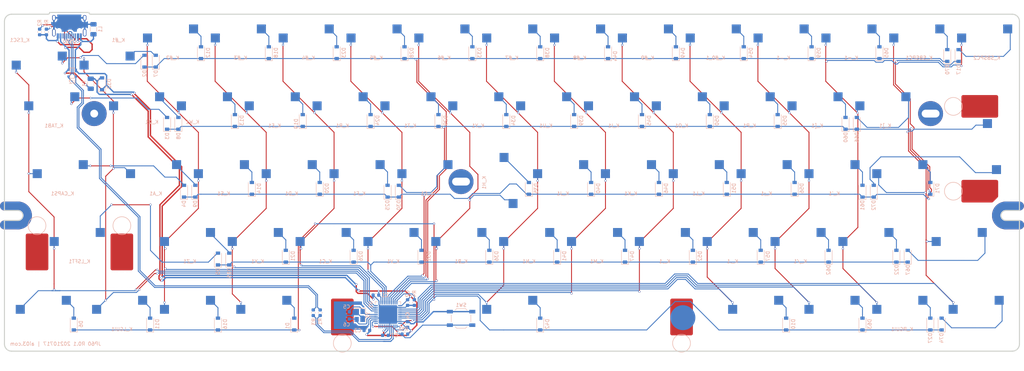
<source format=kicad_pcb>
(kicad_pcb (version 20171130) (host pcbnew "(5.1.4)-1")
  (layers (0 F.Cu signal) (31 B.Cu signal) (34 B.Paste user) (35 F.Paste user) (36 B.SilkS user) (37 F.SilkS user) (38 B.Mask user) (39 F.Mask user) (44 Edge.Cuts user))
  (net 0 "")
  (net 1 COL6)
  (net 2 +5V)
  (net 3 COL7)
  (net 4 COL0)
  (net 5 ROW0)
  (net 6 "Net-(D2-Pad2)")
  (net 7 ROW1)
  (net 8 "Net-(D3-Pad2)")
  (net 9 "Net-(D4-Pad2)")
  (net 10 "Net-(D5-Pad2)")
  (net 11 "Net-(D6-Pad2)")
  (net 12 "Net-(D7-Pad2)")
  (net 13 "Net-(D8-Pad2)")
  (net 14 "Net-(D9-Pad2)")
  (net 15 "Net-(D11-Pad2)")
  (net 16 "Net-(D12-Pad2)")
  (net 17 "Net-(D13-Pad2)")
  (net 18 "Net-(D14-Pad2)")
  (net 19 "Net-(D15-Pad2)")
  (net 20 "Net-(D16-Pad2)")
  (net 21 ROW2)
  (net 22 "Net-(D17-Pad2)")
  (net 23 ROW3)
  (net 24 "Net-(D18-Pad2)")
  (net 25 "Net-(D19-Pad2)")
  (net 26 "Net-(D20-Pad2)")
  (net 27 "Net-(D21-Pad2)")
  (net 28 "Net-(D22-Pad2)")
  (net 29 "Net-(D23-Pad2)")
  (net 30 "Net-(D24-Pad2)")
  (net 31 "Net-(D25-Pad2)")
  (net 32 "Net-(D26-Pad2)")
  (net 33 "Net-(D27-Pad2)")
  (net 34 "Net-(D28-Pad2)")
  (net 35 "Net-(D29-Pad2)")
  (net 36 "Net-(D33-Pad2)")
  (net 37 "Net-(D34-Pad2)")
  (net 38 ROW4)
  (net 39 "Net-(D35-Pad2)")
  (net 40 "Net-(D36-Pad2)")
  (net 41 "Net-(D38-Pad2)")
  (net 42 "Net-(D39-Pad2)")
  (net 43 "Net-(D40-Pad2)")
  (net 44 "Net-(D41-Pad2)")
  (net 45 "Net-(D42-Pad2)")
  (net 46 "Net-(D44-Pad2)")
  (net 47 "Net-(D45-Pad2)")
  (net 48 "Net-(D46-Pad2)")
  (net 49 "Net-(D47-Pad2)")
  (net 50 "Net-(D49-Pad2)")
  (net 51 "Net-(D50-Pad2)")
  (net 52 "Net-(D51-Pad2)")
  (net 53 "Net-(D54-Pad2)")
  (net 54 "Net-(D55-Pad2)")
  (net 55 "Net-(D56-Pad2)")
  (net 56 "Net-(D57-Pad2)")
  (net 57 "Net-(D59-Pad2)")
  (net 58 "Net-(D60-Pad2)")
  (net 59 "Net-(D61-Pad2)")
  (net 60 "Net-(D62-Pad2)")
  (net 61 "Net-(D63-Pad2)")
  (net 62 "Net-(D65-Pad2)")
  (net 63 "Net-(D66-Pad2)")
  (net 64 "Net-(D67-Pad2)")
  (net 65 "Net-(D70-Pad2)")
  (net 66 "Net-(D71-Pad2)")
  (net 67 "Net-(D72-Pad2)")
  (net 68 "Net-(D74-Pad2)")
  (net 69 COL1)
  (net 70 COL2)
  (net 71 COL5)
  (net 72 COL3)
  (net 73 COL4)
  (net 74 COL8)
  (net 75 GND)
  (net 76 D-)
  (net 77 D+)
  (net 78 COL9)
  (net 79 COL10)
  (net 80 COL11)
  (net 81 COL12)
  (net 82 COL13)
  (net 83 "Net-(D30-Pad2)")
  (net 84 "Net-(D31-Pad2)")
  (net 85 "Net-(D52-Pad2)")
  (net 86 "Net-(C5-Pad1)")
  (net 87 "Net-(C6-Pad1)")
  (net 88 "Net-(C7-Pad2)")
  (net 89 "Net-(R4-Pad2)")
  (net 90 "Net-(U1-Pad42)")
  (net 91 "Net-(U1-Pad18)")
  (net 92 "Net-(U1-Pad12)")
  (net 93 "Net-(U1-Pad9)")
  (net 94 "Net-(U1-Pad8)")
  (net 95 "Net-(R5-Pad1)")
  (net 96 "Net-(D1-Pad2)")
  (net 97 "Net-(D10-Pad2)")
  (net 98 VCC)
  (net 99 Earth)
  (net 100 "Net-(R2-Pad2)")
  (net 101 "Net-(R6-Pad2)")
  (net 102 "Net-(USB1-Pad3)")
  (net 103 "Net-(USB1-Pad9)")
  (net 104 USB+)
  (net 105 USB-)
  (net 106 "Net-(U1-Pad11)")
  (net 107 "Net-(U1-Pad10)")
  (module Resistor_SMD:R_0603_1608Metric (layer B.Cu) (at 211.709 256.38125 90)
    (fp_text reference R3 (at -2.50825 0.15875 90) (layer B.SilkS) (effects (justify mirror)))
    (fp_text value 22)
    (pad 2 smd roundrect (at 0.7875 0 90) (size 0.875 0.95) (layers B.Cu B.Paste B.Mask) (net 76 D-))
    (pad 1 smd roundrect (at -0.7875 0 90) (size 0.875 0.95) (layers B.Cu B.Paste B.Mask) (net 105 USB-))
  )
  (module Resistor_SMD:R_0603_1608Metric (layer B.Cu) (at 213.64575 256.38125 90)
    (fp_text reference R1 (at -2.50825 -0.03175 90) (layer B.SilkS) (effects (justify mirror)))
    (fp_text value 22)
    (pad 2 smd roundrect (at 0.7875 0 90) (size 0.875 0.95) (layers B.Cu B.Paste B.Mask) (net 77 D+))
    (pad 1 smd roundrect (at -0.7875 0 90) (size 0.875 0.95) (layers B.Cu B.Paste B.Mask) (net 104 USB+))
  )
  (module MX_Only:MXOnly-1.75U-Hotswap (layer F.Cu) (at 141.2875 219.86875)
    (fp_text reference K_CAPS1)
    (fp_text value MX-LED)
    (fp_text user %R (at 0 3.048) (layer B.SilkS) (effects (justify mirror)))
    (pad 2 smd rect (at 5.842 -5.08) (size 2.55 2.5) (layers B.Cu B.Paste B.Mask) (net 9 "Net-(D4-Pad2)"))
    (pad 1 smd rect (at -7.085 -2.54) (size 2.55 2.5) (layers B.Cu B.Paste B.Mask) (net 4 COL0))
    (pad "" np_thru_hole circle (at 5.08 0 48.0996) (size 1.75 1.75) (drill 1.75) (layers *.Cu *.Mask))
    (pad "" np_thru_hole circle (at -5.08 0 48.0996) (size 1.75 1.75) (drill 1.75) (layers *.Cu *.Mask))
    (pad "" np_thru_hole circle (at -3.81 -2.54) (size 3 3) (drill 3) (layers *.Cu *.Mask))
    (pad "" np_thru_hole circle (at 0 0) (size 3.9878 3.9878) (drill 3.9878) (layers *.Cu *.Mask))
    (pad "" np_thru_hole circle (at 2.54 -5.08) (size 3 3) (drill 3) (layers *.Cu *.Mask))
  )
  (module random-keyboard-parts:SOT143B (layer B.Cu) (at 144.018 189.103 180)
    (fp_text reference U2 (at 0 -2.45) (layer B.SilkS) (effects (justify mirror)))
    (fp_text value PRTR5V0U2X)
    (pad 1 smd rect (at -1 0.75 270) (size 1 0.7) (layers B.Cu B.Paste B.Mask) (net 75 GND))
    (pad 4 smd rect (at 1 0.95 270) (size 0.6 0.7) (layers B.Cu B.Paste B.Mask) (net 98 VCC))
    (pad 2 smd rect (at -1 -0.95 270) (size 0.6 0.7) (layers B.Cu B.Paste B.Mask) (net 77 D+))
    (pad 3 smd rect (at 1 -0.95 270) (size 0.6 0.7) (layers B.Cu B.Paste B.Mask) (net 76 D-))
  )
  (module Type-C:HRO-TYPE-C-31-M-12-Assembly (layer B.Cu) (at 143.1925 170.9674)
    (fp_text reference USB1 (at 0 9.25) (layer B.SilkS) (effects (justify mirror)))
    (fp_text value HRO-TYPE-C-31-M-12)
    (pad 12 smd rect (at 3.225 7.695) (size 0.6 1.45) (layers B.Cu B.Paste B.Mask) (net 75 GND))
    (pad 1 smd rect (at -3.225 7.695) (size 0.6 1.45) (layers B.Cu B.Paste B.Mask) (net 75 GND))
    (pad 11 smd rect (at 2.45 7.695) (size 0.6 1.45) (layers B.Cu B.Paste B.Mask) (net 98 VCC))
    (pad 2 smd rect (at -2.45 7.695) (size 0.6 1.45) (layers B.Cu B.Paste B.Mask) (net 98 VCC))
    (pad 3 smd rect (at -1.75 7.695) (size 0.3 1.45) (layers B.Cu B.Paste B.Mask) (net 102 "Net-(USB1-Pad3)"))
    (pad 10 smd rect (at 1.75 7.695) (size 0.3 1.45) (layers B.Cu B.Paste B.Mask) (net 100 "Net-(R2-Pad2)"))
    (pad 4 smd rect (at -1.25 7.695) (size 0.3 1.45) (layers B.Cu B.Paste B.Mask) (net 101 "Net-(R6-Pad2)"))
    (pad 9 smd rect (at 1.25 7.695) (size 0.3 1.45) (layers B.Cu B.Paste B.Mask) (net 103 "Net-(USB1-Pad9)"))
    (pad 5 smd rect (at -0.75 7.695) (size 0.3 1.45) (layers B.Cu B.Paste B.Mask) (net 76 D-))
    (pad 8 smd rect (at 0.75 7.695) (size 0.3 1.45) (layers B.Cu B.Paste B.Mask) (net 77 D+))
    (pad 7 smd rect (at 0.25 7.695) (size 0.3 1.45) (layers B.Cu B.Paste B.Mask) (net 76 D-))
    (pad 6 smd rect (at -0.25 7.695) (size 0.3 1.45) (layers B.Cu B.Paste B.Mask) (net 77 D+))
    (pad "" np_thru_hole circle (at 2.89 6.25) (size 0.65 0.65) (drill 0.65) (layers *.Cu *.Mask))
    (pad "" np_thru_hole circle (at -2.89 6.25) (size 0.65 0.65) (drill 0.65) (layers *.Cu *.Mask))
    (pad 13 thru_hole oval (at -4.32 6.78) (size 1 2.1) (drill oval 0.6 1.7) (layers *.Cu *.Mask) (net 99 Earth))
    (pad 13 thru_hole oval (at 4.32 6.78) (size 1 2.1) (drill oval 0.6 1.7) (layers *.Cu *.Mask) (net 99 Earth))
    (pad 13 thru_hole oval (at -4.32 2.6) (size 1 1.6) (drill oval 0.6 1.2) (layers *.Cu *.Mask) (net 99 Earth))
    (pad 13 thru_hole oval (at 4.32 2.6) (size 1 1.6) (drill oval 0.6 1.2) (layers *.Cu *.Mask) (net 99 Earth))
  )
  (module Resistor_SMD:R_0603_1608Metric (layer B.Cu) (at 136.779 177.546 90)
    (fp_text reference R6 (at 2.54 0 90) (layer B.SilkS) (effects (justify mirror)))
    (fp_text value 5.1k)
    (pad 2 smd roundrect (at 0.7875 0 90) (size 0.875 0.95) (layers B.Cu B.Paste B.Mask) (net 101 "Net-(R6-Pad2)"))
    (pad 1 smd roundrect (at -0.7875 0 90) (size 0.875 0.95) (layers B.Cu B.Paste B.Mask) (net 75 GND))
  )
  (module Resistor_SMD:R_0603_1608Metric (layer B.Cu) (at 134.874 177.546 90)
    (fp_text reference R2 (at 2.54 0 90) (layer B.SilkS) (effects (justify mirror)))
    (fp_text value 5.1k)
    (pad 2 smd roundrect (at 0.7875 0 90) (size 0.875 0.95) (layers B.Cu B.Paste B.Mask) (net 100 "Net-(R2-Pad2)"))
    (pad 1 smd roundrect (at -0.7875 0 90) (size 0.875 0.95) (layers B.Cu B.Paste B.Mask) (net 75 GND))
  )
  (module Inductor_SMD:L_1206_3216Metric (layer B.Cu) (at 149.987 176.784 270)
    (fp_text reference L1 (at 0 -1.905 90) (layer B.SilkS) (effects (justify mirror)))
    (fp_text value 60R@100MHz)
    (pad 2 smd roundrect (at 1.4 0 270) (size 1.25 1.75) (layers B.Cu B.Paste B.Mask) (roundrect_rratio 0.2) (net 75 GND))
    (pad 1 smd roundrect (at -1.4 0 270) (size 1.25 1.75) (layers B.Cu B.Paste B.Mask) (roundrect_rratio 0.2) (net 99 Earth))
  )
  (module Fuse:Fuse_1206_3216Metric (layer B.Cu) (at 149.225 192.0875 270)
    (fp_text reference F1 (at 0 1.82 90) (layer B.SilkS) (effects (justify mirror)))
    (fp_text value Polyfuse_Small)
    (pad 2 smd roundrect (at 1.4 0 270) (size 1.25 1.75) (layers B.Cu B.Paste B.Mask) (roundrect_rratio 0.2) (net 98 VCC))
    (pad 1 smd roundrect (at -1.4 0 270) (size 1.25 1.75) (layers B.Cu B.Paste B.Mask) (roundrect_rratio 0.2) (net 2 +5V))
  )
  (module Diode_SMD:D_SOD-123 (layer B.Cu) (at 152.4 192.0875 90)
    (fp_text reference D32 (at 0 2 90) (layer B.SilkS) (effects (justify mirror)))
    (fp_text value SMF6.0CA)
    (pad 2 smd rect (at 1.65 0 90) (size 0.9 1.2) (layers B.Cu B.Paste B.Mask) (net 2 +5V))
    (pad 1 smd rect (at -1.65 0 90) (size 0.9 1.2) (layers B.Cu B.Paste B.Mask) (net 75 GND))
  )
  (module MX_Only:MXOnly-ISO-ROTATED-Hotswap (layer F.Cu) (at 398.4625 210.34375)
    (fp_text reference K_ENTER1)
    (fp_text value MX-NoLED)
    (pad 2 smd rect (at 5.08 5.842) (size 2.55 2.5) (layers B.Cu B.Paste B.Mask) (net 67 "Net-(D72-Pad2)"))
    (pad "" np_thru_hole circle (at 2.54 -3.81 270) (size 3 3) (drill 3) (layers *.Cu *.Mask))
    (pad 1 smd rect (at 2.54 -7.085 180) (size 2.55 2.5) (layers B.Cu B.Paste B.Mask) (net 82 COL13))
    (pad "" np_thru_hole circle (at 5.08 2.54 270) (size 3 3) (drill 3) (layers *.Cu *.Mask))
    (pad "" np_thru_hole circle (at 0 0) (size 3.9878 3.9878) (drill 3.9878) (layers *.Cu *.Mask))
    (pad "" np_thru_hole circle (at 0 -5.08 48.0996) (size 1.75 1.75) (drill 1.75) (layers *.Cu *.Mask))
    (pad "" np_thru_hole circle (at 0 5.08 48.0996) (size 1.75 1.75) (drill 1.75) (layers *.Cu *.Mask))
    (pad "" np_thru_hole circle (at -6.985 11.938) (size 3.048 3.048) (drill 3.048) (layers *.Cu *.Mask))
    (pad "" np_thru_hole circle (at -6.985 -11.938) (size 3.048 3.048) (drill 3.048) (layers *.Cu *.Mask))
    (pad "" np_thru_hole circle (at 8.255 11.938) (size 3.9878 3.9878) (drill 3.9878) (layers *.Cu *.Mask))
    (pad "" np_thru_hole circle (at 8.255 -11.938) (size 3.9878 3.9878) (drill 3.9878) (layers *.Cu *.Mask))
  )
  (module MX_Only:MXOnly-1U-Hotswap (layer F.Cu) (at 377.03125 219.86875)
    (fp_text reference K_\1)
    (fp_text value MX-NoLED)
    (pad 2 smd rect (at 5.842 -5.08) (size 2.55 2.5) (layers B.Cu B.Paste B.Mask) (net 66 "Net-(D71-Pad2)"))
    (pad 1 smd rect (at -7.085 -2.54) (size 2.55 2.5) (layers B.Cu B.Paste B.Mask) (net 82 COL13))
    (pad "" np_thru_hole circle (at 5.08 0 48.0996) (size 1.75 1.75) (drill 1.75) (layers *.Cu *.Mask))
    (pad "" np_thru_hole circle (at -5.08 0 48.0996) (size 1.75 1.75) (drill 1.75) (layers *.Cu *.Mask))
    (pad "" np_thru_hole circle (at -3.81 -2.54) (size 3 3) (drill 3) (layers *.Cu *.Mask))
    (pad "" np_thru_hole circle (at 0 0) (size 3.9878 3.9878) (drill 3.9878) (layers *.Cu *.Mask))
    (pad "" np_thru_hole circle (at 2.54 -5.08) (size 3 3) (drill 3) (layers *.Cu *.Mask))
  )
  (module MX_Only:MXOnly-1.25U-Hotswap (layer F.Cu) (at 336.55 257.96875)
    (fp_text reference K_XFER1)
    (fp_text value MX-NoLED)
    (pad 2 smd rect (at 5.842 -5.08) (size 2.55 2.5) (layers B.Cu B.Paste B.Mask) (net 97 "Net-(D10-Pad2)"))
    (pad 1 smd rect (at -7.085 -2.54) (size 2.55 2.5) (layers B.Cu B.Paste B.Mask) (net 79 COL10))
    (pad "" np_thru_hole circle (at 5.08 0 48.0996) (size 1.75 1.75) (drill 1.75) (layers *.Cu *.Mask))
    (pad "" np_thru_hole circle (at -5.08 0 48.0996) (size 1.75 1.75) (drill 1.75) (layers *.Cu *.Mask))
    (pad "" np_thru_hole circle (at -3.81 -2.54) (size 3 3) (drill 3) (layers *.Cu *.Mask))
    (pad "" np_thru_hole circle (at 0 0) (size 3.9878 3.9878) (drill 3.9878) (layers *.Cu *.Mask))
    (pad "" np_thru_hole circle (at 2.54 -5.08) (size 3 3) (drill 3) (layers *.Cu *.Mask))
  )
  (module MX_Only:MXOnly-1.75U-Hotswap (layer F.Cu) (at 393.7 238.91875)
    (fp_text reference K_SRSFT2)
    (fp_text value MX-NoLED)
    (pad 2 smd rect (at 5.842 -5.08) (size 2.55 2.5) (layers B.Cu B.Paste B.Mask) (net 64 "Net-(D67-Pad2)"))
    (pad 1 smd rect (at -7.085 -2.54) (size 2.55 2.5) (layers B.Cu B.Paste B.Mask) (net 82 COL13))
    (pad "" np_thru_hole circle (at 5.08 0 48.0996) (size 1.75 1.75) (drill 1.75) (layers *.Cu *.Mask))
    (pad "" np_thru_hole circle (at -5.08 0 48.0996) (size 1.75 1.75) (drill 1.75) (layers *.Cu *.Mask))
    (pad "" np_thru_hole circle (at -3.81 -2.54) (size 3 3) (drill 3) (layers *.Cu *.Mask))
    (pad "" np_thru_hole circle (at 0 0) (size 3.9878 3.9878) (drill 3.9878) (layers *.Cu *.Mask))
    (pad "" np_thru_hole circle (at 2.54 -5.08) (size 3 3) (drill 3) (layers *.Cu *.Mask))
  )
  (module MX_Only:MXOnly-1U-Hotswap (layer F.Cu) (at 367.50625 238.91875)
    (fp_text reference K_SRSFT1)
    (fp_text value MX-NoLED)
    (pad 2 smd rect (at 5.842 -5.08) (size 2.55 2.5) (layers B.Cu B.Paste B.Mask) (net 28 "Net-(D22-Pad2)"))
    (pad 1 smd rect (at -7.085 -2.54) (size 2.55 2.5) (layers B.Cu B.Paste B.Mask) (net 81 COL12))
    (pad "" np_thru_hole circle (at 5.08 0 48.0996) (size 1.75 1.75) (drill 1.75) (layers *.Cu *.Mask))
    (pad "" np_thru_hole circle (at -5.08 0 48.0996) (size 1.75 1.75) (drill 1.75) (layers *.Cu *.Mask))
    (pad "" np_thru_hole circle (at -3.81 -2.54) (size 3 3) (drill 3) (layers *.Cu *.Mask))
    (pad "" np_thru_hole circle (at 0 0) (size 3.9878 3.9878) (drill 3.9878) (layers *.Cu *.Mask))
    (pad "" np_thru_hole circle (at 2.54 -5.08) (size 3 3) (drill 3) (layers *.Cu *.Mask))
  )
  (module MX_Only:MXOnly-6U-Centered-Hotswap-ReversedStabilizers (layer F.Cu) (at 267.49375 257.96875)
    (fp_text reference K_SPC1)
    (fp_text value MX-NoLED)
    (pad 2 smd rect (at 5.842 -5.08) (size 2.55 2.5) (layers B.Cu B.Paste B.Mask) (net 45 "Net-(D42-Pad2)"))
    (pad "" np_thru_hole circle (at -3.81 -2.54) (size 3 3) (drill 3) (layers *.Cu *.Mask))
    (pad "" np_thru_hole circle (at 2.54 -5.08) (size 3 3) (drill 3) (layers *.Cu *.Mask))
    (pad 1 smd rect (at -7.085 -2.54) (size 2.55 2.5) (layers B.Cu B.Paste B.Mask) (net 3 COL7))
    (pad "" np_thru_hole circle (at 47.625 -8.255) (size 3.9878 3.9878) (drill 3.9878) (layers *.Cu *.Mask))
    (pad "" np_thru_hole circle (at -47.625 -8.255) (size 3.9878 3.9878) (drill 3.9878) (layers *.Cu *.Mask))
    (pad "" np_thru_hole circle (at 47.625 6.985) (size 3.048 3.048) (drill 3.048) (layers *.Cu *.Mask))
    (pad "" np_thru_hole circle (at -47.625 6.985) (size 3.048 3.048) (drill 3.048) (layers *.Cu *.Mask))
    (pad "" np_thru_hole circle (at 5.08 0 48.0996) (size 1.75 1.75) (drill 1.75) (layers *.Cu *.Mask))
    (pad "" np_thru_hole circle (at -5.08 0 48.0996) (size 1.75 1.75) (drill 1.75) (layers *.Cu *.Mask))
    (pad "" np_thru_hole circle (at 0 0) (size 3.9878 3.9878) (drill 3.9878) (layers *.Cu *.Mask))
  )
  (module MX_Only:MXOnly-1.25U-Hotswap (layer F.Cu) (at 398.4625 257.96875)
    (fp_text reference K_RCTRL1)
    (fp_text value MX-NoLED)
    (pad 2 smd rect (at 5.842 -5.08) (size 2.55 2.5) (layers B.Cu B.Paste B.Mask) (net 68 "Net-(D74-Pad2)"))
    (pad 1 smd rect (at -7.085 -2.54) (size 2.55 2.5) (layers B.Cu B.Paste B.Mask) (net 82 COL13))
    (pad "" np_thru_hole circle (at 5.08 0 48.0996) (size 1.75 1.75) (drill 1.75) (layers *.Cu *.Mask))
    (pad "" np_thru_hole circle (at -5.08 0 48.0996) (size 1.75 1.75) (drill 1.75) (layers *.Cu *.Mask))
    (pad "" np_thru_hole circle (at -3.81 -2.54) (size 3 3) (drill 3) (layers *.Cu *.Mask))
    (pad "" np_thru_hole circle (at 0 0) (size 3.9878 3.9878) (drill 3.9878) (layers *.Cu *.Mask))
    (pad "" np_thru_hole circle (at 2.54 -5.08) (size 3 3) (drill 3) (layers *.Cu *.Mask))
  )
  (module MX_Only:MXOnly-1U-Hotswap (layer F.Cu) (at 357.98125 257.96875)
    (fp_text reference K_RALT1)
    (fp_text value MX-NoLED)
    (pad 2 smd rect (at 5.842 -5.08) (size 2.55 2.5) (layers B.Cu B.Paste B.Mask) (net 61 "Net-(D63-Pad2)"))
    (pad 1 smd rect (at -7.085 -2.54) (size 2.55 2.5) (layers B.Cu B.Paste B.Mask) (net 80 COL11))
    (pad "" np_thru_hole circle (at 5.08 0 48.0996) (size 1.75 1.75) (drill 1.75) (layers *.Cu *.Mask))
    (pad "" np_thru_hole circle (at -5.08 0 48.0996) (size 1.75 1.75) (drill 1.75) (layers *.Cu *.Mask))
    (pad "" np_thru_hole circle (at -3.81 -2.54) (size 3 3) (drill 3) (layers *.Cu *.Mask))
    (pad "" np_thru_hole circle (at 0 0) (size 3.9878 3.9878) (drill 3.9878) (layers *.Cu *.Mask))
    (pad "" np_thru_hole circle (at 2.54 -5.08) (size 3 3) (drill 3) (layers *.Cu *.Mask))
  )
  (module MX_Only:MXOnly-1.25U-Hotswap (layer F.Cu) (at 198.4375 257.96875)
    (fp_text reference K_NFER1)
    (fp_text value MX-NoLED)
    (pad 2 smd rect (at 5.842 -5.08) (size 2.55 2.5) (layers B.Cu B.Paste B.Mask) (net 96 "Net-(D1-Pad2)"))
    (pad 1 smd rect (at -7.085 -2.54) (size 2.55 2.5) (layers B.Cu B.Paste B.Mask) (net 72 COL3))
    (pad "" np_thru_hole circle (at 5.08 0 48.0996) (size 1.75 1.75) (drill 1.75) (layers *.Cu *.Mask))
    (pad "" np_thru_hole circle (at -5.08 0 48.0996) (size 1.75 1.75) (drill 1.75) (layers *.Cu *.Mask))
    (pad "" np_thru_hole circle (at -3.81 -2.54) (size 3 3) (drill 3) (layers *.Cu *.Mask))
    (pad "" np_thru_hole circle (at 0 0) (size 3.9878 3.9878) (drill 3.9878) (layers *.Cu *.Mask))
    (pad "" np_thru_hole circle (at 2.54 -5.08) (size 3 3) (drill 3) (layers *.Cu *.Mask))
  )
  (module MX_Only:MXOnly-1.25U-Hotswap (layer F.Cu) (at 136.525 257.96875)
    (fp_text reference K_LCTRL1)
    (fp_text value MX-NoLED)
    (pad 2 smd rect (at 5.842 -5.08) (size 2.55 2.5) (layers B.Cu B.Paste B.Mask) (net 11 "Net-(D6-Pad2)"))
    (pad 1 smd rect (at -7.085 -2.54) (size 2.55 2.5) (layers B.Cu B.Paste B.Mask) (net 4 COL0))
    (pad "" np_thru_hole circle (at 5.08 0 48.0996) (size 1.75 1.75) (drill 1.75) (layers *.Cu *.Mask))
    (pad "" np_thru_hole circle (at -5.08 0 48.0996) (size 1.75 1.75) (drill 1.75) (layers *.Cu *.Mask))
    (pad "" np_thru_hole circle (at -3.81 -2.54) (size 3 3) (drill 3) (layers *.Cu *.Mask))
    (pad "" np_thru_hole circle (at 0 0) (size 3.9878 3.9878) (drill 3.9878) (layers *.Cu *.Mask))
    (pad "" np_thru_hole circle (at 2.54 -5.08) (size 3 3) (drill 3) (layers *.Cu *.Mask))
  )
  (module MX_Only:MXOnly-1U-Hotswap (layer F.Cu) (at 177.00625 257.96875)
    (fp_text reference K_LALT1)
    (fp_text value MX-NoLED)
    (pad 2 smd rect (at 5.842 -5.08) (size 2.55 2.5) (layers B.Cu B.Paste B.Mask) (net 20 "Net-(D16-Pad2)"))
    (pad 1 smd rect (at -7.085 -2.54) (size 2.55 2.5) (layers B.Cu B.Paste B.Mask) (net 70 COL2))
    (pad "" np_thru_hole circle (at 5.08 0 48.0996) (size 1.75 1.75) (drill 1.75) (layers *.Cu *.Mask))
    (pad "" np_thru_hole circle (at -5.08 0 48.0996) (size 1.75 1.75) (drill 1.75) (layers *.Cu *.Mask))
    (pad "" np_thru_hole circle (at -3.81 -2.54) (size 3 3) (drill 3) (layers *.Cu *.Mask))
    (pad "" np_thru_hole circle (at 0 0) (size 3.9878 3.9878) (drill 3.9878) (layers *.Cu *.Mask))
    (pad "" np_thru_hole circle (at 2.54 -5.08) (size 3 3) (drill 3) (layers *.Cu *.Mask))
  )
  (module Diode_SMD:D_SOD-123 (layer B.Cu) (at 344.4875 259.55625 90)
    (fp_text reference D10 (at 0 2 90) (layer B.SilkS) (effects (justify mirror)))
    (fp_text value SOD-123)
    (pad 2 smd rect (at 1.65 0 90) (size 0.9 1.2) (layers B.Cu B.Paste B.Mask) (net 97 "Net-(D10-Pad2)"))
    (pad 1 smd rect (at -1.65 0 90) (size 0.9 1.2) (layers B.Cu B.Paste B.Mask) (net 38 ROW4))
  )
  (module Diode_SMD:D_SOD-123 (layer B.Cu) (at 206.375 259.55625 90)
    (fp_text reference D1 (at -0.53975 -1.905 90) (layer B.SilkS) (effects (justify mirror)))
    (fp_text value SOD-123)
    (pad 2 smd rect (at 1.65 0 90) (size 0.9 1.2) (layers B.Cu B.Paste B.Mask) (net 96 "Net-(D1-Pad2)"))
    (pad 1 smd rect (at -1.65 0 90) (size 0.9 1.2) (layers B.Cu B.Paste B.Mask) (net 38 ROW4))
  )
  (module MX_Only:MXOnly-1U-Hotswap (layer F.Cu) (at 362.74375 181.76875)
    (fp_text reference K_=1)
    (fp_text value MX-NoLED)
    (fp_text user %R (at 0 3.048) (layer B.SilkS) (effects (justify mirror)))
    (pad 2 smd rect (at 5.842 -5.08) (size 2.55 2.5) (layers B.Cu B.Paste B.Mask) (net 62 "Net-(D65-Pad2)"))
    (pad 1 smd rect (at -7.085 -2.54) (size 2.55 2.5) (layers B.Cu B.Paste B.Mask) (net 81 COL12))
    (pad "" np_thru_hole circle (at 5.08 0 48.0996) (size 1.75 1.75) (drill 1.75) (layers *.Cu *.Mask))
    (pad "" np_thru_hole circle (at -5.08 0 48.0996) (size 1.75 1.75) (drill 1.75) (layers *.Cu *.Mask))
    (pad "" np_thru_hole circle (at -3.81 -2.54) (size 3 3) (drill 3) (layers *.Cu *.Mask))
    (pad "" np_thru_hole circle (at 0 0) (size 3.9878 3.9878) (drill 3.9878) (layers *.Cu *.Mask))
    (pad "" np_thru_hole circle (at 2.54 -5.08) (size 3 3) (drill 3) (layers *.Cu *.Mask))
  )
  (module Diode_SMD:D_SOD-123 (layer B.Cu) (at 364.33125 203.2 90)
    (fp_text reference D66 (at -3.937 0.03175 90) (layer B.SilkS) (effects (justify mirror)))
    (fp_text value SOD-123)
    (pad 2 smd rect (at 1.65 0 90) (size 0.9 1.2) (layers B.Cu B.Paste B.Mask) (net 63 "Net-(D66-Pad2)"))
    (pad 1 smd rect (at -1.65 0 90) (size 0.9 1.2) (layers B.Cu B.Paste B.Mask) (net 7 ROW1))
  )
  (module Package_DFN_QFN:QFN-44-1EP_7x7mm_P0.5mm_EP5.2x5.2mm (layer B.Cu) (at 232.679 256.87425 90)
    (fp_text reference U1 (at 2.779 -4.9045 270) (layer B.SilkS) (effects (justify mirror)))
    (fp_text value ATmega32U4-MU)
    (pad 44 smd roundrect (at -2.5 3.3375 90) (size 0.25 1.075) (layers B.Cu B.Paste B.Mask) (net 2 +5V))
    (pad 43 smd roundrect (at -2 3.3375 90) (size 0.25 1.075) (layers B.Cu B.Paste B.Mask) (net 75 GND))
    (pad 42 smd roundrect (at -1.5 3.3375 90) (size 0.25 1.075) (layers B.Cu B.Paste B.Mask) (net 90 "Net-(U1-Pad42)"))
    (pad 41 smd roundrect (at -1 3.3375 90) (size 0.25 1.075) (layers B.Cu B.Paste B.Mask) (net 3 COL7))
    (pad 40 smd roundrect (at -0.5 3.3375 90) (size 0.25 1.075) (layers B.Cu B.Paste B.Mask) (net 74 COL8))
    (pad 39 smd roundrect (at 0 3.3375 90) (size 0.25 1.075) (layers B.Cu B.Paste B.Mask) (net 78 COL9))
    (pad 38 smd roundrect (at 0.5 3.3375 90) (size 0.25 1.075) (layers B.Cu B.Paste B.Mask) (net 79 COL10))
    (pad 37 smd roundrect (at 1 3.3375 90) (size 0.25 1.075) (layers B.Cu B.Paste B.Mask) (net 80 COL11))
    (pad 36 smd roundrect (at 1.5 3.3375 90) (size 0.25 1.075) (layers B.Cu B.Paste B.Mask) (net 81 COL12))
    (pad 35 smd roundrect (at 2 3.3375 90) (size 0.25 1.075) (layers B.Cu B.Paste B.Mask) (net 75 GND))
    (pad 34 smd roundrect (at 2.5 3.3375 90) (size 0.25 1.075) (layers B.Cu B.Paste B.Mask) (net 2 +5V))
    (pad 33 smd roundrect (at 3.3375 2.5 90) (size 1.075 0.25) (layers B.Cu B.Paste B.Mask) (net 89 "Net-(R4-Pad2)"))
    (pad 32 smd roundrect (at 3.3375 2 90) (size 1.075 0.25) (layers B.Cu B.Paste B.Mask) (net 82 COL13))
    (pad 31 smd roundrect (at 3.3375 1.5 90) (size 1.075 0.25) (layers B.Cu B.Paste B.Mask) (net 1 COL6))
    (pad 30 smd roundrect (at 3.3375 1 90) (size 1.075 0.25) (layers B.Cu B.Paste B.Mask) (net 5 ROW0))
    (pad 29 smd roundrect (at 3.3375 0.5 90) (size 1.075 0.25) (layers B.Cu B.Paste B.Mask) (net 7 ROW1))
    (pad 28 smd roundrect (at 3.3375 0 90) (size 1.075 0.25) (layers B.Cu B.Paste B.Mask) (net 21 ROW2))
    (pad 27 smd roundrect (at 3.3375 -0.5 90) (size 1.075 0.25) (layers B.Cu B.Paste B.Mask) (net 23 ROW3))
    (pad 26 smd roundrect (at 3.3375 -1 90) (size 1.075 0.25) (layers B.Cu B.Paste B.Mask) (net 71 COL5))
    (pad 25 smd roundrect (at 3.3375 -1.5 90) (size 1.075 0.25) (layers B.Cu B.Paste B.Mask) (net 73 COL4))
    (pad 24 smd roundrect (at 3.3375 -2 90) (size 1.075 0.25) (layers B.Cu B.Paste B.Mask) (net 2 +5V))
    (pad 23 smd roundrect (at 3.3375 -2.5 90) (size 1.075 0.25) (layers B.Cu B.Paste B.Mask) (net 75 GND))
    (pad 22 smd roundrect (at 2.5 -3.3375 90) (size 0.25 1.075) (layers B.Cu B.Paste B.Mask) (net 72 COL3))
    (pad 21 smd roundrect (at 2 -3.3375 90) (size 0.25 1.075) (layers B.Cu B.Paste B.Mask) (net 70 COL2))
    (pad 20 smd roundrect (at 1.5 -3.3375 90) (size 0.25 1.075) (layers B.Cu B.Paste B.Mask) (net 4 COL0))
    (pad 19 smd roundrect (at 1 -3.3375 90) (size 0.25 1.075) (layers B.Cu B.Paste B.Mask) (net 69 COL1))
    (pad 18 smd roundrect (at 0.5 -3.3375 90) (size 0.25 1.075) (layers B.Cu B.Paste B.Mask) (net 91 "Net-(U1-Pad18)"))
    (pad 17 smd roundrect (at 0 -3.3375 90) (size 0.25 1.075) (layers B.Cu B.Paste B.Mask) (net 86 "Net-(C5-Pad1)"))
    (pad 16 smd roundrect (at -0.5 -3.3375 90) (size 0.25 1.075) (layers B.Cu B.Paste B.Mask) (net 87 "Net-(C6-Pad1)"))
    (pad 15 smd roundrect (at -1 -3.3375 90) (size 0.25 1.075) (layers B.Cu B.Paste B.Mask) (net 75 GND))
    (pad 14 smd roundrect (at -1.5 -3.3375 90) (size 0.25 1.075) (layers B.Cu B.Paste B.Mask) (net 2 +5V))
    (pad 13 smd roundrect (at -2 -3.3375 90) (size 0.25 1.075) (layers B.Cu B.Paste B.Mask) (net 95 "Net-(R5-Pad1)"))
    (pad 12 smd roundrect (at -2.5 -3.3375 90) (size 0.25 1.075) (layers B.Cu B.Paste B.Mask) (net 92 "Net-(U1-Pad12)"))
    (pad 11 smd roundrect (at -3.3375 -2.5 90) (size 1.075 0.25) (layers B.Cu B.Paste B.Mask) (net 106 "Net-(U1-Pad11)"))
    (pad 10 smd roundrect (at -3.3375 -2 90) (size 1.075 0.25) (layers B.Cu B.Paste B.Mask) (net 107 "Net-(U1-Pad10)"))
    (pad 9 smd roundrect (at -3.3375 -1.5 90) (size 1.075 0.25) (layers B.Cu B.Paste B.Mask) (net 93 "Net-(U1-Pad9)"))
    (pad 8 smd roundrect (at -3.3375 -1 90) (size 1.075 0.25) (layers B.Cu B.Paste B.Mask) (net 94 "Net-(U1-Pad8)"))
    (pad 7 smd roundrect (at -3.3375 -0.5 90) (size 1.075 0.25) (layers B.Cu B.Paste B.Mask) (net 2 +5V))
    (pad 6 smd roundrect (at -3.3375 0 90) (size 1.075 0.25) (layers B.Cu B.Paste B.Mask) (net 88 "Net-(C7-Pad2)"))
    (pad 5 smd roundrect (at -3.3375 0.5 90) (size 1.075 0.25) (layers B.Cu B.Paste B.Mask) (net 75 GND))
    (pad 4 smd roundrect (at -3.3375 1 90) (size 1.075 0.25) (layers B.Cu B.Paste B.Mask) (net 104 USB+))
    (pad 3 smd roundrect (at -3.3375 1.5 90) (size 1.075 0.25) (layers B.Cu B.Paste B.Mask) (net 105 USB-))
    (pad 2 smd roundrect (at -3.3375 2 90) (size 1.075 0.25) (layers B.Cu B.Paste B.Mask) (net 2 +5V))
    (pad 1 smd roundrect (at -3.3375 2.5 90) (size 1.075 0.25) (layers B.Cu B.Paste B.Mask) (net 38 ROW4))
    (pad 45 smd roundrect (at 0 0 90) (size 5.2 5.2) (layers B.Cu B.Mask) (roundrect_rratio 0.048077) (net 75 GND))
  )
  (module Button_Switch_SMD:SW_SPST_TL3342 (layer B.Cu) (at 253.20625 257.96875 180)
    (fp_text reference SW1 (at 0 3.75) (layer B.SilkS) (effects (justify mirror)))
    (fp_text value SW_Push)
    (pad 2 smd rect (at 3.15 -1.9 180) (size 1.7 1) (layers B.Cu B.Paste B.Mask) (net 95 "Net-(R5-Pad1)"))
    (pad 2 smd rect (at -3.15 -1.9 180) (size 1.7 1) (layers B.Cu B.Paste B.Mask) (net 95 "Net-(R5-Pad1)"))
    (pad 1 smd rect (at 3.15 1.9 180) (size 1.7 1) (layers B.Cu B.Paste B.Mask) (net 75 GND))
    (pad 1 smd rect (at -3.15 1.9 180) (size 1.7 1) (layers B.Cu B.Paste B.Mask) (net 75 GND))
  )
  (module Resistor_SMD:R_0603_1608Metric (layer B.Cu) (at 237.4265 262.382)
    (fp_text reference R5 (at 0 -1.397) (layer B.SilkS) (effects (justify mirror)))
    (fp_text value 10k)
    (pad 2 smd roundrect (at 0.7875 0) (size 0.875 0.95) (layers B.Cu B.Paste B.Mask) (net 2 +5V))
    (pad 1 smd roundrect (at -0.7875 0) (size 0.875 0.95) (layers B.Cu B.Paste B.Mask) (net 95 "Net-(R5-Pad1)"))
  )
  (module MX_Only:MXOnly-1U-Hotswap (layer F.Cu) (at 177.00625 238.91875)
    (fp_text reference K_Z1)
    (fp_text value MX-NoLED)
    (fp_text user %R (at 0 3.048) (layer B.SilkS) (effects (justify mirror)))
    (pad 2 smd rect (at 5.842 -5.08) (size 2.55 2.5) (layers B.Cu B.Paste B.Mask) (net 19 "Net-(D15-Pad2)"))
    (pad 1 smd rect (at -7.085 -2.54) (size 2.55 2.5) (layers B.Cu B.Paste B.Mask) (net 70 COL2))
    (pad "" np_thru_hole circle (at 5.08 0 48.0996) (size 1.75 1.75) (drill 1.75) (layers *.Cu *.Mask))
    (pad "" np_thru_hole circle (at -5.08 0 48.0996) (size 1.75 1.75) (drill 1.75) (layers *.Cu *.Mask))
    (pad "" np_thru_hole circle (at -3.81 -2.54) (size 3 3) (drill 3) (layers *.Cu *.Mask))
    (pad "" np_thru_hole circle (at 0 0) (size 3.9878 3.9878) (drill 3.9878) (layers *.Cu *.Mask))
    (pad "" np_thru_hole circle (at 2.54 -5.08) (size 3 3) (drill 3) (layers *.Cu *.Mask))
  )
  (module MX_Only:MXOnly-1U-Hotswap (layer F.Cu) (at 257.96875 200.81875)
    (fp_text reference K_Y1)
    (fp_text value MX-NoLED)
    (fp_text user %R (at 0 3.048) (layer B.SilkS) (effects (justify mirror)))
    (pad 2 smd rect (at 5.842 -5.08) (size 2.55 2.5) (layers B.Cu B.Paste B.Mask) (net 37 "Net-(D34-Pad2)"))
    (pad 1 smd rect (at -7.085 -2.54) (size 2.55 2.5) (layers B.Cu B.Paste B.Mask) (net 1 COL6))
    (pad "" np_thru_hole circle (at 5.08 0 48.0996) (size 1.75 1.75) (drill 1.75) (layers *.Cu *.Mask))
    (pad "" np_thru_hole circle (at -5.08 0 48.0996) (size 1.75 1.75) (drill 1.75) (layers *.Cu *.Mask))
    (pad "" np_thru_hole circle (at -3.81 -2.54) (size 3 3) (drill 3) (layers *.Cu *.Mask))
    (pad "" np_thru_hole circle (at 0 0) (size 3.9878 3.9878) (drill 3.9878) (layers *.Cu *.Mask))
    (pad "" np_thru_hole circle (at 2.54 -5.08) (size 3 3) (drill 3) (layers *.Cu *.Mask))
  )
  (module MX_Only:MXOnly-1U-Hotswap (layer F.Cu) (at 196.05625 238.91875)
    (fp_text reference K_X1)
    (fp_text value MX-NoLED)
    (fp_text user %R (at 0 3.048) (layer B.SilkS) (effects (justify mirror)))
    (pad 2 smd rect (at 5.842 -5.08) (size 2.55 2.5) (layers B.Cu B.Paste B.Mask) (net 27 "Net-(D21-Pad2)"))
    (pad 1 smd rect (at -7.085 -2.54) (size 2.55 2.5) (layers B.Cu B.Paste B.Mask) (net 72 COL3))
    (pad "" np_thru_hole circle (at 5.08 0 48.0996) (size 1.75 1.75) (drill 1.75) (layers *.Cu *.Mask))
    (pad "" np_thru_hole circle (at -5.08 0 48.0996) (size 1.75 1.75) (drill 1.75) (layers *.Cu *.Mask))
    (pad "" np_thru_hole circle (at -3.81 -2.54) (size 3 3) (drill 3) (layers *.Cu *.Mask))
    (pad "" np_thru_hole circle (at 0 0) (size 3.9878 3.9878) (drill 3.9878) (layers *.Cu *.Mask))
    (pad "" np_thru_hole circle (at 2.54 -5.08) (size 3 3) (drill 3) (layers *.Cu *.Mask))
  )
  (module MX_Only:MXOnly-1U-Hotswap (layer F.Cu) (at 181.76875 200.81875)
    (fp_text reference K_W1)
    (fp_text value MX-NoLED)
    (fp_text user %R (at -3.96875 2.00025) (layer B.SilkS) (effects (justify mirror)))
    (pad 2 smd rect (at 5.842 -5.08) (size 2.55 2.5) (layers B.Cu B.Paste B.Mask) (net 17 "Net-(D13-Pad2)"))
    (pad 1 smd rect (at -7.085 -2.54) (size 2.55 2.5) (layers B.Cu B.Paste B.Mask) (net 70 COL2))
    (pad "" np_thru_hole circle (at 5.08 0 48.0996) (size 1.75 1.75) (drill 1.75) (layers *.Cu *.Mask))
    (pad "" np_thru_hole circle (at -5.08 0 48.0996) (size 1.75 1.75) (drill 1.75) (layers *.Cu *.Mask))
    (pad "" np_thru_hole circle (at -3.81 -2.54) (size 3 3) (drill 3) (layers *.Cu *.Mask))
    (pad "" np_thru_hole circle (at 0 0) (size 3.9878 3.9878) (drill 3.9878) (layers *.Cu *.Mask))
    (pad "" np_thru_hole circle (at 2.54 -5.08) (size 3 3) (drill 3) (layers *.Cu *.Mask))
  )
  (module MX_Only:MXOnly-1U-Hotswap (layer F.Cu) (at 234.15625 238.91875)
    (fp_text reference K_V1)
    (fp_text value MX-NoLED)
    (fp_text user %R (at 0 3.048) (layer B.SilkS) (effects (justify mirror)))
    (pad 2 smd rect (at 5.842 -5.08) (size 2.55 2.5) (layers B.Cu B.Paste B.Mask) (net 84 "Net-(D31-Pad2)"))
    (pad 1 smd rect (at -7.085 -2.54) (size 2.55 2.5) (layers B.Cu B.Paste B.Mask) (net 71 COL5))
    (pad "" np_thru_hole circle (at 5.08 0 48.0996) (size 1.75 1.75) (drill 1.75) (layers *.Cu *.Mask))
    (pad "" np_thru_hole circle (at -5.08 0 48.0996) (size 1.75 1.75) (drill 1.75) (layers *.Cu *.Mask))
    (pad "" np_thru_hole circle (at -3.81 -2.54) (size 3 3) (drill 3) (layers *.Cu *.Mask))
    (pad "" np_thru_hole circle (at 0 0) (size 3.9878 3.9878) (drill 3.9878) (layers *.Cu *.Mask))
    (pad "" np_thru_hole circle (at 2.54 -5.08) (size 3 3) (drill 3) (layers *.Cu *.Mask))
  )
  (module MX_Only:MXOnly-1U-Hotswap (layer F.Cu) (at 277.01875 200.81875)
    (fp_text reference K_U1)
    (fp_text value MX-NoLED)
    (fp_text user %R (at 0 3.048) (layer B.SilkS) (effects (justify mirror)))
    (pad 2 smd rect (at 5.842 -5.08) (size 2.55 2.5) (layers B.Cu B.Paste B.Mask) (net 42 "Net-(D39-Pad2)"))
    (pad 1 smd rect (at -7.085 -2.54) (size 2.55 2.5) (layers B.Cu B.Paste B.Mask) (net 3 COL7))
    (pad "" np_thru_hole circle (at 5.08 0 48.0996) (size 1.75 1.75) (drill 1.75) (layers *.Cu *.Mask))
    (pad "" np_thru_hole circle (at -5.08 0 48.0996) (size 1.75 1.75) (drill 1.75) (layers *.Cu *.Mask))
    (pad "" np_thru_hole circle (at -3.81 -2.54) (size 3 3) (drill 3) (layers *.Cu *.Mask))
    (pad "" np_thru_hole circle (at 0 0) (size 3.9878 3.9878) (drill 3.9878) (layers *.Cu *.Mask))
    (pad "" np_thru_hole circle (at 2.54 -5.08) (size 3 3) (drill 3) (layers *.Cu *.Mask))
  )
  (module MX_Only:MXOnly-1.5U-Hotswap (layer F.Cu) (at 138.90625 200.81875)
    (fp_text reference K_TAB1)
    (fp_text value MX-NoLED)
    (fp_text user %R (at 0 3.048) (layer B.SilkS) (effects (justify mirror)))
    (pad "" np_thru_hole circle (at 2.54 -5.08) (size 3 3) (drill 3) (layers *.Cu *.Mask))
    (pad "" np_thru_hole circle (at 0 0) (size 3.9878 3.9878) (drill 3.9878) (layers *.Cu *.Mask))
    (pad "" np_thru_hole circle (at -3.81 -2.54) (size 3 3) (drill 3) (layers *.Cu *.Mask))
    (pad "" np_thru_hole circle (at -5.08 0 48.0996) (size 1.75 1.75) (drill 1.75) (layers *.Cu *.Mask))
    (pad "" np_thru_hole circle (at 5.08 0 48.0996) (size 1.75 1.75) (drill 1.75) (layers *.Cu *.Mask))
    (pad 1 smd rect (at -7.085 -2.54) (size 2.55 2.5) (layers B.Cu B.Paste B.Mask) (net 4 COL0))
    (pad 2 smd rect (at 5.842 -5.08) (size 2.55 2.5) (layers B.Cu B.Paste B.Mask) (net 8 "Net-(D3-Pad2)"))
  )
  (module MX_Only:MXOnly-1U-Hotswap (layer F.Cu) (at 238.91875 200.81875)
    (fp_text reference K_T1)
    (fp_text value MX-NoLED)
    (fp_text user %R (at 0 3.048) (layer B.SilkS) (effects (justify mirror)))
    (pad 2 smd rect (at 5.842 -5.08) (size 2.55 2.5) (layers B.Cu B.Paste B.Mask) (net 35 "Net-(D29-Pad2)"))
    (pad 1 smd rect (at -7.085 -2.54) (size 2.55 2.5) (layers B.Cu B.Paste B.Mask) (net 71 COL5))
    (pad "" np_thru_hole circle (at 5.08 0 48.0996) (size 1.75 1.75) (drill 1.75) (layers *.Cu *.Mask))
    (pad "" np_thru_hole circle (at -5.08 0 48.0996) (size 1.75 1.75) (drill 1.75) (layers *.Cu *.Mask))
    (pad "" np_thru_hole circle (at -3.81 -2.54) (size 3 3) (drill 3) (layers *.Cu *.Mask))
    (pad "" np_thru_hole circle (at 0 0) (size 3.9878 3.9878) (drill 3.9878) (layers *.Cu *.Mask))
    (pad "" np_thru_hole circle (at 2.54 -5.08) (size 3 3) (drill 3) (layers *.Cu *.Mask))
  )
  (module MX_Only:MXOnly-1U-Hotswap (layer F.Cu) (at 400.84375 181.76875)
    (fp_text reference K_SBSPC2)
    (fp_text value MX-NoLED)
    (fp_text user %R (at 0 3.048) (layer B.SilkS) (effects (justify mirror)))
    (pad 2 smd rect (at 5.842 -5.08) (size 2.55 2.5) (layers B.Cu B.Paste B.Mask) (net 22 "Net-(D17-Pad2)"))
    (pad 1 smd rect (at -7.085 -2.54) (size 2.55 2.5) (layers B.Cu B.Paste B.Mask) (net 81 COL12))
    (pad "" np_thru_hole circle (at 5.08 0 48.0996) (size 1.75 1.75) (drill 1.75) (layers *.Cu *.Mask))
    (pad "" np_thru_hole circle (at -5.08 0 48.0996) (size 1.75 1.75) (drill 1.75) (layers *.Cu *.Mask))
    (pad "" np_thru_hole circle (at -3.81 -2.54) (size 3 3) (drill 3) (layers *.Cu *.Mask))
    (pad "" np_thru_hole circle (at 0 0) (size 3.9878 3.9878) (drill 3.9878) (layers *.Cu *.Mask))
    (pad "" np_thru_hole circle (at 2.54 -5.08) (size 3 3) (drill 3) (layers *.Cu *.Mask))
  )
  (module MX_Only:MXOnly-1U-Hotswap (layer F.Cu) (at 381.79375 181.76875)
    (fp_text reference K_SBSPC1)
    (fp_text value MX-NoLED)
    (fp_text user %R (at 0 3.048) (layer B.SilkS) (effects (justify mirror)))
    (pad 2 smd rect (at 5.842 -5.08) (size 2.55 2.5) (layers B.Cu B.Paste B.Mask) (net 65 "Net-(D70-Pad2)"))
    (pad 1 smd rect (at -7.085 -2.54) (size 2.55 2.5) (layers B.Cu B.Paste B.Mask) (net 82 COL13))
    (pad "" np_thru_hole circle (at 5.08 0 48.0996) (size 1.75 1.75) (drill 1.75) (layers *.Cu *.Mask))
    (pad "" np_thru_hole circle (at -5.08 0 48.0996) (size 1.75 1.75) (drill 1.75) (layers *.Cu *.Mask))
    (pad "" np_thru_hole circle (at -3.81 -2.54) (size 3 3) (drill 3) (layers *.Cu *.Mask))
    (pad "" np_thru_hole circle (at 0 0) (size 3.9878 3.9878) (drill 3.9878) (layers *.Cu *.Mask))
    (pad "" np_thru_hole circle (at 2.54 -5.08) (size 3 3) (drill 3) (layers *.Cu *.Mask))
  )
  (module MX_Only:MXOnly-1U-Hotswap (layer F.Cu) (at 186.53125 219.86875)
    (fp_text reference K_S1)
    (fp_text value MX-NoLED)
    (fp_text user %R (at 0 3.048) (layer B.SilkS) (effects (justify mirror)))
    (pad 2 smd rect (at 5.842 -5.08) (size 2.55 2.5) (layers B.Cu B.Paste B.Mask) (net 18 "Net-(D14-Pad2)"))
    (pad 1 smd rect (at -7.085 -2.54) (size 2.55 2.5) (layers B.Cu B.Paste B.Mask) (net 70 COL2))
    (pad "" np_thru_hole circle (at 5.08 0 48.0996) (size 1.75 1.75) (drill 1.75) (layers *.Cu *.Mask))
    (pad "" np_thru_hole circle (at -5.08 0 48.0996) (size 1.75 1.75) (drill 1.75) (layers *.Cu *.Mask))
    (pad "" np_thru_hole circle (at -3.81 -2.54) (size 3 3) (drill 3) (layers *.Cu *.Mask))
    (pad "" np_thru_hole circle (at 0 0) (size 3.9878 3.9878) (drill 3.9878) (layers *.Cu *.Mask))
    (pad "" np_thru_hole circle (at 2.54 -5.08) (size 3 3) (drill 3) (layers *.Cu *.Mask))
  )
  (module MX_Only:MXOnly-1U-Hotswap (layer F.Cu) (at 377.03125 257.96875)
    (fp_text reference K_RGUI1)
    (fp_text value MX-NoLED)
    (fp_text user %R (at 0 3.048) (layer B.SilkS) (effects (justify mirror)))
    (pad 2 smd rect (at 5.842 -5.08) (size 2.55 2.5) (layers B.Cu B.Paste B.Mask) (net 33 "Net-(D27-Pad2)"))
    (pad 1 smd rect (at -7.085 -2.54) (size 2.55 2.5) (layers B.Cu B.Paste B.Mask) (net 81 COL12))
    (pad "" np_thru_hole circle (at 5.08 0 48.0996) (size 1.75 1.75) (drill 1.75) (layers *.Cu *.Mask))
    (pad "" np_thru_hole circle (at -5.08 0 48.0996) (size 1.75 1.75) (drill 1.75) (layers *.Cu *.Mask))
    (pad "" np_thru_hole circle (at -3.81 -2.54) (size 3 3) (drill 3) (layers *.Cu *.Mask))
    (pad "" np_thru_hole circle (at 0 0) (size 3.9878 3.9878) (drill 3.9878) (layers *.Cu *.Mask))
    (pad "" np_thru_hole circle (at 2.54 -5.08) (size 3 3) (drill 3) (layers *.Cu *.Mask))
  )
  (module MX_Only:MXOnly-1U-Hotswap (layer F.Cu) (at 219.86875 200.81875)
    (fp_text reference K_R1)
    (fp_text value MX-NoLED)
    (fp_text user %R (at 0 3.048) (layer B.SilkS) (effects (justify mirror)))
    (pad 2 smd rect (at 5.842 -5.08) (size 2.55 2.5) (layers B.Cu B.Paste B.Mask) (net 30 "Net-(D24-Pad2)"))
    (pad 1 smd rect (at -7.085 -2.54) (size 2.55 2.5) (layers B.Cu B.Paste B.Mask) (net 73 COL4))
    (pad "" np_thru_hole circle (at 5.08 0 48.0996) (size 1.75 1.75) (drill 1.75) (layers *.Cu *.Mask))
    (pad "" np_thru_hole circle (at -5.08 0 48.0996) (size 1.75 1.75) (drill 1.75) (layers *.Cu *.Mask))
    (pad "" np_thru_hole circle (at -3.81 -2.54) (size 3 3) (drill 3) (layers *.Cu *.Mask))
    (pad "" np_thru_hole circle (at 0 0) (size 3.9878 3.9878) (drill 3.9878) (layers *.Cu *.Mask))
    (pad "" np_thru_hole circle (at 2.54 -5.08) (size 3 3) (drill 3) (layers *.Cu *.Mask))
  )
  (module MX_Only:MXOnly-1U-Hotswap (layer F.Cu) (at 162.71875 200.81875)
    (fp_text reference K_Q1)
    (fp_text value MX-NoLED)
    (fp_text user %R (at 3.65125 2.00025) (layer B.SilkS) (effects (justify mirror)))
    (pad 2 smd rect (at 5.842 -5.08) (size 2.55 2.5) (layers B.Cu B.Paste B.Mask) (net 13 "Net-(D8-Pad2)"))
    (pad 1 smd rect (at -7.085 -2.54) (size 2.55 2.5) (layers B.Cu B.Paste B.Mask) (net 69 COL1))
    (pad "" np_thru_hole circle (at 5.08 0 48.0996) (size 1.75 1.75) (drill 1.75) (layers *.Cu *.Mask))
    (pad "" np_thru_hole circle (at -5.08 0 48.0996) (size 1.75 1.75) (drill 1.75) (layers *.Cu *.Mask))
    (pad "" np_thru_hole circle (at -3.81 -2.54) (size 3 3) (drill 3) (layers *.Cu *.Mask))
    (pad "" np_thru_hole circle (at 0 0) (size 3.9878 3.9878) (drill 3.9878) (layers *.Cu *.Mask))
    (pad "" np_thru_hole circle (at 2.54 -5.08) (size 3 3) (drill 3) (layers *.Cu *.Mask))
  )
  (module MX_Only:MXOnly-1U-Hotswap (layer F.Cu) (at 334.16875 200.81875)
    (fp_text reference K_P1)
    (fp_text value MX-NoLED)
    (fp_text user %R (at 0 3.048) (layer B.SilkS) (effects (justify mirror)))
    (pad 2 smd rect (at 5.842 -5.08) (size 2.55 2.5) (layers B.Cu B.Paste B.Mask) (net 54 "Net-(D55-Pad2)"))
    (pad 1 smd rect (at -7.085 -2.54) (size 2.55 2.5) (layers B.Cu B.Paste B.Mask) (net 79 COL10))
    (pad "" np_thru_hole circle (at 5.08 0 48.0996) (size 1.75 1.75) (drill 1.75) (layers *.Cu *.Mask))
    (pad "" np_thru_hole circle (at -5.08 0 48.0996) (size 1.75 1.75) (drill 1.75) (layers *.Cu *.Mask))
    (pad "" np_thru_hole circle (at -3.81 -2.54) (size 3 3) (drill 3) (layers *.Cu *.Mask))
    (pad "" np_thru_hole circle (at 0 0) (size 3.9878 3.9878) (drill 3.9878) (layers *.Cu *.Mask))
    (pad "" np_thru_hole circle (at 2.54 -5.08) (size 3 3) (drill 3) (layers *.Cu *.Mask))
  )
  (module MX_Only:MXOnly-1U-Hotswap (layer F.Cu) (at 315.11875 200.81875)
    (fp_text reference K_O1)
    (fp_text value MX-NoLED)
    (fp_text user %R (at 0 3.048) (layer B.SilkS) (effects (justify mirror)))
    (pad 2 smd rect (at 5.842 -5.08) (size 2.55 2.5) (layers B.Cu B.Paste B.Mask) (net 51 "Net-(D50-Pad2)"))
    (pad 1 smd rect (at -7.085 -2.54) (size 2.55 2.5) (layers B.Cu B.Paste B.Mask) (net 78 COL9))
    (pad "" np_thru_hole circle (at 5.08 0 48.0996) (size 1.75 1.75) (drill 1.75) (layers *.Cu *.Mask))
    (pad "" np_thru_hole circle (at -5.08 0 48.0996) (size 1.75 1.75) (drill 1.75) (layers *.Cu *.Mask))
    (pad "" np_thru_hole circle (at -3.81 -2.54) (size 3 3) (drill 3) (layers *.Cu *.Mask))
    (pad "" np_thru_hole circle (at 0 0) (size 3.9878 3.9878) (drill 3.9878) (layers *.Cu *.Mask))
    (pad "" np_thru_hole circle (at 2.54 -5.08) (size 3 3) (drill 3) (layers *.Cu *.Mask))
  )
  (module MX_Only:MXOnly-1U-Hotswap (layer F.Cu) (at 272.25625 238.91875)
    (fp_text reference K_N1)
    (fp_text value MX-NoLED)
    (fp_text user %R (at 0 3.048) (layer B.SilkS) (effects (justify mirror)))
    (pad 2 smd rect (at 5.842 -5.08) (size 2.55 2.5) (layers B.Cu B.Paste B.Mask) (net 44 "Net-(D41-Pad2)"))
    (pad 1 smd rect (at -7.085 -2.54) (size 2.55 2.5) (layers B.Cu B.Paste B.Mask) (net 3 COL7))
    (pad "" np_thru_hole circle (at 5.08 0 48.0996) (size 1.75 1.75) (drill 1.75) (layers *.Cu *.Mask))
    (pad "" np_thru_hole circle (at -5.08 0 48.0996) (size 1.75 1.75) (drill 1.75) (layers *.Cu *.Mask))
    (pad "" np_thru_hole circle (at -3.81 -2.54) (size 3 3) (drill 3) (layers *.Cu *.Mask))
    (pad "" np_thru_hole circle (at 0 0) (size 3.9878 3.9878) (drill 3.9878) (layers *.Cu *.Mask))
    (pad "" np_thru_hole circle (at 2.54 -5.08) (size 3 3) (drill 3) (layers *.Cu *.Mask))
  )
  (module MX_Only:MXOnly-1U-Hotswap (layer F.Cu) (at 291.30625 238.91875)
    (fp_text reference K_M1)
    (fp_text value MX-NoLED)
    (fp_text user %R (at 0 3.048) (layer B.SilkS) (effects (justify mirror)))
    (pad 2 smd rect (at 5.842 -5.08) (size 2.55 2.5) (layers B.Cu B.Paste B.Mask) (net 49 "Net-(D47-Pad2)"))
    (pad 1 smd rect (at -7.085 -2.54) (size 2.55 2.5) (layers B.Cu B.Paste B.Mask) (net 74 COL8))
    (pad "" np_thru_hole circle (at 5.08 0 48.0996) (size 1.75 1.75) (drill 1.75) (layers *.Cu *.Mask))
    (pad "" np_thru_hole circle (at -5.08 0 48.0996) (size 1.75 1.75) (drill 1.75) (layers *.Cu *.Mask))
    (pad "" np_thru_hole circle (at -3.81 -2.54) (size 3 3) (drill 3) (layers *.Cu *.Mask))
    (pad "" np_thru_hole circle (at 0 0) (size 3.9878 3.9878) (drill 3.9878) (layers *.Cu *.Mask))
    (pad "" np_thru_hole circle (at 2.54 -5.08) (size 3 3) (drill 3) (layers *.Cu *.Mask))
  )
  (module MX_Only:MXOnly-2.25U-Hotswap (layer F.Cu) (at 146.05 238.91875)
    (fp_text reference K_LSFT1)
    (fp_text value MX-NoLED)
    (fp_text user %R (at 0 3.048) (layer B.SilkS) (effects (justify mirror)))
    (pad "" np_thru_hole circle (at -11.938 8.255) (size 3.9878 3.9878) (drill 3.9878) (layers *.Cu *.Mask))
    (pad "" np_thru_hole circle (at 11.938 8.255) (size 3.9878 3.9878) (drill 3.9878) (layers *.Cu *.Mask))
    (pad "" np_thru_hole circle (at -11.938 -6.985) (size 3.048 3.048) (drill 3.048) (layers *.Cu *.Mask))
    (pad "" np_thru_hole circle (at 11.938 -6.985) (size 3.048 3.048) (drill 3.048) (layers *.Cu *.Mask))
    (pad 2 smd rect (at 5.842 -5.08) (size 2.55 2.5) (layers B.Cu B.Paste B.Mask) (net 10 "Net-(D5-Pad2)"))
    (pad 1 smd rect (at -7.085 -2.54) (size 2.55 2.5) (layers B.Cu B.Paste B.Mask) (net 4 COL0))
    (pad "" np_thru_hole circle (at 5.08 0 48.0996) (size 1.75 1.75) (drill 1.75) (layers *.Cu *.Mask))
    (pad "" np_thru_hole circle (at -5.08 0 48.0996) (size 1.75 1.75) (drill 1.75) (layers *.Cu *.Mask))
    (pad "" np_thru_hole circle (at -3.81 -2.54) (size 3 3) (drill 3) (layers *.Cu *.Mask))
    (pad "" np_thru_hole circle (at 0 0) (size 3.9878 3.9878) (drill 3.9878) (layers *.Cu *.Mask))
    (pad "" np_thru_hole circle (at 2.54 -5.08) (size 3 3) (drill 3) (layers *.Cu *.Mask))
  )
  (module MX_Only:MXOnly-1U-Hotswap (layer F.Cu) (at 157.95625 257.96875)
    (fp_text reference K_LGUI1)
    (fp_text value MX-NoLED)
    (fp_text user %R (at 0 3.048) (layer B.SilkS) (effects (justify mirror)))
    (pad 2 smd rect (at 5.842 -5.08) (size 2.55 2.5) (layers B.Cu B.Paste B.Mask) (net 15 "Net-(D11-Pad2)"))
    (pad 1 smd rect (at -7.085 -2.54) (size 2.55 2.5) (layers B.Cu B.Paste B.Mask) (net 69 COL1))
    (pad "" np_thru_hole circle (at 5.08 0 48.0996) (size 1.75 1.75) (drill 1.75) (layers *.Cu *.Mask))
    (pad "" np_thru_hole circle (at -5.08 0 48.0996) (size 1.75 1.75) (drill 1.75) (layers *.Cu *.Mask))
    (pad "" np_thru_hole circle (at -3.81 -2.54) (size 3 3) (drill 3) (layers *.Cu *.Mask))
    (pad "" np_thru_hole circle (at 0 0) (size 3.9878 3.9878) (drill 3.9878) (layers *.Cu *.Mask))
    (pad "" np_thru_hole circle (at 2.54 -5.08) (size 3 3) (drill 3) (layers *.Cu *.Mask))
  )
  (module MX_Only:MXOnly-1U-Hotswap (layer F.Cu) (at 319.88125 219.86875)
    (fp_text reference K_L1)
    (fp_text value MX-NoLED)
    (fp_text user %R (at 0 3.048) (layer B.SilkS) (effects (justify mirror)))
    (pad 2 smd rect (at 5.842 -5.08) (size 2.55 2.5) (layers B.Cu B.Paste B.Mask) (net 52 "Net-(D51-Pad2)"))
    (pad 1 smd rect (at -7.085 -2.54) (size 2.55 2.5) (layers B.Cu B.Paste B.Mask) (net 78 COL9))
    (pad "" np_thru_hole circle (at 5.08 0 48.0996) (size 1.75 1.75) (drill 1.75) (layers *.Cu *.Mask))
    (pad "" np_thru_hole circle (at -5.08 0 48.0996) (size 1.75 1.75) (drill 1.75) (layers *.Cu *.Mask))
    (pad "" np_thru_hole circle (at -3.81 -2.54) (size 3 3) (drill 3) (layers *.Cu *.Mask))
    (pad "" np_thru_hole circle (at 0 0) (size 3.9878 3.9878) (drill 3.9878) (layers *.Cu *.Mask))
    (pad "" np_thru_hole circle (at 2.54 -5.08) (size 3 3) (drill 3) (layers *.Cu *.Mask))
  )
  (module MX_Only:MXOnly-1U-Hotswap (layer F.Cu) (at 300.83125 219.86875)
    (fp_text reference K_K1)
    (fp_text value MX-NoLED)
    (fp_text user %R (at 0 3.048) (layer B.SilkS) (effects (justify mirror)))
    (pad 2 smd rect (at 5.842 -5.08) (size 2.55 2.5) (layers B.Cu B.Paste B.Mask) (net 48 "Net-(D46-Pad2)"))
    (pad 1 smd rect (at -7.085 -2.54) (size 2.55 2.5) (layers B.Cu B.Paste B.Mask) (net 74 COL8))
    (pad "" np_thru_hole circle (at 5.08 0 48.0996) (size 1.75 1.75) (drill 1.75) (layers *.Cu *.Mask))
    (pad "" np_thru_hole circle (at -5.08 0 48.0996) (size 1.75 1.75) (drill 1.75) (layers *.Cu *.Mask))
    (pad "" np_thru_hole circle (at -3.81 -2.54) (size 3 3) (drill 3) (layers *.Cu *.Mask))
    (pad "" np_thru_hole circle (at 0 0) (size 3.9878 3.9878) (drill 3.9878) (layers *.Cu *.Mask))
    (pad "" np_thru_hole circle (at 2.54 -5.08) (size 3 3) (drill 3) (layers *.Cu *.Mask))
  )
  (module MX_Only:MXOnly-1U-Hotswap (layer F.Cu) (at 281.78125 219.86875)
    (fp_text reference K_J1)
    (fp_text value MX-NoLED)
    (fp_text user %R (at 0 3.048) (layer B.SilkS) (effects (justify mirror)))
    (pad 2 smd rect (at 5.842 -5.08) (size 2.55 2.5) (layers B.Cu B.Paste B.Mask) (net 43 "Net-(D40-Pad2)"))
    (pad 1 smd rect (at -7.085 -2.54) (size 2.55 2.5) (layers B.Cu B.Paste B.Mask) (net 3 COL7))
    (pad "" np_thru_hole circle (at 5.08 0 48.0996) (size 1.75 1.75) (drill 1.75) (layers *.Cu *.Mask))
    (pad "" np_thru_hole circle (at -5.08 0 48.0996) (size 1.75 1.75) (drill 1.75) (layers *.Cu *.Mask))
    (pad "" np_thru_hole circle (at -3.81 -2.54) (size 3 3) (drill 3) (layers *.Cu *.Mask))
    (pad "" np_thru_hole circle (at 0 0) (size 3.9878 3.9878) (drill 3.9878) (layers *.Cu *.Mask))
    (pad "" np_thru_hole circle (at 2.54 -5.08) (size 3 3) (drill 3) (layers *.Cu *.Mask))
  )
  (module MX_Only:MXOnly-1U-Hotswap (layer F.Cu) (at 296.06875 200.81875)
    (fp_text reference K_I1)
    (fp_text value MX-NoLED)
    (fp_text user %R (at 0 3.048) (layer B.SilkS) (effects (justify mirror)))
    (pad 2 smd rect (at 5.842 -5.08) (size 2.55 2.5) (layers B.Cu B.Paste B.Mask) (net 47 "Net-(D45-Pad2)"))
    (pad 1 smd rect (at -7.085 -2.54) (size 2.55 2.5) (layers B.Cu B.Paste B.Mask) (net 74 COL8))
    (pad "" np_thru_hole circle (at 5.08 0 48.0996) (size 1.75 1.75) (drill 1.75) (layers *.Cu *.Mask))
    (pad "" np_thru_hole circle (at -5.08 0 48.0996) (size 1.75 1.75) (drill 1.75) (layers *.Cu *.Mask))
    (pad "" np_thru_hole circle (at -3.81 -2.54) (size 3 3) (drill 3) (layers *.Cu *.Mask))
    (pad "" np_thru_hole circle (at 0 0) (size 3.9878 3.9878) (drill 3.9878) (layers *.Cu *.Mask))
    (pad "" np_thru_hole circle (at 2.54 -5.08) (size 3 3) (drill 3) (layers *.Cu *.Mask))
  )
  (module MX_Only:MXOnly-1U-Hotswap (layer F.Cu) (at 262.73125 219.86875 270)
    (fp_text reference K_H1)
    (fp_text value MX-NoLED)
    (fp_text user %R (at 0 3.048 90) (layer B.SilkS) (effects (justify mirror)))
    (pad 2 smd rect (at 5.842 -5.08 270) (size 2.55 2.5) (layers B.Cu B.Paste B.Mask) (net 1 COL6))
    (pad 1 smd rect (at -7.085 -2.54 270) (size 2.55 2.5) (layers B.Cu B.Paste B.Mask) (net 39 "Net-(D35-Pad2)"))
    (pad "" np_thru_hole circle (at 5.08 0 318.0996) (size 1.75 1.75) (drill 1.75) (layers *.Cu *.Mask))
    (pad "" np_thru_hole circle (at -5.08 0 318.0996) (size 1.75 1.75) (drill 1.75) (layers *.Cu *.Mask))
    (pad "" np_thru_hole circle (at -3.81 -2.54 270) (size 3 3) (drill 3) (layers *.Cu *.Mask))
    (pad "" np_thru_hole circle (at 0 0 270) (size 3.9878 3.9878) (drill 3.9878) (layers *.Cu *.Mask))
    (pad "" np_thru_hole circle (at 2.54 -5.08 270) (size 3 3) (drill 3) (layers *.Cu *.Mask))
  )
  (module MX_Only:MXOnly-1U-Hotswap (layer F.Cu) (at 243.68125 219.86875)
    (fp_text reference K_G1)
    (fp_text value MX-NoLED)
    (fp_text user %R (at 0 3.048) (layer B.SilkS) (effects (justify mirror)))
    (pad 2 smd rect (at 5.842 -5.08) (size 2.55 2.5) (layers B.Cu B.Paste B.Mask) (net 83 "Net-(D30-Pad2)"))
    (pad 1 smd rect (at -7.085 -2.54) (size 2.55 2.5) (layers B.Cu B.Paste B.Mask) (net 71 COL5))
    (pad "" np_thru_hole circle (at 5.08 0 48.0996) (size 1.75 1.75) (drill 1.75) (layers *.Cu *.Mask))
    (pad "" np_thru_hole circle (at -5.08 0 48.0996) (size 1.75 1.75) (drill 1.75) (layers *.Cu *.Mask))
    (pad "" np_thru_hole circle (at -3.81 -2.54) (size 3 3) (drill 3) (layers *.Cu *.Mask))
    (pad "" np_thru_hole circle (at 0 0) (size 3.9878 3.9878) (drill 3.9878) (layers *.Cu *.Mask))
    (pad "" np_thru_hole circle (at 2.54 -5.08) (size 3 3) (drill 3) (layers *.Cu *.Mask))
  )
  (module MX_Only:MXOnly-1U-Hotswap (layer F.Cu) (at 224.63125 219.86875)
    (fp_text reference K_F1)
    (fp_text value MX-NoLED)
    (fp_text user %R (at 0 3.048) (layer B.SilkS) (effects (justify mirror)))
    (pad 2 smd rect (at 5.842 -5.08) (size 2.55 2.5) (layers B.Cu B.Paste B.Mask) (net 31 "Net-(D25-Pad2)"))
    (pad 1 smd rect (at -7.085 -2.54) (size 2.55 2.5) (layers B.Cu B.Paste B.Mask) (net 73 COL4))
    (pad "" np_thru_hole circle (at 5.08 0 48.0996) (size 1.75 1.75) (drill 1.75) (layers *.Cu *.Mask))
    (pad "" np_thru_hole circle (at -5.08 0 48.0996) (size 1.75 1.75) (drill 1.75) (layers *.Cu *.Mask))
    (pad "" np_thru_hole circle (at -3.81 -2.54) (size 3 3) (drill 3) (layers *.Cu *.Mask))
    (pad "" np_thru_hole circle (at 0 0) (size 3.9878 3.9878) (drill 3.9878) (layers *.Cu *.Mask))
    (pad "" np_thru_hole circle (at 2.54 -5.08) (size 3 3) (drill 3) (layers *.Cu *.Mask))
  )
  (module MX_Only:MXOnly-1U-Hotswap (layer F.Cu) (at 134.14375 181.76875 180)
    (fp_text reference K_ESC1)
    (fp_text value MX-NoLED)
    (fp_text user %R (at 4.85775 1.93675) (layer B.SilkS) (effects (justify mirror)))
    (pad 2 smd rect (at 5.842 -5.08 180) (size 2.55 2.5) (layers B.Cu B.Paste B.Mask) (net 4 COL0))
    (pad 1 smd rect (at -7.085 -2.54 180) (size 2.55 2.5) (layers B.Cu B.Paste B.Mask) (net 6 "Net-(D2-Pad2)"))
    (pad "" np_thru_hole circle (at 5.08 0 228.0996) (size 1.75 1.75) (drill 1.75) (layers *.Cu *.Mask))
    (pad "" np_thru_hole circle (at -5.08 0 228.0996) (size 1.75 1.75) (drill 1.75) (layers *.Cu *.Mask))
    (pad "" np_thru_hole circle (at -3.81 -2.54 180) (size 3 3) (drill 3) (layers *.Cu *.Mask))
    (pad "" np_thru_hole circle (at 0 0 180) (size 3.9878 3.9878) (drill 3.9878) (layers *.Cu *.Mask))
    (pad "" np_thru_hole circle (at 2.54 -5.08 180) (size 3 3) (drill 3) (layers *.Cu *.Mask))
  )
  (module MX_Only:MXOnly-1U-Hotswap (layer F.Cu) (at 200.81875 200.81875)
    (fp_text reference K_E1)
    (fp_text value MX-NoLED)
    (fp_text user %R (at 0 3.048) (layer B.SilkS) (effects (justify mirror)))
    (pad 2 smd rect (at 5.842 -5.08) (size 2.55 2.5) (layers B.Cu B.Paste B.Mask) (net 25 "Net-(D19-Pad2)"))
    (pad 1 smd rect (at -7.085 -2.54) (size 2.55 2.5) (layers B.Cu B.Paste B.Mask) (net 72 COL3))
    (pad "" np_thru_hole circle (at 5.08 0 48.0996) (size 1.75 1.75) (drill 1.75) (layers *.Cu *.Mask))
    (pad "" np_thru_hole circle (at -5.08 0 48.0996) (size 1.75 1.75) (drill 1.75) (layers *.Cu *.Mask))
    (pad "" np_thru_hole circle (at -3.81 -2.54) (size 3 3) (drill 3) (layers *.Cu *.Mask))
    (pad "" np_thru_hole circle (at 0 0) (size 3.9878 3.9878) (drill 3.9878) (layers *.Cu *.Mask))
    (pad "" np_thru_hole circle (at 2.54 -5.08) (size 3 3) (drill 3) (layers *.Cu *.Mask))
  )
  (module MX_Only:MXOnly-1U-Hotswap (layer F.Cu) (at 205.58125 219.86875)
    (fp_text reference K_D1)
    (fp_text value MX-NoLED)
    (fp_text user %R (at 0 3.048) (layer B.SilkS) (effects (justify mirror)))
    (pad 2 smd rect (at 5.842 -5.08) (size 2.55 2.5) (layers B.Cu B.Paste B.Mask) (net 26 "Net-(D20-Pad2)"))
    (pad 1 smd rect (at -7.085 -2.54) (size 2.55 2.5) (layers B.Cu B.Paste B.Mask) (net 72 COL3))
    (pad "" np_thru_hole circle (at 5.08 0 48.0996) (size 1.75 1.75) (drill 1.75) (layers *.Cu *.Mask))
    (pad "" np_thru_hole circle (at -5.08 0 48.0996) (size 1.75 1.75) (drill 1.75) (layers *.Cu *.Mask))
    (pad "" np_thru_hole circle (at -3.81 -2.54) (size 3 3) (drill 3) (layers *.Cu *.Mask))
    (pad "" np_thru_hole circle (at 0 0) (size 3.9878 3.9878) (drill 3.9878) (layers *.Cu *.Mask))
    (pad "" np_thru_hole circle (at 2.54 -5.08) (size 3 3) (drill 3) (layers *.Cu *.Mask))
  )
  (module MX_Only:MXOnly-1U-Hotswap (layer F.Cu) (at 215.10625 238.91875)
    (fp_text reference K_C1)
    (fp_text value MX-NoLED)
    (fp_text user %R (at 0 3.048) (layer B.SilkS) (effects (justify mirror)))
    (pad 2 smd rect (at 5.842 -5.08) (size 2.55 2.5) (layers B.Cu B.Paste B.Mask) (net 32 "Net-(D26-Pad2)"))
    (pad 1 smd rect (at -7.085 -2.54) (size 2.55 2.5) (layers B.Cu B.Paste B.Mask) (net 73 COL4))
    (pad "" np_thru_hole circle (at 5.08 0 48.0996) (size 1.75 1.75) (drill 1.75) (layers *.Cu *.Mask))
    (pad "" np_thru_hole circle (at -5.08 0 48.0996) (size 1.75 1.75) (drill 1.75) (layers *.Cu *.Mask))
    (pad "" np_thru_hole circle (at -3.81 -2.54) (size 3 3) (drill 3) (layers *.Cu *.Mask))
    (pad "" np_thru_hole circle (at 0 0) (size 3.9878 3.9878) (drill 3.9878) (layers *.Cu *.Mask))
    (pad "" np_thru_hole circle (at 2.54 -5.08) (size 3 3) (drill 3) (layers *.Cu *.Mask))
  )
  (module MX_Only:MXOnly-1U-Hotswap (layer F.Cu) (at 253.20625 238.91875)
    (fp_text reference K_B1)
    (fp_text value MX-NoLED)
    (fp_text user %R (at 0 3.048) (layer B.SilkS) (effects (justify mirror)))
    (pad 2 smd rect (at 5.842 -5.08) (size 2.55 2.5) (layers B.Cu B.Paste B.Mask) (net 40 "Net-(D36-Pad2)"))
    (pad 1 smd rect (at -7.085 -2.54) (size 2.55 2.5) (layers B.Cu B.Paste B.Mask) (net 1 COL6))
    (pad "" np_thru_hole circle (at 5.08 0 48.0996) (size 1.75 1.75) (drill 1.75) (layers *.Cu *.Mask))
    (pad "" np_thru_hole circle (at -5.08 0 48.0996) (size 1.75 1.75) (drill 1.75) (layers *.Cu *.Mask))
    (pad "" np_thru_hole circle (at -3.81 -2.54) (size 3 3) (drill 3) (layers *.Cu *.Mask))
    (pad "" np_thru_hole circle (at 0 0) (size 3.9878 3.9878) (drill 3.9878) (layers *.Cu *.Mask))
    (pad "" np_thru_hole circle (at 2.54 -5.08) (size 3 3) (drill 3) (layers *.Cu *.Mask))
  )
  (module MX_Only:MXOnly-1U-Hotswap (layer F.Cu) (at 167.48125 219.86875)
    (fp_text reference K_A1)
    (fp_text value MX-NoLED)
    (fp_text user %R (at 0 3.048) (layer B.SilkS) (effects (justify mirror)))
    (pad 2 smd rect (at 5.842 -5.08) (size 2.55 2.5) (layers B.Cu B.Paste B.Mask) (net 14 "Net-(D9-Pad2)"))
    (pad 1 smd rect (at -7.085 -2.54) (size 2.55 2.5) (layers B.Cu B.Paste B.Mask) (net 69 COL1))
    (pad "" np_thru_hole circle (at 5.08 0 48.0996) (size 1.75 1.75) (drill 1.75) (layers *.Cu *.Mask))
    (pad "" np_thru_hole circle (at -5.08 0 48.0996) (size 1.75 1.75) (drill 1.75) (layers *.Cu *.Mask))
    (pad "" np_thru_hole circle (at -3.81 -2.54) (size 3 3) (drill 3) (layers *.Cu *.Mask))
    (pad "" np_thru_hole circle (at 0 0) (size 3.9878 3.9878) (drill 3.9878) (layers *.Cu *.Mask))
    (pad "" np_thru_hole circle (at 2.54 -5.08) (size 3 3) (drill 3) (layers *.Cu *.Mask))
  )
  (module MX_Only:MXOnly-1U-Hotswap (layer F.Cu) (at 372.26875 200.81875)
    (fp_text reference K_]1)
    (fp_text value MX-NoLED)
    (fp_text user %R (at 0 3.048) (layer B.SilkS) (effects (justify mirror)))
    (pad 2 smd rect (at 5.842 -5.08) (size 2.55 2.5) (layers B.Cu B.Paste B.Mask) (net 63 "Net-(D66-Pad2)"))
    (pad 1 smd rect (at -7.085 -2.54) (size 2.55 2.5) (layers B.Cu B.Paste B.Mask) (net 81 COL12))
    (pad "" np_thru_hole circle (at 5.08 0 48.0996) (size 1.75 1.75) (drill 1.75) (layers *.Cu *.Mask))
    (pad "" np_thru_hole circle (at -5.08 0 48.0996) (size 1.75 1.75) (drill 1.75) (layers *.Cu *.Mask))
    (pad "" np_thru_hole circle (at -3.81 -2.54) (size 3 3) (drill 3) (layers *.Cu *.Mask))
    (pad "" np_thru_hole circle (at 0 0) (size 3.9878 3.9878) (drill 3.9878) (layers *.Cu *.Mask))
    (pad "" np_thru_hole circle (at 2.54 -5.08) (size 3 3) (drill 3) (layers *.Cu *.Mask))
  )
  (module MX_Only:MXOnly-1U-Hotswap (layer F.Cu) (at 353.21875 200.81875)
    (fp_text reference K_[1)
    (fp_text value MX-NoLED)
    (fp_text user %R (at 0 3.048) (layer B.SilkS) (effects (justify mirror)))
    (pad 2 smd rect (at 5.842 -5.08) (size 2.55 2.5) (layers B.Cu B.Paste B.Mask) (net 58 "Net-(D60-Pad2)"))
    (pad 1 smd rect (at -7.085 -2.54) (size 2.55 2.5) (layers B.Cu B.Paste B.Mask) (net 80 COL11))
    (pad "" np_thru_hole circle (at 5.08 0 48.0996) (size 1.75 1.75) (drill 1.75) (layers *.Cu *.Mask))
    (pad "" np_thru_hole circle (at -5.08 0 48.0996) (size 1.75 1.75) (drill 1.75) (layers *.Cu *.Mask))
    (pad "" np_thru_hole circle (at -3.81 -2.54) (size 3 3) (drill 3) (layers *.Cu *.Mask))
    (pad "" np_thru_hole circle (at 0 0) (size 3.9878 3.9878) (drill 3.9878) (layers *.Cu *.Mask))
    (pad "" np_thru_hole circle (at 2.54 -5.08) (size 3 3) (drill 3) (layers *.Cu *.Mask))
  )
  (module MX_Only:MXOnly-1U-Hotswap (layer F.Cu) (at 338.93125 219.86875)
    (fp_text reference K_;1)
    (fp_text value MX-NoLED)
    (fp_text user %R (at 0 3.048) (layer B.SilkS) (effects (justify mirror)))
    (pad 2 smd rect (at 5.842 -5.08) (size 2.55 2.5) (layers B.Cu B.Paste B.Mask) (net 55 "Net-(D56-Pad2)"))
    (pad 1 smd rect (at -7.085 -2.54) (size 2.55 2.5) (layers B.Cu B.Paste B.Mask) (net 79 COL10))
    (pad "" np_thru_hole circle (at 5.08 0 48.0996) (size 1.75 1.75) (drill 1.75) (layers *.Cu *.Mask))
    (pad "" np_thru_hole circle (at -5.08 0 48.0996) (size 1.75 1.75) (drill 1.75) (layers *.Cu *.Mask))
    (pad "" np_thru_hole circle (at -3.81 -2.54) (size 3 3) (drill 3) (layers *.Cu *.Mask))
    (pad "" np_thru_hole circle (at 0 0) (size 3.9878 3.9878) (drill 3.9878) (layers *.Cu *.Mask))
    (pad "" np_thru_hole circle (at 2.54 -5.08) (size 3 3) (drill 3) (layers *.Cu *.Mask))
  )
  (module MX_Only:MXOnly-1U-Hotswap (layer F.Cu) (at 348.45625 238.91875)
    (fp_text reference K_/1)
    (fp_text value MX-NoLED)
    (fp_text user %R (at 0 3.048) (layer B.SilkS) (effects (justify mirror)))
    (pad 2 smd rect (at 5.842 -5.08) (size 2.55 2.5) (layers B.Cu B.Paste B.Mask) (net 60 "Net-(D62-Pad2)"))
    (pad 1 smd rect (at -7.085 -2.54) (size 2.55 2.5) (layers B.Cu B.Paste B.Mask) (net 80 COL11))
    (pad "" np_thru_hole circle (at 5.08 0 48.0996) (size 1.75 1.75) (drill 1.75) (layers *.Cu *.Mask))
    (pad "" np_thru_hole circle (at -5.08 0 48.0996) (size 1.75 1.75) (drill 1.75) (layers *.Cu *.Mask))
    (pad "" np_thru_hole circle (at -3.81 -2.54) (size 3 3) (drill 3) (layers *.Cu *.Mask))
    (pad "" np_thru_hole circle (at 0 0) (size 3.9878 3.9878) (drill 3.9878) (layers *.Cu *.Mask))
    (pad "" np_thru_hole circle (at 2.54 -5.08) (size 3 3) (drill 3) (layers *.Cu *.Mask))
  )
  (module MX_Only:MXOnly-1U-Hotswap (layer F.Cu) (at 343.69375 181.76875)
    (fp_text reference K_-1)
    (fp_text value MX-NoLED)
    (fp_text user %R (at 0 3.048) (layer B.SilkS) (effects (justify mirror)))
    (pad 2 smd rect (at 5.842 -5.08) (size 2.55 2.5) (layers B.Cu B.Paste B.Mask) (net 57 "Net-(D59-Pad2)"))
    (pad 1 smd rect (at -7.085 -2.54) (size 2.55 2.5) (layers B.Cu B.Paste B.Mask) (net 80 COL11))
    (pad "" np_thru_hole circle (at 5.08 0 48.0996) (size 1.75 1.75) (drill 1.75) (layers *.Cu *.Mask))
    (pad "" np_thru_hole circle (at -5.08 0 48.0996) (size 1.75 1.75) (drill 1.75) (layers *.Cu *.Mask))
    (pad "" np_thru_hole circle (at -3.81 -2.54) (size 3 3) (drill 3) (layers *.Cu *.Mask))
    (pad "" np_thru_hole circle (at 0 0) (size 3.9878 3.9878) (drill 3.9878) (layers *.Cu *.Mask))
    (pad "" np_thru_hole circle (at 2.54 -5.08) (size 3 3) (drill 3) (layers *.Cu *.Mask))
  )
  (module MX_Only:MXOnly-1U-Hotswap (layer F.Cu) (at 357.98125 219.86875)
    (fp_text reference K_'1)
    (fp_text value MX-NoLED)
    (fp_text user %R (at 0 3.048) (layer B.SilkS) (effects (justify mirror)))
    (pad 2 smd rect (at 5.842 -5.08) (size 2.55 2.5) (layers B.Cu B.Paste B.Mask) (net 59 "Net-(D61-Pad2)"))
    (pad 1 smd rect (at -7.085 -2.54) (size 2.55 2.5) (layers B.Cu B.Paste B.Mask) (net 80 COL11))
    (pad "" np_thru_hole circle (at 5.08 0 48.0996) (size 1.75 1.75) (drill 1.75) (layers *.Cu *.Mask))
    (pad "" np_thru_hole circle (at -5.08 0 48.0996) (size 1.75 1.75) (drill 1.75) (layers *.Cu *.Mask))
    (pad "" np_thru_hole circle (at -3.81 -2.54) (size 3 3) (drill 3) (layers *.Cu *.Mask))
    (pad "" np_thru_hole circle (at 0 0) (size 3.9878 3.9878) (drill 3.9878) (layers *.Cu *.Mask))
    (pad "" np_thru_hole circle (at 2.54 -5.08) (size 3 3) (drill 3) (layers *.Cu *.Mask))
  )
  (module MX_Only:MXOnly-1U-Hotswap (layer F.Cu) (at 324.64375 181.76875)
    (fp_text reference K_#0_1)
    (fp_text value MX-NoLED)
    (fp_text user %R (at 0 3.048) (layer B.SilkS) (effects (justify mirror)))
    (pad 2 smd rect (at 5.842 -5.08) (size 2.55 2.5) (layers B.Cu B.Paste B.Mask) (net 53 "Net-(D54-Pad2)"))
    (pad 1 smd rect (at -7.085 -2.54) (size 2.55 2.5) (layers B.Cu B.Paste B.Mask) (net 79 COL10))
    (pad "" np_thru_hole circle (at 5.08 0 48.0996) (size 1.75 1.75) (drill 1.75) (layers *.Cu *.Mask))
    (pad "" np_thru_hole circle (at -5.08 0 48.0996) (size 1.75 1.75) (drill 1.75) (layers *.Cu *.Mask))
    (pad "" np_thru_hole circle (at -3.81 -2.54) (size 3 3) (drill 3) (layers *.Cu *.Mask))
    (pad "" np_thru_hole circle (at 0 0) (size 3.9878 3.9878) (drill 3.9878) (layers *.Cu *.Mask))
    (pad "" np_thru_hole circle (at 2.54 -5.08) (size 3 3) (drill 3) (layers *.Cu *.Mask))
  )
  (module MX_Only:MXOnly-1U-Hotswap (layer F.Cu) (at 305.59375 181.76875)
    (fp_text reference K_#9)
    (fp_text value MX-NoLED)
    (fp_text user %R (at 0 3.048) (layer B.SilkS) (effects (justify mirror)))
    (pad 2 smd rect (at 5.842 -5.08) (size 2.55 2.5) (layers B.Cu B.Paste B.Mask) (net 50 "Net-(D49-Pad2)"))
    (pad 1 smd rect (at -7.085 -2.54) (size 2.55 2.5) (layers B.Cu B.Paste B.Mask) (net 78 COL9))
    (pad "" np_thru_hole circle (at 5.08 0 48.0996) (size 1.75 1.75) (drill 1.75) (layers *.Cu *.Mask))
    (pad "" np_thru_hole circle (at -5.08 0 48.0996) (size 1.75 1.75) (drill 1.75) (layers *.Cu *.Mask))
    (pad "" np_thru_hole circle (at -3.81 -2.54) (size 3 3) (drill 3) (layers *.Cu *.Mask))
    (pad "" np_thru_hole circle (at 0 0) (size 3.9878 3.9878) (drill 3.9878) (layers *.Cu *.Mask))
    (pad "" np_thru_hole circle (at 2.54 -5.08) (size 3 3) (drill 3) (layers *.Cu *.Mask))
  )
  (module MX_Only:MXOnly-1U-Hotswap (layer F.Cu) (at 286.54375 181.76875)
    (fp_text reference K_#8)
    (fp_text value MX-NoLED)
    (fp_text user %R (at 0 3.048) (layer B.SilkS) (effects (justify mirror)))
    (pad 2 smd rect (at 5.842 -5.08) (size 2.55 2.5) (layers B.Cu B.Paste B.Mask) (net 46 "Net-(D44-Pad2)"))
    (pad 1 smd rect (at -7.085 -2.54) (size 2.55 2.5) (layers B.Cu B.Paste B.Mask) (net 74 COL8))
    (pad "" np_thru_hole circle (at 5.08 0 48.0996) (size 1.75 1.75) (drill 1.75) (layers *.Cu *.Mask))
    (pad "" np_thru_hole circle (at -5.08 0 48.0996) (size 1.75 1.75) (drill 1.75) (layers *.Cu *.Mask))
    (pad "" np_thru_hole circle (at -3.81 -2.54) (size 3 3) (drill 3) (layers *.Cu *.Mask))
    (pad "" np_thru_hole circle (at 0 0) (size 3.9878 3.9878) (drill 3.9878) (layers *.Cu *.Mask))
    (pad "" np_thru_hole circle (at 2.54 -5.08) (size 3 3) (drill 3) (layers *.Cu *.Mask))
  )
  (module MX_Only:MXOnly-1U-Hotswap (layer F.Cu) (at 267.49375 181.76875)
    (fp_text reference K_#7)
    (fp_text value MX-NoLED)
    (fp_text user %R (at 0 3.048) (layer B.SilkS) (effects (justify mirror)))
    (pad 2 smd rect (at 5.842 -5.08) (size 2.55 2.5) (layers B.Cu B.Paste B.Mask) (net 41 "Net-(D38-Pad2)"))
    (pad 1 smd rect (at -7.085 -2.54) (size 2.55 2.5) (layers B.Cu B.Paste B.Mask) (net 3 COL7))
    (pad "" np_thru_hole circle (at 5.08 0 48.0996) (size 1.75 1.75) (drill 1.75) (layers *.Cu *.Mask))
    (pad "" np_thru_hole circle (at -5.08 0 48.0996) (size 1.75 1.75) (drill 1.75) (layers *.Cu *.Mask))
    (pad "" np_thru_hole circle (at -3.81 -2.54) (size 3 3) (drill 3) (layers *.Cu *.Mask))
    (pad "" np_thru_hole circle (at 0 0) (size 3.9878 3.9878) (drill 3.9878) (layers *.Cu *.Mask))
    (pad "" np_thru_hole circle (at 2.54 -5.08) (size 3 3) (drill 3) (layers *.Cu *.Mask))
  )
  (module MX_Only:MXOnly-1U-Hotswap (layer F.Cu) (at 248.44375 181.76875)
    (fp_text reference K_#6)
    (fp_text value MX-NoLED)
    (fp_text user %R (at 0 3.048) (layer B.SilkS) (effects (justify mirror)))
    (pad 2 smd rect (at 5.842 -5.08) (size 2.55 2.5) (layers B.Cu B.Paste B.Mask) (net 36 "Net-(D33-Pad2)"))
    (pad 1 smd rect (at -7.085 -2.54) (size 2.55 2.5) (layers B.Cu B.Paste B.Mask) (net 1 COL6))
    (pad "" np_thru_hole circle (at 5.08 0 48.0996) (size 1.75 1.75) (drill 1.75) (layers *.Cu *.Mask))
    (pad "" np_thru_hole circle (at -5.08 0 48.0996) (size 1.75 1.75) (drill 1.75) (layers *.Cu *.Mask))
    (pad "" np_thru_hole circle (at -3.81 -2.54) (size 3 3) (drill 3) (layers *.Cu *.Mask))
    (pad "" np_thru_hole circle (at 0 0) (size 3.9878 3.9878) (drill 3.9878) (layers *.Cu *.Mask))
    (pad "" np_thru_hole circle (at 2.54 -5.08) (size 3 3) (drill 3) (layers *.Cu *.Mask))
  )
  (module MX_Only:MXOnly-1U-Hotswap (layer F.Cu) (at 229.39375 181.76875)
    (fp_text reference K_#5)
    (fp_text value MX-NoLED)
    (fp_text user %R (at 0 3.048) (layer B.SilkS) (effects (justify mirror)))
    (pad 2 smd rect (at 5.842 -5.08) (size 2.55 2.5) (layers B.Cu B.Paste B.Mask) (net 34 "Net-(D28-Pad2)"))
    (pad 1 smd rect (at -7.085 -2.54) (size 2.55 2.5) (layers B.Cu B.Paste B.Mask) (net 71 COL5))
    (pad "" np_thru_hole circle (at 5.08 0 48.0996) (size 1.75 1.75) (drill 1.75) (layers *.Cu *.Mask))
    (pad "" np_thru_hole circle (at -5.08 0 48.0996) (size 1.75 1.75) (drill 1.75) (layers *.Cu *.Mask))
    (pad "" np_thru_hole circle (at -3.81 -2.54) (size 3 3) (drill 3) (layers *.Cu *.Mask))
    (pad "" np_thru_hole circle (at 0 0) (size 3.9878 3.9878) (drill 3.9878) (layers *.Cu *.Mask))
    (pad "" np_thru_hole circle (at 2.54 -5.08) (size 3 3) (drill 3) (layers *.Cu *.Mask))
  )
  (module MX_Only:MXOnly-1U-Hotswap (layer F.Cu) (at 210.34375 181.76875)
    (fp_text reference K_#4)
    (fp_text value MX-NoLED)
    (fp_text user %R (at 0 3.048) (layer B.SilkS) (effects (justify mirror)))
    (pad 2 smd rect (at 5.842 -5.08) (size 2.55 2.5) (layers B.Cu B.Paste B.Mask) (net 29 "Net-(D23-Pad2)"))
    (pad 1 smd rect (at -7.085 -2.54) (size 2.55 2.5) (layers B.Cu B.Paste B.Mask) (net 73 COL4))
    (pad "" np_thru_hole circle (at 5.08 0 48.0996) (size 1.75 1.75) (drill 1.75) (layers *.Cu *.Mask))
    (pad "" np_thru_hole circle (at -5.08 0 48.0996) (size 1.75 1.75) (drill 1.75) (layers *.Cu *.Mask))
    (pad "" np_thru_hole circle (at -3.81 -2.54) (size 3 3) (drill 3) (layers *.Cu *.Mask))
    (pad "" np_thru_hole circle (at 0 0) (size 3.9878 3.9878) (drill 3.9878) (layers *.Cu *.Mask))
    (pad "" np_thru_hole circle (at 2.54 -5.08) (size 3 3) (drill 3) (layers *.Cu *.Mask))
  )
  (module MX_Only:MXOnly-1U-Hotswap (layer F.Cu) (at 191.29375 181.76875)
    (fp_text reference K_#3)
    (fp_text value MX-NoLED)
    (fp_text user %R (at 0 3.048) (layer B.SilkS) (effects (justify mirror)))
    (pad 2 smd rect (at 5.842 -5.08) (size 2.55 2.5) (layers B.Cu B.Paste B.Mask) (net 24 "Net-(D18-Pad2)"))
    (pad 1 smd rect (at -7.085 -2.54) (size 2.55 2.5) (layers B.Cu B.Paste B.Mask) (net 72 COL3))
    (pad "" np_thru_hole circle (at 5.08 0 48.0996) (size 1.75 1.75) (drill 1.75) (layers *.Cu *.Mask))
    (pad "" np_thru_hole circle (at -5.08 0 48.0996) (size 1.75 1.75) (drill 1.75) (layers *.Cu *.Mask))
    (pad "" np_thru_hole circle (at -3.81 -2.54) (size 3 3) (drill 3) (layers *.Cu *.Mask))
    (pad "" np_thru_hole circle (at 0 0) (size 3.9878 3.9878) (drill 3.9878) (layers *.Cu *.Mask))
    (pad "" np_thru_hole circle (at 2.54 -5.08) (size 3 3) (drill 3) (layers *.Cu *.Mask))
  )
  (module MX_Only:MXOnly-1U-Hotswap (layer F.Cu) (at 172.24375 181.76875)
    (fp_text reference K_#2)
    (fp_text value MX-NoLED)
    (fp_text user %R (at 0 3.048) (layer B.SilkS) (effects (justify mirror)))
    (pad 2 smd rect (at 5.842 -5.08) (size 2.55 2.5) (layers B.Cu B.Paste B.Mask) (net 16 "Net-(D12-Pad2)"))
    (pad 1 smd rect (at -7.085 -2.54) (size 2.55 2.5) (layers B.Cu B.Paste B.Mask) (net 70 COL2))
    (pad "" np_thru_hole circle (at 5.08 0 48.0996) (size 1.75 1.75) (drill 1.75) (layers *.Cu *.Mask))
    (pad "" np_thru_hole circle (at -5.08 0 48.0996) (size 1.75 1.75) (drill 1.75) (layers *.Cu *.Mask))
    (pad "" np_thru_hole circle (at -3.81 -2.54) (size 3 3) (drill 3) (layers *.Cu *.Mask))
    (pad "" np_thru_hole circle (at 0 0) (size 3.9878 3.9878) (drill 3.9878) (layers *.Cu *.Mask))
    (pad "" np_thru_hole circle (at 2.54 -5.08) (size 3 3) (drill 3) (layers *.Cu *.Mask))
  )
  (module MX_Only:MXOnly-1U-Hotswap (layer F.Cu) (at 153.19375 181.76875 180)
    (fp_text reference K_#1)
    (fp_text value MX-NoLED)
    (fp_text user %R (at -3.77825 1.93675) (layer B.SilkS) (effects (justify mirror)))
    (pad 2 smd rect (at 5.842 -5.08 180) (size 2.55 2.5) (layers B.Cu B.Paste B.Mask) (net 69 COL1))
    (pad 1 smd rect (at -7.085 -2.54 180) (size 2.55 2.5) (layers B.Cu B.Paste B.Mask) (net 12 "Net-(D7-Pad2)"))
    (pad "" np_thru_hole circle (at 5.08 0 228.0996) (size 1.75 1.75) (drill 1.75) (layers *.Cu *.Mask))
    (pad "" np_thru_hole circle (at -5.08 0 228.0996) (size 1.75 1.75) (drill 1.75) (layers *.Cu *.Mask))
    (pad "" np_thru_hole circle (at -3.81 -2.54 180) (size 3 3) (drill 3) (layers *.Cu *.Mask))
    (pad "" np_thru_hole circle (at 0 0 180) (size 3.9878 3.9878) (drill 3.9878) (layers *.Cu *.Mask))
    (pad "" np_thru_hole circle (at 2.54 -5.08 180) (size 3 3) (drill 3) (layers *.Cu *.Mask))
  )
  (module MX_Only:MXOnly-1U-Hotswap (layer F.Cu) (at 310.35625 238.91875)
    (fp_text reference K_,1)
    (fp_text value MX-NoLED)
    (fp_text user %R (at 0 3.048) (layer B.SilkS) (effects (justify mirror)))
    (pad 2 smd rect (at 5.842 -5.08) (size 2.55 2.5) (layers B.Cu B.Paste B.Mask) (net 85 "Net-(D52-Pad2)"))
    (pad 1 smd rect (at -7.085 -2.54) (size 2.55 2.5) (layers B.Cu B.Paste B.Mask) (net 78 COL9))
    (pad "" np_thru_hole circle (at 5.08 0 48.0996) (size 1.75 1.75) (drill 1.75) (layers *.Cu *.Mask))
    (pad "" np_thru_hole circle (at -5.08 0 48.0996) (size 1.75 1.75) (drill 1.75) (layers *.Cu *.Mask))
    (pad "" np_thru_hole circle (at -3.81 -2.54) (size 3 3) (drill 3) (layers *.Cu *.Mask))
    (pad "" np_thru_hole circle (at 0 0) (size 3.9878 3.9878) (drill 3.9878) (layers *.Cu *.Mask))
    (pad "" np_thru_hole circle (at 2.54 -5.08) (size 3 3) (drill 3) (layers *.Cu *.Mask))
  )
  (module MX_Only:MXOnly-1U-Hotswap (layer F.Cu) (at 329.40625 238.91875)
    (fp_text reference K_.1)
    (fp_text value MX-NoLED)
    (fp_text user %R (at 0 3.048) (layer B.SilkS) (effects (justify mirror)))
    (pad 2 smd rect (at 5.842 -5.08) (size 2.55 2.5) (layers B.Cu B.Paste B.Mask) (net 56 "Net-(D57-Pad2)"))
    (pad 1 smd rect (at -7.085 -2.54) (size 2.55 2.5) (layers B.Cu B.Paste B.Mask) (net 79 COL10))
    (pad "" np_thru_hole circle (at 5.08 0 48.0996) (size 1.75 1.75) (drill 1.75) (layers *.Cu *.Mask))
    (pad "" np_thru_hole circle (at -5.08 0 48.0996) (size 1.75 1.75) (drill 1.75) (layers *.Cu *.Mask))
    (pad "" np_thru_hole circle (at -3.81 -2.54) (size 3 3) (drill 3) (layers *.Cu *.Mask))
    (pad "" np_thru_hole circle (at 0 0) (size 3.9878 3.9878) (drill 3.9878) (layers *.Cu *.Mask))
    (pad "" np_thru_hole circle (at 2.54 -5.08) (size 3 3) (drill 3) (layers *.Cu *.Mask))
  )
  (module Crystal:Crystal_SMD_3225-4Pin_3.2x2.5mm (layer B.Cu) (at 224.7265 257.14325 270)
    (fp_text reference Y1 (at 0 -2.413 90) (layer B.SilkS) (effects (justify mirror)))
    (fp_text value 16MHz)
    (pad 4 smd rect (at -1.1 0.85 270) (size 1.4 1.2) (layers B.Cu B.Paste B.Mask) (net 75 GND))
    (pad 3 smd rect (at 1.1 0.85 270) (size 1.4 1.2) (layers B.Cu B.Paste B.Mask) (net 87 "Net-(C6-Pad1)"))
    (pad 2 smd rect (at 1.1 -0.85 270) (size 1.4 1.2) (layers B.Cu B.Paste B.Mask) (net 75 GND))
    (pad 1 smd rect (at -1.1 -0.85 270) (size 1.4 1.2) (layers B.Cu B.Paste B.Mask) (net 86 "Net-(C5-Pad1)"))
  )
  (module Resistor_SMD:R_0603_1608Metric (layer B.Cu) (at 240.0935 253.52375 90)
    (fp_text reference R4 (at 2.4765 0 90) (layer B.SilkS) (effects (justify mirror)))
    (fp_text value 1k)
    (pad 2 smd roundrect (at 0.7875 0 90) (size 0.875 0.95) (layers B.Cu B.Paste B.Mask) (net 89 "Net-(R4-Pad2)"))
    (pad 1 smd roundrect (at -0.7875 0 90) (size 0.875 0.95) (layers B.Cu B.Paste B.Mask) (net 75 GND))
  )
  (module Capacitor_SMD:C_0603_1608Metric (layer B.Cu) (at 231.9655 262.73125 180)
    (fp_text reference C7 (at -2.6035 0) (layer B.SilkS) (effects (justify mirror)))
    (fp_text value 1uF)
    (pad 2 smd roundrect (at 0.7875 0 180) (size 0.875 0.95) (layers B.Cu B.Paste B.Mask) (net 88 "Net-(C7-Pad2)"))
    (pad 1 smd roundrect (at -0.7875 0 180) (size 0.875 0.95) (layers B.Cu B.Paste B.Mask) (net 75 GND))
  )
  (module Capacitor_SMD:C_0603_1608Metric (layer B.Cu) (at 221.0435 258.15925 180)
    (fp_text reference C6 (at 0 -1.524) (layer B.SilkS) (effects (justify mirror)))
    (fp_text value 22pF)
    (pad 2 smd roundrect (at 0.7875 0 180) (size 0.875 0.95) (layers B.Cu B.Paste B.Mask) (net 75 GND))
    (pad 1 smd roundrect (at -0.7875 0 180) (size 0.875 0.95) (layers B.Cu B.Paste B.Mask) (net 87 "Net-(C6-Pad1)"))
  )
  (module Capacitor_SMD:C_0603_1608Metric (layer B.Cu) (at 221.0435 256.12725 180)
    (fp_text reference C5 (at 0 1.43) (layer B.SilkS) (effects (justify mirror)))
    (fp_text value 22pF)
    (pad 2 smd roundrect (at 0.7875 0 180) (size 0.875 0.95) (layers B.Cu B.Paste B.Mask) (net 75 GND))
    (pad 1 smd roundrect (at -0.7875 0 180) (size 0.875 0.95) (layers B.Cu B.Paste B.Mask) (net 86 "Net-(C5-Pad1)"))
  )
  (module Capacitor_SMD:C_0603_1608Metric (layer B.Cu) (at 238.1885 259.68325 90)
    (fp_text reference C4 (at 2.54 0 90) (layer B.SilkS) (effects (justify mirror)))
    (fp_text value 10uF)
    (pad 2 smd roundrect (at 0.7875 0 90) (size 0.875 0.95) (layers B.Cu B.Paste B.Mask) (net 75 GND))
    (pad 1 smd roundrect (at -0.7875 0 90) (size 0.875 0.95) (layers B.Cu B.Paste B.Mask) (net 2 +5V))
  )
  (module Capacitor_SMD:C_0603_1608Metric (layer B.Cu) (at 226.7585 261.33425 180)
    (fp_text reference C3 (at 2.54 0) (layer B.SilkS) (effects (justify mirror)))
    (fp_text value 0.1uF)
    (pad 2 smd roundrect (at 0.7875 0 180) (size 0.875 0.95) (layers B.Cu B.Paste B.Mask) (net 75 GND))
    (pad 1 smd roundrect (at -0.7875 0 180) (size 0.875 0.95) (layers B.Cu B.Paste B.Mask) (net 2 +5V))
  )
  (module Capacitor_SMD:C_0603_1608Metric (layer B.Cu) (at 238.1885 253.52375 270)
    (fp_text reference C2 (at -2.4765 0 90) (layer B.SilkS) (effects (justify mirror)))
    (fp_text value 0.1uF)
    (pad 2 smd roundrect (at 0.7875 0 270) (size 0.875 0.95) (layers B.Cu B.Paste B.Mask) (net 75 GND))
    (pad 1 smd roundrect (at -0.7875 0 270) (size 0.875 0.95) (layers B.Cu B.Paste B.Mask) (net 2 +5V))
  )
  (module Diode_SMD:D_SOD-123 (layer B.Cu) (at 384.96875 259.55625 90)
    (fp_text reference D27 (at -3.937 -0.032 90) (layer B.SilkS) (effects (justify mirror)))
    (fp_text value SOD-123)
    (pad 2 smd rect (at 1.65 0 90) (size 0.9 1.2) (layers B.Cu B.Paste B.Mask) (net 33 "Net-(D27-Pad2)"))
    (pad 1 smd rect (at -1.65 0 90) (size 0.9 1.2) (layers B.Cu B.Paste B.Mask) (net 38 ROW4))
  )
  (module Diode_SMD:D_SOD-123 (layer B.Cu) (at 375.44375 240.50625 90)
    (fp_text reference D22 (at -3.84175 0.0635 90) (layer B.SilkS) (effects (justify mirror)))
    (fp_text value SOD-123)
    (pad 2 smd rect (at 1.65 0 90) (size 0.9 1.2) (layers B.Cu B.Paste B.Mask) (net 28 "Net-(D22-Pad2)"))
    (pad 1 smd rect (at -1.65 0 90) (size 0.9 1.2) (layers B.Cu B.Paste B.Mask) (net 23 ROW3))
  )
  (module Diode_SMD:D_SOD-123 (layer B.Cu) (at 392.90625 184.15 90)
    (fp_text reference D17 (at -3.937 0.03175 90) (layer B.SilkS) (effects (justify mirror)))
    (fp_text value SOD-123)
    (pad 2 smd rect (at 1.65 0 90) (size 0.9 1.2) (layers B.Cu B.Paste B.Mask) (net 22 "Net-(D17-Pad2)"))
    (pad 1 smd rect (at -1.65 0 90) (size 0.9 1.2) (layers B.Cu B.Paste B.Mask) (net 21 ROW2))
  )
  (module Diode_SMD:D_SOD-123 (layer B.Cu) (at 165.89375 259.55625 90)
    (fp_text reference D11 (at -0.03175 2.00025 90) (layer B.SilkS) (effects (justify mirror)))
    (fp_text value SOD-123)
    (pad 2 smd rect (at 1.65 0 90) (size 0.9 1.2) (layers B.Cu B.Paste B.Mask) (net 15 "Net-(D11-Pad2)"))
    (pad 1 smd rect (at -1.65 0 90) (size 0.9 1.2) (layers B.Cu B.Paste B.Mask) (net 38 ROW4))
  )
  (module Capacitor_SMD:C_0603_1608Metric (layer B.Cu) (at 229.2985 251.42825 180)
    (fp_text reference C1 (at -2.6035 -0.03175) (layer B.SilkS) (effects (justify mirror)))
    (fp_text value 0.1uF)
    (pad 2 smd roundrect (at 0.7875 0 180) (size 0.875 0.95) (layers B.Cu B.Paste B.Mask) (net 75 GND))
    (pad 1 smd roundrect (at -0.7875 0 180) (size 0.875 0.95) (layers B.Cu B.Paste B.Mask) (net 2 +5V))
  )
  (module Diode_SMD:D_SOD-123 (layer B.Cu) (at 388.14375 259.55625 90)
    (fp_text reference D74 (at -3.937 -0.032 90) (layer B.SilkS) (effects (justify mirror)))
    (fp_text value SOD-123)
    (pad 2 smd rect (at 1.65 0 90) (size 0.9 1.2) (layers B.Cu B.Paste B.Mask) (net 68 "Net-(D74-Pad2)"))
    (pad 1 smd rect (at -1.65 0 90) (size 0.9 1.2) (layers B.Cu B.Paste B.Mask) (net 38 ROW4))
  )
  (module Diode_SMD:D_SOD-123 (layer B.Cu) (at 369.09375 222.25 90)
    (fp_text reference D72 (at -3.96875 -0.03175 90) (layer B.SilkS) (effects (justify mirror)))
    (fp_text value SOD-123)
    (pad 2 smd rect (at 1.65 0 90) (size 0.9 1.2) (layers B.Cu B.Paste B.Mask) (net 67 "Net-(D72-Pad2)"))
    (pad 1 smd rect (at -1.65 0 90) (size 0.9 1.2) (layers B.Cu B.Paste B.Mask) (net 21 ROW2))
  )
  (module Diode_SMD:D_SOD-123 (layer B.Cu) (at 384.96875 221.45625 90)
    (fp_text reference D71 (at -0.03175 2.00025 90) (layer B.SilkS) (effects (justify mirror)))
    (fp_text value SOD-123)
    (pad 2 smd rect (at 1.65 0 90) (size 0.9 1.2) (layers B.Cu B.Paste B.Mask) (net 66 "Net-(D71-Pad2)"))
    (pad 1 smd rect (at -1.65 0 90) (size 0.9 1.2) (layers B.Cu B.Paste B.Mask) (net 7 ROW1))
  )
  (module Diode_SMD:D_SOD-123 (layer B.Cu) (at 389.73125 184.15 90)
    (fp_text reference D70 (at -3.937 0.03175 90) (layer B.SilkS) (effects (justify mirror)))
    (fp_text value SOD-123)
    (pad 2 smd rect (at 1.65 0 90) (size 0.9 1.2) (layers B.Cu B.Paste B.Mask) (net 65 "Net-(D70-Pad2)"))
    (pad 1 smd rect (at -1.65 0 90) (size 0.9 1.2) (layers B.Cu B.Paste B.Mask) (net 5 ROW0))
  )
  (module Diode_SMD:D_SOD-123 (layer B.Cu) (at 378.61875 240.50625 90)
    (fp_text reference D67 (at -3.84175 0.0635 90) (layer B.SilkS) (effects (justify mirror)))
    (fp_text value SOD-123)
    (pad 2 smd rect (at 1.65 0 90) (size 0.9 1.2) (layers B.Cu B.Paste B.Mask) (net 64 "Net-(D67-Pad2)"))
    (pad 1 smd rect (at -1.65 0 90) (size 0.9 1.2) (layers B.Cu B.Paste B.Mask) (net 23 ROW3))
  )
  (module Diode_SMD:D_SOD-123 (layer B.Cu) (at 370.68125 183.35625 90)
    (fp_text reference D65 (at -0.03175 1.93675 90) (layer B.SilkS) (effects (justify mirror)))
    (fp_text value SOD-123)
    (pad 2 smd rect (at 1.65 0 90) (size 0.9 1.2) (layers B.Cu B.Paste B.Mask) (net 62 "Net-(D65-Pad2)"))
    (pad 1 smd rect (at -1.65 0 90) (size 0.9 1.2) (layers B.Cu B.Paste B.Mask) (net 5 ROW0))
  )
  (module Diode_SMD:D_SOD-123 (layer B.Cu) (at 365.91875 259.55625 90)
    (fp_text reference D63 (at 0 2 90) (layer B.SilkS) (effects (justify mirror)))
    (fp_text value SOD-123)
    (pad 2 smd rect (at 1.65 0 90) (size 0.9 1.2) (layers B.Cu B.Paste B.Mask) (net 61 "Net-(D63-Pad2)"))
    (pad 1 smd rect (at -1.65 0 90) (size 0.9 1.2) (layers B.Cu B.Paste B.Mask) (net 38 ROW4))
  )
  (module Diode_SMD:D_SOD-123 (layer B.Cu) (at 356.39375 240.50625 90)
    (fp_text reference D62 (at -3.84175 -0.03175 90) (layer B.SilkS) (effects (justify mirror)))
    (fp_text value SOD-123)
    (pad 2 smd rect (at 1.65 0 90) (size 0.9 1.2) (layers B.Cu B.Paste B.Mask) (net 60 "Net-(D62-Pad2)"))
    (pad 1 smd rect (at -1.65 0 90) (size 0.9 1.2) (layers B.Cu B.Paste B.Mask) (net 23 ROW3))
  )
  (module Diode_SMD:D_SOD-123 (layer B.Cu) (at 365.91875 222.25 90)
    (fp_text reference D61 (at -3.96875 -0.03175 90) (layer B.SilkS) (effects (justify mirror)))
    (fp_text value SOD-123)
    (pad 2 smd rect (at 1.65 0 90) (size 0.9 1.2) (layers B.Cu B.Paste B.Mask) (net 59 "Net-(D61-Pad2)"))
    (pad 1 smd rect (at -1.65 0 90) (size 0.9 1.2) (layers B.Cu B.Paste B.Mask) (net 21 ROW2))
  )
  (module Diode_SMD:D_SOD-123 (layer B.Cu) (at 361.15625 203.2 90)
    (fp_text reference D60 (at -3.937 0.03175 90) (layer B.SilkS) (effects (justify mirror)))
    (fp_text value SOD-123)
    (pad 2 smd rect (at 1.65 0 90) (size 0.9 1.2) (layers B.Cu B.Paste B.Mask) (net 58 "Net-(D60-Pad2)"))
    (pad 1 smd rect (at -1.65 0 90) (size 0.9 1.2) (layers B.Cu B.Paste B.Mask) (net 7 ROW1))
  )
  (module Diode_SMD:D_SOD-123 (layer B.Cu) (at 351.63125 183.35625 90)
    (fp_text reference D59 (at 0 2 90) (layer B.SilkS) (effects (justify mirror)))
    (fp_text value SOD-123)
    (pad 2 smd rect (at 1.65 0 90) (size 0.9 1.2) (layers B.Cu B.Paste B.Mask) (net 57 "Net-(D59-Pad2)"))
    (pad 1 smd rect (at -1.65 0 90) (size 0.9 1.2) (layers B.Cu B.Paste B.Mask) (net 5 ROW0))
  )
  (module Diode_SMD:D_SOD-123 (layer B.Cu) (at 337.34375 240.50625 90)
    (fp_text reference D57 (at 0 2 90) (layer B.SilkS) (effects (justify mirror)))
    (fp_text value SOD-123)
    (pad 2 smd rect (at 1.65 0 90) (size 0.9 1.2) (layers B.Cu B.Paste B.Mask) (net 56 "Net-(D57-Pad2)"))
    (pad 1 smd rect (at -1.65 0 90) (size 0.9 1.2) (layers B.Cu B.Paste B.Mask) (net 23 ROW3))
  )
  (module Diode_SMD:D_SOD-123 (layer B.Cu) (at 346.86875 221.45625 90)
    (fp_text reference D56 (at 0 2 90) (layer B.SilkS) (effects (justify mirror)))
    (fp_text value SOD-123)
    (pad 2 smd rect (at 1.65 0 90) (size 0.9 1.2) (layers B.Cu B.Paste B.Mask) (net 55 "Net-(D56-Pad2)"))
    (pad 1 smd rect (at -1.65 0 90) (size 0.9 1.2) (layers B.Cu B.Paste B.Mask) (net 21 ROW2))
  )
  (module Diode_SMD:D_SOD-123 (layer B.Cu) (at 342.10625 202.40625 90)
    (fp_text reference D55 (at 0 2 90) (layer B.SilkS) (effects (justify mirror)))
    (fp_text value SOD-123)
    (pad 2 smd rect (at 1.65 0 90) (size 0.9 1.2) (layers B.Cu B.Paste B.Mask) (net 54 "Net-(D55-Pad2)"))
    (pad 1 smd rect (at -1.65 0 90) (size 0.9 1.2) (layers B.Cu B.Paste B.Mask) (net 7 ROW1))
  )
  (module Diode_SMD:D_SOD-123 (layer B.Cu) (at 332.58125 183.35625 90)
    (fp_text reference D54 (at 0 2 90) (layer B.SilkS) (effects (justify mirror)))
    (fp_text value SOD-123)
    (pad 2 smd rect (at 1.65 0 90) (size 0.9 1.2) (layers B.Cu B.Paste B.Mask) (net 53 "Net-(D54-Pad2)"))
    (pad 1 smd rect (at -1.65 0 90) (size 0.9 1.2) (layers B.Cu B.Paste B.Mask) (net 5 ROW0))
  )
  (module Diode_SMD:D_SOD-123 (layer B.Cu) (at 318.29375 240.50625 90)
    (fp_text reference D52 (at 0 2 90) (layer B.SilkS) (effects (justify mirror)))
    (fp_text value SOD-123)
    (pad 2 smd rect (at 1.65 0 90) (size 0.9 1.2) (layers B.Cu B.Paste B.Mask) (net 85 "Net-(D52-Pad2)"))
    (pad 1 smd rect (at -1.65 0 90) (size 0.9 1.2) (layers B.Cu B.Paste B.Mask) (net 23 ROW3))
  )
  (module Diode_SMD:D_SOD-123 (layer B.Cu) (at 327.81875 221.45625 90)
    (fp_text reference D51 (at 0 2 90) (layer B.SilkS) (effects (justify mirror)))
    (fp_text value SOD-123)
    (pad 2 smd rect (at 1.65 0 90) (size 0.9 1.2) (layers B.Cu B.Paste B.Mask) (net 52 "Net-(D51-Pad2)"))
    (pad 1 smd rect (at -1.65 0 90) (size 0.9 1.2) (layers B.Cu B.Paste B.Mask) (net 21 ROW2))
  )
  (module Diode_SMD:D_SOD-123 (layer B.Cu) (at 323.05625 202.40625 90)
    (fp_text reference D50 (at 0 2 90) (layer B.SilkS) (effects (justify mirror)))
    (fp_text value SOD-123)
    (pad 2 smd rect (at 1.65 0 90) (size 0.9 1.2) (layers B.Cu B.Paste B.Mask) (net 51 "Net-(D50-Pad2)"))
    (pad 1 smd rect (at -1.65 0 90) (size 0.9 1.2) (layers B.Cu B.Paste B.Mask) (net 7 ROW1))
  )
  (module Diode_SMD:D_SOD-123 (layer B.Cu) (at 313.53125 183.35625 90)
    (fp_text reference D49 (at 0 2 90) (layer B.SilkS) (effects (justify mirror)))
    (fp_text value SOD-123)
    (pad 2 smd rect (at 1.65 0 90) (size 0.9 1.2) (layers B.Cu B.Paste B.Mask) (net 50 "Net-(D49-Pad2)"))
    (pad 1 smd rect (at -1.65 0 90) (size 0.9 1.2) (layers B.Cu B.Paste B.Mask) (net 5 ROW0))
  )
  (module Diode_SMD:D_SOD-123 (layer B.Cu) (at 299.24375 240.50625 90)
    (fp_text reference D47 (at 0 2 90) (layer B.SilkS) (effects (justify mirror)))
    (fp_text value SOD-123)
    (pad 2 smd rect (at 1.65 0 90) (size 0.9 1.2) (layers B.Cu B.Paste B.Mask) (net 49 "Net-(D47-Pad2)"))
    (pad 1 smd rect (at -1.65 0 90) (size 0.9 1.2) (layers B.Cu B.Paste B.Mask) (net 23 ROW3))
  )
  (module Diode_SMD:D_SOD-123 (layer B.Cu) (at 308.76875 221.45625 90)
    (fp_text reference D46 (at 0 2 90) (layer B.SilkS) (effects (justify mirror)))
    (fp_text value SOD-123)
    (pad 2 smd rect (at 1.65 0 90) (size 0.9 1.2) (layers B.Cu B.Paste B.Mask) (net 48 "Net-(D46-Pad2)"))
    (pad 1 smd rect (at -1.65 0 90) (size 0.9 1.2) (layers B.Cu B.Paste B.Mask) (net 21 ROW2))
  )
  (module Diode_SMD:D_SOD-123 (layer B.Cu) (at 304.00625 202.40625 90)
    (fp_text reference D45 (at 0 2 90) (layer B.SilkS) (effects (justify mirror)))
    (fp_text value SOD-123)
    (pad 2 smd rect (at 1.65 0 90) (size 0.9 1.2) (layers B.Cu B.Paste B.Mask) (net 47 "Net-(D45-Pad2)"))
    (pad 1 smd rect (at -1.65 0 90) (size 0.9 1.2) (layers B.Cu B.Paste B.Mask) (net 7 ROW1))
  )
  (module Diode_SMD:D_SOD-123 (layer B.Cu) (at 294.48125 183.35625 90)
    (fp_text reference D44 (at -0.98425 2 90) (layer B.SilkS) (effects (justify mirror)))
    (fp_text value SOD-123)
    (pad 2 smd rect (at 1.65 0 90) (size 0.9 1.2) (layers B.Cu B.Paste B.Mask) (net 46 "Net-(D44-Pad2)"))
    (pad 1 smd rect (at -1.65 0 90) (size 0.9 1.2) (layers B.Cu B.Paste B.Mask) (net 5 ROW0))
  )
  (module Diode_SMD:D_SOD-123 (layer B.Cu) (at 275.43125 259.55625 90)
    (fp_text reference D42 (at 0 2 90) (layer B.SilkS) (effects (justify mirror)))
    (fp_text value SOD-123)
    (pad 2 smd rect (at 1.65 0 90) (size 0.9 1.2) (layers B.Cu B.Paste B.Mask) (net 45 "Net-(D42-Pad2)"))
    (pad 1 smd rect (at -1.65 0 90) (size 0.9 1.2) (layers B.Cu B.Paste B.Mask) (net 38 ROW4))
  )
  (module Diode_SMD:D_SOD-123 (layer B.Cu) (at 280.19375 240.50625 90)
    (fp_text reference D41 (at 0 2 90) (layer B.SilkS) (effects (justify mirror)))
    (fp_text value SOD-123)
    (pad 2 smd rect (at 1.65 0 90) (size 0.9 1.2) (layers B.Cu B.Paste B.Mask) (net 44 "Net-(D41-Pad2)"))
    (pad 1 smd rect (at -1.65 0 90) (size 0.9 1.2) (layers B.Cu B.Paste B.Mask) (net 23 ROW3))
  )
  (module Diode_SMD:D_SOD-123 (layer B.Cu) (at 289.71875 221.45625 90)
    (fp_text reference D40 (at 0 2 90) (layer B.SilkS) (effects (justify mirror)))
    (fp_text value SOD-123)
    (pad 2 smd rect (at 1.65 0 90) (size 0.9 1.2) (layers B.Cu B.Paste B.Mask) (net 43 "Net-(D40-Pad2)"))
    (pad 1 smd rect (at -1.65 0 90) (size 0.9 1.2) (layers B.Cu B.Paste B.Mask) (net 21 ROW2))
  )
  (module Diode_SMD:D_SOD-123 (layer B.Cu) (at 284.95625 202.40625 90)
    (fp_text reference D39 (at 0 2 90) (layer B.SilkS) (effects (justify mirror)))
    (fp_text value SOD-123)
    (pad 2 smd rect (at 1.65 0 90) (size 0.9 1.2) (layers B.Cu B.Paste B.Mask) (net 42 "Net-(D39-Pad2)"))
    (pad 1 smd rect (at -1.65 0 90) (size 0.9 1.2) (layers B.Cu B.Paste B.Mask) (net 7 ROW1))
  )
  (module Diode_SMD:D_SOD-123 (layer B.Cu) (at 275.43125 183.35625 90)
    (fp_text reference D38 (at 0 2 90) (layer B.SilkS) (effects (justify mirror)))
    (fp_text value SOD-123)
    (pad 2 smd rect (at 1.65 0 90) (size 0.9 1.2) (layers B.Cu B.Paste B.Mask) (net 41 "Net-(D38-Pad2)"))
    (pad 1 smd rect (at -1.65 0 90) (size 0.9 1.2) (layers B.Cu B.Paste B.Mask) (net 5 ROW0))
  )
  (module Diode_SMD:D_SOD-123 (layer B.Cu) (at 261.14375 240.50625 90)
    (fp_text reference D36 (at 0 2 90) (layer B.SilkS) (effects (justify mirror)))
    (fp_text value SOD-123)
    (pad 2 smd rect (at 1.65 0 90) (size 0.9 1.2) (layers B.Cu B.Paste B.Mask) (net 40 "Net-(D36-Pad2)"))
    (pad 1 smd rect (at -1.65 0 90) (size 0.9 1.2) (layers B.Cu B.Paste B.Mask) (net 23 ROW3))
  )
  (module Diode_SMD:D_SOD-123 (layer B.Cu) (at 272.25625 221.45625 90)
    (fp_text reference D35 (at 0 2 90) (layer B.SilkS) (effects (justify mirror)))
    (fp_text value SOD-123)
    (pad 2 smd rect (at 1.65 0 90) (size 0.9 1.2) (layers B.Cu B.Paste B.Mask) (net 39 "Net-(D35-Pad2)"))
    (pad 1 smd rect (at -1.65 0 90) (size 0.9 1.2) (layers B.Cu B.Paste B.Mask) (net 21 ROW2))
  )
  (module Diode_SMD:D_SOD-123 (layer B.Cu) (at 265.90625 202.40625 90)
    (fp_text reference D34 (at 0 2 90) (layer B.SilkS) (effects (justify mirror)))
    (fp_text value SOD-123)
    (pad 2 smd rect (at 1.65 0 90) (size 0.9 1.2) (layers B.Cu B.Paste B.Mask) (net 37 "Net-(D34-Pad2)"))
    (pad 1 smd rect (at -1.65 0 90) (size 0.9 1.2) (layers B.Cu B.Paste B.Mask) (net 7 ROW1))
  )
  (module Diode_SMD:D_SOD-123 (layer B.Cu) (at 256.38125 183.35625 90)
    (fp_text reference D33 (at 0 2 90) (layer B.SilkS) (effects (justify mirror)))
    (fp_text value SOD-123)
    (pad 2 smd rect (at 1.65 0 90) (size 0.9 1.2) (layers B.Cu B.Paste B.Mask) (net 36 "Net-(D33-Pad2)"))
    (pad 1 smd rect (at -1.65 0 90) (size 0.9 1.2) (layers B.Cu B.Paste B.Mask) (net 5 ROW0))
  )
  (module Diode_SMD:D_SOD-123 (layer B.Cu) (at 242.09375 240.50625 90)
    (fp_text reference D31 (at -0.03175 2.00025 90) (layer B.SilkS) (effects (justify mirror)))
    (fp_text value SOD-123)
    (pad 2 smd rect (at 1.65 0 90) (size 0.9 1.2) (layers B.Cu B.Paste B.Mask) (net 84 "Net-(D31-Pad2)"))
    (pad 1 smd rect (at -1.65 0 90) (size 0.9 1.2) (layers B.Cu B.Paste B.Mask) (net 23 ROW3))
  )
  (module Diode_SMD:D_SOD-123 (layer B.Cu) (at 235.74375 222.25 90)
    (fp_text reference D30 (at -3.937 -0.03175 90) (layer B.SilkS) (effects (justify mirror)))
    (fp_text value SOD-123)
    (pad 2 smd rect (at 1.65 0 90) (size 0.9 1.2) (layers B.Cu B.Paste B.Mask) (net 83 "Net-(D30-Pad2)"))
    (pad 1 smd rect (at -1.65 0 90) (size 0.9 1.2) (layers B.Cu B.Paste B.Mask) (net 21 ROW2))
  )
  (module Diode_SMD:D_SOD-123 (layer B.Cu) (at 246.85625 202.40625 90)
    (fp_text reference D29 (at 0 2 90) (layer B.SilkS) (effects (justify mirror)))
    (fp_text value SOD-123)
    (pad 2 smd rect (at 1.65 0 90) (size 0.9 1.2) (layers B.Cu B.Paste B.Mask) (net 35 "Net-(D29-Pad2)"))
    (pad 1 smd rect (at -1.65 0 90) (size 0.9 1.2) (layers B.Cu B.Paste B.Mask) (net 7 ROW1))
  )
  (module Diode_SMD:D_SOD-123 (layer B.Cu) (at 237.33125 183.35625 90)
    (fp_text reference D28 (at 0 2 90) (layer B.SilkS) (effects (justify mirror)))
    (fp_text value SOD-123)
    (pad 2 smd rect (at 1.65 0 90) (size 0.9 1.2) (layers B.Cu B.Paste B.Mask) (net 34 "Net-(D28-Pad2)"))
    (pad 1 smd rect (at -1.65 0 90) (size 0.9 1.2) (layers B.Cu B.Paste B.Mask) (net 5 ROW0))
  )
  (module Diode_SMD:D_SOD-123 (layer B.Cu) (at 223.04375 240.50625 90)
    (fp_text reference D26 (at 0 2 90) (layer B.SilkS) (effects (justify mirror)))
    (fp_text value SOD-123)
    (pad 2 smd rect (at 1.65 0 90) (size 0.9 1.2) (layers B.Cu B.Paste B.Mask) (net 32 "Net-(D26-Pad2)"))
    (pad 1 smd rect (at -1.65 0 90) (size 0.9 1.2) (layers B.Cu B.Paste B.Mask) (net 23 ROW3))
  )
  (module Diode_SMD:D_SOD-123 (layer B.Cu) (at 232.56875 222.25 90)
    (fp_text reference D25 (at -3.937 -0.03175 90) (layer B.SilkS) (effects (justify mirror)))
    (fp_text value SOD-123)
    (pad 2 smd rect (at 1.65 0 90) (size 0.9 1.2) (layers B.Cu B.Paste B.Mask) (net 31 "Net-(D25-Pad2)"))
    (pad 1 smd rect (at -1.65 0 90) (size 0.9 1.2) (layers B.Cu B.Paste B.Mask) (net 21 ROW2))
  )
  (module Diode_SMD:D_SOD-123 (layer B.Cu) (at 227.80625 202.40625 90)
    (fp_text reference D24 (at 0.03175 1.93675 90) (layer B.SilkS) (effects (justify mirror)))
    (fp_text value SOD-123)
    (pad 2 smd rect (at 1.65 0 90) (size 0.9 1.2) (layers B.Cu B.Paste B.Mask) (net 30 "Net-(D24-Pad2)"))
    (pad 1 smd rect (at -1.65 0 90) (size 0.9 1.2) (layers B.Cu B.Paste B.Mask) (net 7 ROW1))
  )
  (module Diode_SMD:D_SOD-123 (layer B.Cu) (at 218.28125 183.35625 90)
    (fp_text reference D23 (at 0 2 90) (layer B.SilkS) (effects (justify mirror)))
    (fp_text value SOD-123)
    (pad 2 smd rect (at 1.65 0 90) (size 0.9 1.2) (layers B.Cu B.Paste B.Mask) (net 29 "Net-(D23-Pad2)"))
    (pad 1 smd rect (at -1.65 0 90) (size 0.9 1.2) (layers B.Cu B.Paste B.Mask) (net 5 ROW0))
  )
  (module Diode_SMD:D_SOD-123 (layer B.Cu) (at 203.99375 240.50625 90)
    (fp_text reference D21 (at 0 2 90) (layer B.SilkS) (effects (justify mirror)))
    (fp_text value SOD-123)
    (pad 2 smd rect (at 1.65 0 90) (size 0.9 1.2) (layers B.Cu B.Paste B.Mask) (net 27 "Net-(D21-Pad2)"))
    (pad 1 smd rect (at -1.65 0 90) (size 0.9 1.2) (layers B.Cu B.Paste B.Mask) (net 23 ROW3))
  )
  (module Diode_SMD:D_SOD-123 (layer B.Cu) (at 213.51875 221.45625 90)
    (fp_text reference D20 (at 0 2 90) (layer B.SilkS) (effects (justify mirror)))
    (fp_text value SOD-123)
    (pad 2 smd rect (at 1.65 0 90) (size 0.9 1.2) (layers B.Cu B.Paste B.Mask) (net 26 "Net-(D20-Pad2)"))
    (pad 1 smd rect (at -1.65 0 90) (size 0.9 1.2) (layers B.Cu B.Paste B.Mask) (net 21 ROW2))
  )
  (module Diode_SMD:D_SOD-123 (layer B.Cu) (at 208.75625 202.40625 90)
    (fp_text reference D19 (at -0.92075 -1.87325 90) (layer B.SilkS) (effects (justify mirror)))
    (fp_text value SOD-123)
    (pad 2 smd rect (at 1.65 0 90) (size 0.9 1.2) (layers B.Cu B.Paste B.Mask) (net 25 "Net-(D19-Pad2)"))
    (pad 1 smd rect (at -1.65 0 90) (size 0.9 1.2) (layers B.Cu B.Paste B.Mask) (net 7 ROW1))
  )
  (module Diode_SMD:D_SOD-123 (layer B.Cu) (at 199.23125 183.35625 90)
    (fp_text reference D18 (at 0 2 90) (layer B.SilkS) (effects (justify mirror)))
    (fp_text value SOD-123)
    (pad 2 smd rect (at 1.65 0 90) (size 0.9 1.2) (layers B.Cu B.Paste B.Mask) (net 24 "Net-(D18-Pad2)"))
    (pad 1 smd rect (at -1.65 0 90) (size 0.9 1.2) (layers B.Cu B.Paste B.Mask) (net 5 ROW0))
  )
  (module Diode_SMD:D_SOD-123 (layer B.Cu) (at 184.94375 259.55625 90)
    (fp_text reference D16 (at -0.03175 2 90) (layer B.SilkS) (effects (justify mirror)))
    (fp_text value SOD-123)
    (pad 2 smd rect (at 1.65 0 90) (size 0.9 1.2) (layers B.Cu B.Paste B.Mask) (net 20 "Net-(D16-Pad2)"))
    (pad 1 smd rect (at -1.65 0 90) (size 0.9 1.2) (layers B.Cu B.Paste B.Mask) (net 38 ROW4))
  )
  (module Diode_SMD:D_SOD-123 (layer B.Cu) (at 188.11875 241.3 90)
    (fp_text reference D15 (at -3.937 -0.03175 90) (layer B.SilkS) (effects (justify mirror)))
    (fp_text value SOD-123)
    (pad 2 smd rect (at 1.65 0 90) (size 0.9 1.2) (layers B.Cu B.Paste B.Mask) (net 19 "Net-(D15-Pad2)"))
    (pad 1 smd rect (at -1.65 0 90) (size 0.9 1.2) (layers B.Cu B.Paste B.Mask) (net 23 ROW3))
  )
  (module Diode_SMD:D_SOD-123 (layer B.Cu) (at 194.46875 221.45625 90)
    (fp_text reference D14 (at 0 2 90) (layer B.SilkS) (effects (justify mirror)))
    (fp_text value SOD-123)
    (pad 2 smd rect (at 1.65 0 90) (size 0.9 1.2) (layers B.Cu B.Paste B.Mask) (net 18 "Net-(D14-Pad2)"))
    (pad 1 smd rect (at -1.65 0 90) (size 0.9 1.2) (layers B.Cu B.Paste B.Mask) (net 21 ROW2))
  )
  (module Diode_SMD:D_SOD-123 (layer B.Cu) (at 189.70625 202.40625 90)
    (fp_text reference D13 (at 0.03175 1.93675 90) (layer B.SilkS) (effects (justify mirror)))
    (fp_text value SOD-123)
    (pad 2 smd rect (at 1.65 0 90) (size 0.9 1.2) (layers B.Cu B.Paste B.Mask) (net 17 "Net-(D13-Pad2)"))
    (pad 1 smd rect (at -1.65 0 90) (size 0.9 1.2) (layers B.Cu B.Paste B.Mask) (net 7 ROW1))
  )
  (module Diode_SMD:D_SOD-123 (layer B.Cu) (at 180.18125 183.35625 90)
    (fp_text reference D12 (at 0 2 90) (layer B.SilkS) (effects (justify mirror)))
    (fp_text value SOD-123)
    (pad 2 smd rect (at 1.65 0 90) (size 0.9 1.2) (layers B.Cu B.Paste B.Mask) (net 16 "Net-(D12-Pad2)"))
    (pad 1 smd rect (at -1.65 0 90) (size 0.9 1.2) (layers B.Cu B.Paste B.Mask) (net 5 ROW0))
  )
  (module Diode_SMD:D_SOD-123 (layer B.Cu) (at 178.59375 222.25 90)
    (fp_text reference D9 (at -3.556 -0.03175 90) (layer B.SilkS) (effects (justify mirror)))
    (fp_text value SOD-123)
    (pad 2 smd rect (at 1.65 0 90) (size 0.9 1.2) (layers B.Cu B.Paste B.Mask) (net 14 "Net-(D9-Pad2)"))
    (pad 1 smd rect (at -1.65 0 90) (size 0.9 1.2) (layers B.Cu B.Paste B.Mask) (net 21 ROW2))
  )
  (module Diode_SMD:D_SOD-123 (layer B.Cu) (at 173.83125 203.2 90)
    (fp_text reference D8 (at -3.556 0.03175 90) (layer B.SilkS) (effects (justify mirror)))
    (fp_text value SOD-123)
    (pad 2 smd rect (at 1.65 0 90) (size 0.9 1.2) (layers B.Cu B.Paste B.Mask) (net 13 "Net-(D8-Pad2)"))
    (pad 1 smd rect (at -1.65 0 90) (size 0.9 1.2) (layers B.Cu B.Paste B.Mask) (net 7 ROW1))
  )
  (module Diode_SMD:D_SOD-123 (layer B.Cu) (at 167.48125 185.7375 90)
    (fp_text reference D7 (at -3.4925 0.03175 90) (layer B.SilkS) (effects (justify mirror)))
    (fp_text value SOD-123)
    (pad 2 smd rect (at 1.65 0 90) (size 0.9 1.2) (layers B.Cu B.Paste B.Mask) (net 12 "Net-(D7-Pad2)"))
    (pad 1 smd rect (at -1.65 0 90) (size 0.9 1.2) (layers B.Cu B.Paste B.Mask) (net 5 ROW0))
  )
  (module Diode_SMD:D_SOD-123 (layer B.Cu) (at 144.4625 259.55625 90)
    (fp_text reference D6 (at 0 2 90) (layer B.SilkS) (effects (justify mirror)))
    (fp_text value SOD-123)
    (pad 2 smd rect (at 1.65 0 90) (size 0.9 1.2) (layers B.Cu B.Paste B.Mask) (net 11 "Net-(D6-Pad2)"))
    (pad 1 smd rect (at -1.65 0 90) (size 0.9 1.2) (layers B.Cu B.Paste B.Mask) (net 38 ROW4))
  )
  (module Diode_SMD:D_SOD-123 (layer B.Cu) (at 184.94375 241.3 90)
    (fp_text reference D5 (at -3.4925 -0.03175 90) (layer B.SilkS) (effects (justify mirror)))
    (fp_text value SOD-123)
    (pad 2 smd rect (at 1.65 0 90) (size 0.9 1.2) (layers B.Cu B.Paste B.Mask) (net 10 "Net-(D5-Pad2)"))
    (pad 1 smd rect (at -1.65 0 90) (size 0.9 1.2) (layers B.Cu B.Paste B.Mask) (net 23 ROW3))
  )
  (module Diode_SMD:D_SOD-123 (layer B.Cu) (at 175.41875 222.25 90)
    (fp_text reference D4 (at -3.556 -0.03175 90) (layer B.SilkS) (effects (justify mirror)))
    (fp_text value SOD-123)
    (pad 2 smd rect (at 1.65 0 90) (size 0.9 1.2) (layers B.Cu B.Paste B.Mask) (net 9 "Net-(D4-Pad2)"))
    (pad 1 smd rect (at -1.65 0 90) (size 0.9 1.2) (layers B.Cu B.Paste B.Mask) (net 21 ROW2))
  )
  (module Diode_SMD:D_SOD-123 (layer B.Cu) (at 170.65625 203.2 90)
    (fp_text reference D3 (at -3.556 0.03175 90) (layer B.SilkS) (effects (justify mirror)))
    (fp_text value SOD-123)
    (pad 2 smd rect (at 1.65 0 90) (size 0.9 1.2) (layers B.Cu B.Paste B.Mask) (net 8 "Net-(D3-Pad2)"))
    (pad 1 smd rect (at -1.65 0 90) (size 0.9 1.2) (layers B.Cu B.Paste B.Mask) (net 7 ROW1))
  )
  (module Diode_SMD:D_SOD-123 (layer B.Cu) (at 164.30625 185.7375 90)
    (fp_text reference D2 (at -3.4925 0.03175 90) (layer B.SilkS) (effects (justify mirror)))
    (fp_text value SOD-123)
    (pad 2 smd rect (at 1.65 0 90) (size 0.9 1.2) (layers B.Cu B.Paste B.Mask) (net 6 "Net-(D2-Pad2)"))
    (pad 1 smd rect (at -1.65 0 90) (size 0.9 1.2) (layers B.Cu B.Paste B.Mask) (net 5 ROW0))
  )
  (module locallib:60_Outline-Modded-Extreme (layer F.Cu) (at 267.49375 219.86875)
    (fp_text reference REF** hide)
    (fp_text value 60_Outline hide)
    (fp_line (start -140.5 47.3) (end 140.5 47.3) (layer Edge.Cuts) (width 0.3))
    (fp_line (start 140.5 -47.3) (end -118.3 -47.3) (layer Edge.Cuts) (width 0.3))
    (fp_arc (start -140.5 -45.3) (end -142.5 -45.3) (angle 90) (layer Edge.Cuts) (width 0.3))
    (fp_arc (start -140.5 45.3) (end -140.5 47.3) (angle 90) (layer Edge.Cuts) (width 0.3))
    (fp_arc (start 140.5 45.3) (end 142.5 45.3) (angle 90) (layer Edge.Cuts) (width 0.3))
    (fp_arc (start 140.5 -45.3) (end 140.5 -47.3) (angle 90) (layer Edge.Cuts) (width 0.3))
    (fp_line (start -142.5 45.3) (end -142.5 10.6) (layer Edge.Cuts) (width 0.3))
    (fp_line (start -142.5 10.6) (end -138.7 10.6) (layer Edge.Cuts) (width 0.3))
    (fp_arc (start -138.7 9.2) (end -138.7 7.8) (angle 90) (layer Edge.Cuts) (width 0.3))
    (fp_line (start -138.7 7.8) (end -142.5 7.8) (layer Edge.Cuts) (width 0.3))
    (fp_line (start -142.5 7.8) (end -142.5 -45.3) (layer Edge.Cuts) (width 0.3))
    (fp_arc (start 138.7 9.2) (end 138.7 7.8) (angle -90) (layer Edge.Cuts) (width 0.3))
    (fp_arc (start 138.7 9.2) (end 137.3 9.2) (angle -90) (layer Edge.Cuts) (width 0.3))
    (fp_line (start 142.5 10.6) (end 142.5 45.3) (layer Edge.Cuts) (width 0.3))
    (fp_line (start 142.5 7.8) (end 142.5 -45.3) (layer Edge.Cuts) (width 0.3))
    (fp_line (start 138.7 10.6) (end 142.5 10.6) (layer Edge.Cuts) (width 0.3))
    (fp_line (start 138.7 7.8) (end 142.5 7.8) (layer Edge.Cuts) (width 0.3))
    (fp_line (start -142.5 6.54905) (end -138.7 6.54905) (layer F.Cu) (width 2.5019))
    (fp_line (start -142.5 6.54905) (end -138.7 6.54905) (layer B.Cu) (width 2.5019))
    (fp_arc (start -138.7 9.2) (end -137.3 9.2) (angle 90) (layer Edge.Cuts) (width 0.3))
    (fp_arc (start -138.7 9.2) (end -136.04905 9.2) (angle 90) (layer F.Cu) (width 2.5019))
    (fp_arc (start -138.7 9.2) (end -138.7 6.54905) (angle 90) (layer F.Cu) (width 2.5019))
    (fp_line (start -142.5 11.85095) (end -138.7 11.85095) (layer B.Cu) (width 2.5019))
    (fp_line (start -142.5 11.85095) (end -138.7 11.85095) (layer F.Cu) (width 2.5019))
    (fp_arc (start -138.7 9.2) (end -136.04905 9.2) (angle 90) (layer B.Cu) (width 2.5019))
    (fp_arc (start -138.7 9.2) (end -138.7 6.54905) (angle 90) (layer B.Cu) (width 2.5019))
    (fp_arc (start 138.7 9.2) (end 138.7 6.54905) (angle -90) (layer B.Cu) (width 2.5019))
    (fp_arc (start 138.7 9.2) (end 136.04905 9.2) (angle -90) (layer B.Cu) (width 2.5019))
    (fp_line (start 138.7 11.85095) (end 142.55 11.85095) (layer F.Cu) (width 2.5019))
    (fp_line (start 138.7 6.54905) (end 142.5 6.54905) (layer B.Cu) (width 2.5019))
    (fp_arc (start 138.7 9.2) (end 138.7 6.54905) (angle -90) (layer F.Cu) (width 2.5019))
    (fp_arc (start 138.7 9.2) (end 136.04905 9.2) (angle -90) (layer F.Cu) (width 2.5019))
    (fp_line (start 138.7 6.54905) (end 142.5 6.54905) (layer F.Cu) (width 2.5019))
    (fp_line (start 138.7 11.85095) (end 142.55 11.85095) (layer B.Cu) (width 2.5019))
    (fp_line (start -129.8 -47.8) (end -118.8 -47.8) (layer Edge.Cuts) (width 0.3))
    (fp_arc (start -130.3 -47.8) (end -129.8 -47.8) (angle 90) (layer Edge.Cuts) (width 0.3))
    (fp_arc (start -118.3 -47.8) (end -118.3 -47.3) (angle 90) (layer Edge.Cuts) (width 0.3))
    (fp_line (start -140.5 -47.3) (end -130.3 -47.3) (layer Edge.Cuts) (width 0.3))
    (pad 1 thru_hole circle (at 117.55 -19.4) (size 7 7) (drill oval 5 2.2) (layers *.Cu *.Mask))
    (pad 1 smd circle (at 48 37.9) (size 7 7) (layers B.Cu B.Mask))
    (pad 1 thru_hole circle (at -14.3 -0.3) (size 7 7) (drill oval 5 2.2) (layers *.Cu *.Mask))
    (pad 1 thru_hole circle (at -117.3 -19.4) (size 7 7) (drill 2.2) (layers *.Cu *.Mask))
  )
  (gr_text "JP60 R0.1 20210717 | ai03.com" (at 139.319 265.1125) (layer B.SilkS) (effects (font (size 1 1)) (justify mirror)))
  (gr_circle (center 391.4375 222.25) (end 393.9375 222.25) (layer B.SilkS) (width 0.15))
  (gr_circle (center 315.1124 264.9474) (end 317.6124 264.9474) (layer B.SilkS) (width 0.15))
  (gr_circle (center 219.8624 264.9474) (end 222.3624 264.9474) (layer B.SilkS) (width 0.15))
  (gr_circle (center 134.1374 231.9274) (end 136.6374 231.9274) (layer B.SilkS) (width 0.15))
  (gr_circle (center 157.9626 231.9274) (end 160.4626 231.9274) (layer B.SilkS) (width 0.15))
  (gr_circle (center 391.4375 198.4375) (end 393.9375 198.4375) (layer B.SilkS) (width 0.15))
  (gr_circle (center 236.0295 261.01675) (end 236.25175 261.01675) (layer B.SilkS) (width 0.15))
  (via (at 241.3 181.229) (size 0.6) (drill 0.4) (layers F.Cu B.Cu) (net 1))
  (segment (start 241.35875 179.22875) (end 241.35875 181.17025) (width 0.254) (layer B.Cu) (net 1))
  (segment (start 241.35875 181.17025) (end 241.3 181.229) (width 0.254) (layer B.Cu) (net 1))
  (segment (start 241.3 181.229) (end 241.3 181.991) (width 0.254) (layer F.Cu) (net 1))
  (segment (start 241.3 181.991) (end 241.3 191.389) (width 0.254) (layer F.Cu) (net 1))
  (via (at 250.19 200.279) (size 0.6) (drill 0.4) (layers F.Cu B.Cu) (net 1))
  (segment (start 241.3 191.389) (end 250.19 200.279) (width 0.254) (layer F.Cu) (net 1))
  (segment (start 250.19 198.9725) (end 250.88375 198.27875) (width 0.254) (layer B.Cu) (net 1))
  (segment (start 250.19 200.279) (end 250.19 198.9725) (width 0.254) (layer B.Cu) (net 1))
  (segment (start 234.179 252.485) (end 234.179 253.53675) (width 0.254) (layer B.Cu) (net 1))
  (segment (start 239.014 247.65) (end 234.179 252.485) (width 0.254) (layer B.Cu) (net 1))
  (segment (start 245.872 247.65) (end 239.014 247.65) (width 0.254) (layer B.Cu) (net 1))
  (via (at 246.38 247.396) (size 0.6) (drill 0.4) (layers F.Cu B.Cu) (net 1))
  (segment (start 246.126 247.65) (end 245.872 247.65) (width 0.254) (layer B.Cu) (net 1))
  (segment (start 246.38 247.396) (end 246.126 247.65) (width 0.254) (layer B.Cu) (net 1))
  (segment (start 246.38 247.396) (end 246.126 247.142) (width 0.254) (layer F.Cu) (net 1))
  (via (at 246.38 238.379) (size 0.6) (drill 0.4) (layers F.Cu B.Cu) (net 1))
  (segment (start 246.126 238.633) (end 246.126 238.76) (width 0.254) (layer F.Cu) (net 1))
  (segment (start 246.38 238.379) (end 246.126 238.633) (width 0.254) (layer F.Cu) (net 1))
  (segment (start 246.126 247.142) (end 246.126 238.76) (width 0.254) (layer F.Cu) (net 1))
  (segment (start 246.126 238.125) (end 246.38 238.379) (width 0.254) (layer F.Cu) (net 1))
  (segment (start 246.126 237.998) (end 246.126 238.125) (width 0.254) (layer F.Cu) (net 1))
  (segment (start 246.126 238.76) (end 246.126 237.998) (width 0.254) (layer F.Cu) (net 1))
  (segment (start 246.38 236.6375) (end 246.12125 236.37875) (width 0.254) (layer B.Cu) (net 1))
  (segment (start 246.38 238.379) (end 246.38 236.6375) (width 0.254) (layer B.Cu) (net 1))
  (segment (start 250.8885 200.9775) (end 250.19 200.279) (width 0.254) (layer F.Cu) (net 1))
  (segment (start 255.651 205.74) (end 250.8885 200.9775) (width 0.254) (layer F.Cu) (net 1))
  (segment (start 255.651 215.265) (end 255.651 205.74) (width 0.254) (layer F.Cu) (net 1))
  (segment (start 246.126 237.998) (end 246.126 236.601) (width 0.254) (layer F.Cu) (net 1))
  (segment (start 255.651 223.901) (end 257.937 221.615) (width 0.254) (layer F.Cu) (net 1))
  (segment (start 257.937 221.615) (end 257.937 217.551) (width 0.254) (layer F.Cu) (net 1))
  (segment (start 246.126 236.601) (end 255.651 227.076) (width 0.254) (layer F.Cu) (net 1))
  (segment (start 257.937 217.551) (end 255.651 215.265) (width 0.254) (layer F.Cu) (net 1))
  (segment (start 255.651 227.076) (end 255.651 224.79) (width 0.254) (layer F.Cu) (net 1))
  (segment (start 255.651 224.79) (end 255.651 223.901) (width 0.254) (layer F.Cu) (net 1))
  (via (at 255.651 224.79) (size 0.6) (drill 0.4) (layers F.Cu B.Cu) (net 1))
  (segment (start 266.7635 224.663) (end 267.81125 225.71075) (width 0.254) (layer B.Cu) (net 1))
  (segment (start 265.43 224.663) (end 266.7635 224.663) (width 0.254) (layer B.Cu) (net 1))
  (segment (start 264.16 223.393) (end 265.43 224.663) (width 0.254) (layer B.Cu) (net 1))
  (segment (start 256.794 223.393) (end 264.16 223.393) (width 0.254) (layer B.Cu) (net 1))
  (segment (start 255.651 224.79) (end 255.651 224.536) (width 0.254) (layer B.Cu) (net 1))
  (segment (start 255.651 224.536) (end 256.794 223.393) (width 0.254) (layer B.Cu) (net 1))
  (segment (start 232.179 260.21175) (end 232.179 260.99375) (width 0.254) (layer B.Cu) (net 2))
  (via (at 231.4575 261.46125) (size 0.6) (drill 0.4) (layers F.Cu B.Cu) (net 2))
  (segment (start 232.179 260.99375) (end 231.7115 261.46125) (width 0.254) (layer B.Cu) (net 2))
  (segment (start 231.7115 261.46125) (end 231.4575 261.46125) (width 0.254) (layer B.Cu) (net 2))
  (segment (start 234.679 260.21175) (end 234.679 260.99975) (width 0.254) (layer B.Cu) (net 2))
  (segment (start 234.679 260.99975) (end 234.8865 261.20725) (width 0.254) (layer B.Cu) (net 2))
  (segment (start 230.679 252.02125) (end 230.086 251.42825) (width 0.254) (layer B.Cu) (net 2))
  (segment (start 230.679 253.53675) (end 230.679 252.02125) (width 0.254) (layer B.Cu) (net 2))
  (segment (start 236.5505 254.37425) (end 238.1885 252.73625) (width 0.254) (layer B.Cu) (net 2))
  (segment (start 236.0165 254.37425) (end 236.5505 254.37425) (width 0.254) (layer B.Cu) (net 2))
  (segment (start 237.689 260.47075) (end 236.5925 259.37425) (width 0.254) (layer B.Cu) (net 2))
  (segment (start 236.0165 259.37425) (end 236.5925 259.37425) (width 0.254) (layer B.Cu) (net 2))
  (segment (start 236.9525 261.20725) (end 237.689 260.47075) (width 0.254) (layer B.Cu) (net 2))
  (segment (start 236.6645 261.20725) (end 236.9525 261.20725) (width 0.254) (layer B.Cu) (net 2))
  (segment (start 234.8865 261.20725) (end 236.6645 261.20725) (width 0.254) (layer B.Cu) (net 2))
  (segment (start 237.689 260.47075) (end 238.1885 260.47075) (width 0.254) (layer B.Cu) (net 2))
  (segment (start 227.7745 261.10575) (end 227.546 261.33425) (width 0.254) (layer B.Cu) (net 2))
  (segment (start 227.7745 258.66725) (end 227.7745 261.10575) (width 0.254) (layer B.Cu) (net 2))
  (segment (start 229.3415 258.37425) (end 228.0675 258.37425) (width 0.254) (layer B.Cu) (net 2))
  (segment (start 228.0675 258.37425) (end 227.7745 258.66725) (width 0.254) (layer B.Cu) (net 2))
  (via (at 239.2045 261.46125) (size 0.6) (drill 0.4) (layers F.Cu B.Cu) (net 2))
  (segment (start 238.1885 262.32475) (end 238.341 262.32475) (width 0.254) (layer B.Cu) (net 2))
  (segment (start 238.341 262.32475) (end 239.2045 261.46125) (width 0.254) (layer B.Cu) (net 2))
  (segment (start 238.214 260.47075) (end 239.2045 261.46125) (width 0.254) (layer B.Cu) (net 2))
  (segment (start 238.1885 260.47075) (end 238.214 260.47075) (width 0.254) (layer B.Cu) (net 2))
  (via (at 230.0605 250.28525) (size 0.6) (drill 0.4) (layers F.Cu B.Cu) (net 2))
  (segment (start 230.086 250.31075) (end 230.086 251.42825) (width 0.254) (layer B.Cu) (net 2))
  (segment (start 230.0605 250.28525) (end 230.086 250.31075) (width 0.254) (layer B.Cu) (net 2))
  (via (at 239.0775 251.80925) (size 0.6) (drill 0.4) (layers F.Cu B.Cu) (net 2))
  (segment (start 238.1885 252.73625) (end 238.1885 252.69825) (width 0.254) (layer B.Cu) (net 2))
  (segment (start 238.1885 252.69825) (end 239.0775 251.80925) (width 0.254) (layer B.Cu) (net 2))
  (segment (start 237.5535 250.28525) (end 239.0775 251.80925) (width 0.381) (layer F.Cu) (net 2))
  (segment (start 230.0605 250.28525) (end 237.5535 250.28525) (width 0.381) (layer F.Cu) (net 2))
  (via (at 226.695 262.509) (size 0.6) (drill 0.4) (layers F.Cu B.Cu) (net 2))
  (segment (start 227.546 261.658) (end 227.546 261.33425) (width 0.381) (layer B.Cu) (net 2))
  (segment (start 226.695 262.509) (end 227.546 261.658) (width 0.381) (layer B.Cu) (net 2))
  (segment (start 231.4575 262.3185) (end 231.4575 261.46125) (width 0.381) (layer F.Cu) (net 2))
  (segment (start 231.902 262.763) (end 231.4575 262.3185) (width 0.381) (layer F.Cu) (net 2))
  (segment (start 239.2045 261.46125) (end 237.90275 262.763) (width 0.381) (layer F.Cu) (net 2))
  (segment (start 237.90275 262.763) (end 231.902 262.763) (width 0.381) (layer F.Cu) (net 2))
  (segment (start 226.949 262.763) (end 226.695 262.509) (width 0.381) (layer F.Cu) (net 2))
  (segment (start 231.4575 262.3185) (end 231.013 262.763) (width 0.381) (layer F.Cu) (net 2))
  (segment (start 231.013 262.763) (end 226.949 262.763) (width 0.381) (layer F.Cu) (net 2))
  (via (at 160.655 195.199) (size 0.6) (drill 0.4) (layers F.Cu B.Cu) (net 2))
  (segment (start 160.528 195.072) (end 160.655 195.199) (width 0.381) (layer B.Cu) (net 2))
  (segment (start 151.638 195.072) (end 160.528 195.072) (width 0.381) (layer B.Cu) (net 2))
  (segment (start 151.003 194.437) (end 151.638 195.072) (width 0.381) (layer B.Cu) (net 2))
  (segment (start 151.003 191.389) (end 151.003 194.437) (width 0.381) (layer B.Cu) (net 2))
  (segment (start 149.225 190.6875) (end 150.3015 190.6875) (width 0.381) (layer B.Cu) (net 2))
  (segment (start 150.3015 190.6875) (end 151.003 191.389) (width 0.381) (layer B.Cu) (net 2))
  (segment (start 152.4 190.4375) (end 151.9545 190.4375) (width 0.381) (layer B.Cu) (net 2))
  (segment (start 151.9545 190.4375) (end 151.003 191.389) (width 0.381) (layer B.Cu) (net 2))
  (segment (start 168.656 226.06) (end 168.656 245.745) (width 0.381) (layer F.Cu) (net 2))
  (segment (start 160.782 195.199) (end 165.354 199.771) (width 0.381) (layer F.Cu) (net 2))
  (segment (start 160.655 195.199) (end 160.782 195.199) (width 0.381) (layer F.Cu) (net 2))
  (segment (start 165.354 199.771) (end 165.354 207.01) (width 0.381) (layer F.Cu) (net 2))
  (segment (start 165.354 207.01) (end 174.117 215.773) (width 0.381) (layer F.Cu) (net 2))
  (segment (start 174.117 215.773) (end 174.117 220.599) (width 0.381) (layer F.Cu) (net 2))
  (segment (start 174.117 220.599) (end 168.656 226.06) (width 0.381) (layer F.Cu) (net 2))
  (segment (start 168.402 245.999) (end 168.402 246.888) (width 0.381) (layer F.Cu) (net 2))
  (segment (start 168.656 245.745) (end 168.402 245.999) (width 0.381) (layer F.Cu) (net 2))
  (via (at 169.164 247.396) (size 0.6) (drill 0.4) (layers F.Cu B.Cu) (net 2))
  (segment (start 168.402 246.888) (end 168.91 247.396) (width 0.381) (layer F.Cu) (net 2))
  (segment (start 168.91 247.396) (end 169.164 247.396) (width 0.381) (layer F.Cu) (net 2))
  (segment (start 225.07575 250.28525) (end 230.0605 250.28525) (width 0.381) (layer F.Cu) (net 2))
  (via (at 224.536 250.063) (size 0.6) (drill 0.4) (layers F.Cu B.Cu) (net 2))
  (segment (start 224.75825 250.28525) (end 225.07575 250.28525) (width 0.381) (layer F.Cu) (net 2))
  (segment (start 224.536 250.063) (end 224.75825 250.28525) (width 0.381) (layer F.Cu) (net 2))
  (segment (start 169.418 247.396) (end 169.164 247.396) (width 0.381) (layer B.Cu) (net 2))
  (segment (start 170.307 246.507) (end 169.418 247.396) (width 0.381) (layer B.Cu) (net 2))
  (segment (start 220.726 246.507) (end 170.307 246.507) (width 0.381) (layer B.Cu) (net 2))
  (segment (start 224.282 250.063) (end 220.726 246.507) (width 0.381) (layer B.Cu) (net 2))
  (segment (start 224.536 250.063) (end 224.282 250.063) (width 0.381) (layer B.Cu) (net 2))
  (segment (start 240.792 253.52375) (end 239.0775 251.80925) (width 0.381) (layer F.Cu) (net 2))
  (segment (start 239.2045 261.46125) (end 240.792 259.87375) (width 0.381) (layer F.Cu) (net 2))
  (segment (start 240.792 259.87375) (end 240.792 253.52375) (width 0.381) (layer F.Cu) (net 2))
  (via (at 260.35 181.229) (size 0.6) (drill 0.4) (layers F.Cu B.Cu) (net 3))
  (segment (start 260.40875 179.22875) (end 260.40875 181.17025) (width 0.254) (layer B.Cu) (net 3))
  (segment (start 260.40875 181.17025) (end 260.35 181.229) (width 0.254) (layer B.Cu) (net 3))
  (segment (start 260.35 181.229) (end 260.35 181.737) (width 0.254) (layer F.Cu) (net 3))
  (segment (start 260.35 181.737) (end 260.35 191.389) (width 0.254) (layer F.Cu) (net 3))
  (via (at 274.701 219.329) (size 0.6) (drill 0.4) (layers F.Cu B.Cu) (net 3))
  (segment (start 274.701 205.74) (end 274.701 219.329) (width 0.254) (layer F.Cu) (net 3))
  (segment (start 274.701 217.3335) (end 274.69625 217.32875) (width 0.254) (layer B.Cu) (net 3))
  (segment (start 274.701 219.329) (end 274.701 217.3335) (width 0.254) (layer B.Cu) (net 3))
  (segment (start 269.9385 200.9775) (end 274.701 205.74) (width 0.254) (layer F.Cu) (net 3))
  (segment (start 274.701 219.329) (end 274.701 227.076) (width 0.254) (layer F.Cu) (net 3))
  (via (at 265.176 238.379) (size 0.6) (drill 0.4) (layers F.Cu B.Cu) (net 3))
  (segment (start 274.701 227.076) (end 265.176 236.601) (width 0.254) (layer F.Cu) (net 3))
  (segment (start 265.176 236.601) (end 265.176 238.379) (width 0.254) (layer F.Cu) (net 3))
  (segment (start 265.176 236.3835) (end 265.17125 236.37875) (width 0.254) (layer B.Cu) (net 3))
  (segment (start 265.176 238.379) (end 265.176 236.3835) (width 0.254) (layer B.Cu) (net 3))
  (via (at 260.35 253.492) (size 0.6) (drill 0.4) (layers F.Cu B.Cu) (net 3))
  (segment (start 265.176 238.379) (end 265.176 248.666) (width 0.254) (layer F.Cu) (net 3))
  (segment (start 265.176 248.666) (end 260.35 253.492) (width 0.254) (layer F.Cu) (net 3))
  (segment (start 260.40875 253.55075) (end 260.40875 255.42875) (width 0.254) (layer B.Cu) (net 3))
  (segment (start 260.35 253.492) (end 260.40875 253.55075) (width 0.254) (layer B.Cu) (net 3))
  (via (at 269.24 200.279) (size 0.6) (drill 0.4) (layers F.Cu B.Cu) (net 3))
  (segment (start 260.35 191.389) (end 269.24 200.279) (width 0.254) (layer F.Cu) (net 3))
  (segment (start 269.24 200.279) (end 269.9385 200.9775) (width 0.254) (layer F.Cu) (net 3))
  (segment (start 269.24 198.9725) (end 269.93375 198.27875) (width 0.254) (layer B.Cu) (net 3))
  (segment (start 269.24 200.279) (end 269.24 198.9725) (width 0.254) (layer B.Cu) (net 3))
  (via (at 128.27 188.849) (size 0.6) (drill 0.4) (layers F.Cu B.Cu) (net 4))
  (segment (start 128.30175 186.84875) (end 128.30175 188.81725) (width 0.254) (layer B.Cu) (net 4))
  (segment (start 128.30175 188.81725) (end 128.27 188.849) (width 0.254) (layer B.Cu) (net 4))
  (via (at 131.826 200.279) (size 0.6) (drill 0.4) (layers F.Cu B.Cu) (net 4))
  (segment (start 128.27 188.849) (end 131.826 192.405) (width 0.254) (layer F.Cu) (net 4))
  (segment (start 131.826 192.405) (end 131.826 200.279) (width 0.254) (layer F.Cu) (net 4))
  (segment (start 131.826 198.2835) (end 131.82125 198.27875) (width 0.254) (layer B.Cu) (net 4))
  (segment (start 131.826 200.279) (end 131.826 198.2835) (width 0.254) (layer B.Cu) (net 4))
  (segment (start 131.826 200.279) (end 131.826 216.916) (width 0.254) (layer F.Cu) (net 4))
  (via (at 138.938 238.379) (size 0.6) (drill 0.4) (layers F.Cu B.Cu) (net 4))
  (segment (start 134.239 224.79) (end 138.938 229.489) (width 0.254) (layer F.Cu) (net 4))
  (segment (start 138.938 229.489) (end 138.938 238.379) (width 0.254) (layer F.Cu) (net 4))
  (segment (start 138.938 236.40575) (end 138.965 236.37875) (width 0.254) (layer B.Cu) (net 4))
  (segment (start 138.938 238.379) (end 138.938 236.40575) (width 0.254) (layer B.Cu) (net 4))
  (via (at 131.826 217.297) (size 0.6) (drill 0.4) (layers F.Cu B.Cu) (net 4))
  (segment (start 134.2025 217.32875) (end 131.85775 217.32875) (width 0.254) (layer B.Cu) (net 4))
  (segment (start 131.85775 217.32875) (end 131.826 217.297) (width 0.254) (layer B.Cu) (net 4))
  (segment (start 131.826 216.916) (end 131.826 217.297) (width 0.254) (layer F.Cu) (net 4))
  (segment (start 131.826 222.377) (end 134.239 224.79) (width 0.254) (layer F.Cu) (net 4))
  (segment (start 131.826 217.297) (end 131.826 222.377) (width 0.254) (layer F.Cu) (net 4))
  (segment (start 138.938 238.379) (end 138.938 248.285) (width 0.254) (layer F.Cu) (net 4))
  (via (at 167.894 245.364) (size 0.6) (drill 0.4) (layers F.Cu B.Cu) (net 69))
  (segment (start 169.8625 185.00625) (end 167.48125 187.3875) (width 0.254) (layer B.Cu) (net 5))
  (segment (start 180.18125 185.00625) (end 169.8625 185.00625) (width 0.254) (layer B.Cu) (net 5))
  (segment (start 167.48125 187.3875) (end 164.30625 187.3875) (width 0.254) (layer B.Cu) (net 5))
  (segment (start 294.48125 185.00625) (end 275.43125 185.00625) (width 0.254) (layer B.Cu) (net 5))
  (segment (start 294.48125 185.00625) (end 387.2875 185.00625) (width 0.254) (layer B.Cu) (net 5))
  (segment (start 389.73125 185.8) (end 388.492 185.8) (width 0.254) (layer B.Cu) (net 5))
  (segment (start 387.69825 185.00625) (end 387.2875 185.00625) (width 0.254) (layer B.Cu) (net 5))
  (segment (start 388.492 185.8) (end 387.69825 185.00625) (width 0.254) (layer B.Cu) (net 5))
  (via (at 141.224 186.309) (size 0.6) (drill 0.4) (layers F.Cu B.Cu) (net 6))
  (segment (start 141.22875 184.30875) (end 141.22875 186.30425) (width 0.254) (layer B.Cu) (net 6))
  (segment (start 141.22875 186.30425) (end 141.224 186.309) (width 0.254) (layer B.Cu) (net 6))
  (via (at 146.304 184.785) (size 0.6) (drill 0.4) (layers F.Cu B.Cu) (net 6))
  (segment (start 141.224 186.309) (end 142.748 184.785) (width 0.254) (layer F.Cu) (net 6))
  (segment (start 142.748 184.785) (end 146.304 184.785) (width 0.254) (layer F.Cu) (net 6))
  (segment (start 164.1465 184.0875) (end 164.30625 184.0875) (width 0.254) (layer B.Cu) (net 6))
  (segment (start 161.798 186.436) (end 164.1465 184.0875) (width 0.254) (layer B.Cu) (net 6))
  (segment (start 153.67 186.436) (end 161.798 186.436) (width 0.254) (layer B.Cu) (net 6))
  (segment (start 151.384 184.15) (end 153.67 186.436) (width 0.254) (layer B.Cu) (net 6))
  (segment (start 146.304 184.785) (end 146.939 184.15) (width 0.254) (layer B.Cu) (net 6))
  (segment (start 146.939 184.15) (end 151.384 184.15) (width 0.254) (layer B.Cu) (net 6))
  (segment (start 364.33125 204.85) (end 361.15625 204.85) (width 0.254) (layer B.Cu) (net 7))
  (segment (start 360.3625 204.05625) (end 361.15625 204.85) (width 0.254) (layer B.Cu) (net 7))
  (segment (start 342.10625 204.05625) (end 360.3625 204.05625) (width 0.254) (layer B.Cu) (net 7))
  (segment (start 174.625 204.05625) (end 173.83125 204.85) (width 0.254) (layer B.Cu) (net 7))
  (segment (start 173.83125 204.85) (end 170.65625 204.85) (width 0.254) (layer B.Cu) (net 7))
  (segment (start 384.302 215.646) (end 379.349 210.693) (width 0.254) (layer F.Cu) (net 7))
  (segment (start 364.33125 204.85) (end 379.348 204.85) (width 0.254) (layer B.Cu) (net 7))
  (via (at 379.603 204.597) (size 0.6) (drill 0.4) (layers F.Cu B.Cu) (net 7))
  (segment (start 379.349 204.851) (end 379.603 204.597) (width 0.254) (layer F.Cu) (net 7))
  (segment (start 379.349 205.613) (end 379.349 204.851) (width 0.254) (layer F.Cu) (net 7))
  (segment (start 379.349 210.693) (end 379.349 205.613) (width 0.254) (layer F.Cu) (net 7))
  (segment (start 379.35 204.85) (end 379.348 204.85) (width 0.254) (layer B.Cu) (net 7))
  (segment (start 379.603 204.597) (end 379.35 204.85) (width 0.254) (layer B.Cu) (net 7))
  (via (at 384.556 221.996) (size 0.6) (drill 0.4) (layers F.Cu B.Cu) (net 7))
  (segment (start 384.96875 223.10625) (end 384.96875 222.40875) (width 0.254) (layer B.Cu) (net 7))
  (segment (start 384.96875 222.40875) (end 384.556 221.996) (width 0.254) (layer B.Cu) (net 7))
  (segment (start 384.302 221.742) (end 384.302 221.488) (width 0.254) (layer F.Cu) (net 7))
  (segment (start 384.556 221.996) (end 384.302 221.742) (width 0.254) (layer F.Cu) (net 7))
  (segment (start 384.302 221.488) (end 384.302 215.646) (width 0.254) (layer F.Cu) (net 7))
  (via (at 143.764 197.739) (size 0.6) (drill 0.4) (layers F.Cu B.Cu) (net 8))
  (segment (start 143.764 196.723) (end 144.74825 195.73875) (width 0.254) (layer B.Cu) (net 8))
  (segment (start 143.764 197.739) (end 143.764 196.723) (width 0.254) (layer B.Cu) (net 8))
  (segment (start 143.764 197.739) (end 144.399 197.104) (width 0.254) (layer F.Cu) (net 8))
  (via (at 149.225 196.088) (size 0.6) (drill 0.4) (layers F.Cu B.Cu) (net 8))
  (segment (start 144.399 197.104) (end 145.415 196.088) (width 0.254) (layer F.Cu) (net 8))
  (segment (start 145.415 196.088) (end 149.225 196.088) (width 0.254) (layer F.Cu) (net 8))
  (segment (start 149.225 196.088) (end 162.179 196.088) (width 0.254) (layer B.Cu) (net 8))
  (segment (start 162.179 196.088) (end 165.354 199.263) (width 0.254) (layer B.Cu) (net 8))
  (segment (start 168.36925 199.263) (end 170.65625 201.55) (width 0.254) (layer B.Cu) (net 8))
  (segment (start 165.354 199.263) (end 168.36925 199.263) (width 0.254) (layer B.Cu) (net 8))
  (via (at 154.813 215.138) (size 0.6) (drill 0.4) (layers F.Cu B.Cu) (net 9))
  (via (at 149.098 215.138) (size 0.6) (drill 0.4) (layers F.Cu B.Cu) (net 9))
  (segment (start 154.813 215.138) (end 149.098 215.138) (width 0.254) (layer F.Cu) (net 9))
  (segment (start 147.47875 215.138) (end 147.1295 214.78875) (width 0.254) (layer B.Cu) (net 9))
  (segment (start 149.098 215.138) (end 147.47875 215.138) (width 0.254) (layer B.Cu) (net 9))
  (segment (start 166.878 215.138) (end 154.813 215.138) (width 0.254) (layer B.Cu) (net 9))
  (segment (start 170.053 218.313) (end 166.878 215.138) (width 0.254) (layer B.Cu) (net 9))
  (segment (start 173.228 218.313) (end 170.053 218.313) (width 0.254) (layer B.Cu) (net 9))
  (segment (start 175.41875 220.6) (end 175.41875 220.50375) (width 0.254) (layer B.Cu) (net 9))
  (segment (start 175.41875 220.50375) (end 173.228 218.313) (width 0.254) (layer B.Cu) (net 9))
  (via (at 155.067 226.06) (size 0.6) (drill 0.4) (layers F.Cu B.Cu) (net 10))
  (segment (start 151.892 233.83875) (end 151.892 229.235) (width 0.254) (layer B.Cu) (net 10))
  (segment (start 151.892 229.235) (end 155.067 226.06) (width 0.254) (layer B.Cu) (net 10))
  (via (at 165.989 226.06) (size 0.6) (drill 0.4) (layers F.Cu B.Cu) (net 10))
  (segment (start 155.067 226.06) (end 165.989 226.06) (width 0.254) (layer F.Cu) (net 10))
  (segment (start 184.784 239.65) (end 184.94375 239.65) (width 0.254) (layer B.Cu) (net 10))
  (segment (start 182.245 242.189) (end 184.784 239.65) (width 0.254) (layer B.Cu) (net 10))
  (segment (start 169.291 242.189) (end 182.245 242.189) (width 0.254) (layer B.Cu) (net 10))
  (segment (start 165.989 226.06) (end 165.989 238.887) (width 0.254) (layer B.Cu) (net 10))
  (segment (start 165.989 238.887) (end 169.291 242.189) (width 0.254) (layer B.Cu) (net 10))
  (segment (start 144.4625 254.98425) (end 142.367 252.88875) (width 0.254) (layer B.Cu) (net 11))
  (segment (start 144.4625 257.90625) (end 144.4625 254.98425) (width 0.254) (layer B.Cu) (net 11))
  (segment (start 167.48125 184.0875) (end 167.1965 184.0875) (width 0.254) (layer B.Cu) (net 12))
  (segment (start 167.1965 184.0875) (end 166.116 183.007) (width 0.254) (layer B.Cu) (net 12))
  (segment (start 161.5805 183.007) (end 160.27875 184.30875) (width 0.254) (layer B.Cu) (net 12))
  (segment (start 166.116 183.007) (end 161.5805 183.007) (width 0.254) (layer B.Cu) (net 12))
  (segment (start 168.56075 196.11975) (end 168.56075 195.73875) (width 0.254) (layer B.Cu) (net 13))
  (segment (start 173.83125 201.55) (end 173.83125 201.39025) (width 0.254) (layer B.Cu) (net 13))
  (segment (start 173.83125 201.39025) (end 168.56075 196.11975) (width 0.254) (layer B.Cu) (net 13))
  (segment (start 173.32325 215.10625) (end 173.32325 214.78875) (width 0.254) (layer B.Cu) (net 14))
  (segment (start 178.59375 220.6) (end 178.59375 220.37675) (width 0.254) (layer B.Cu) (net 14))
  (segment (start 178.59375 220.37675) (end 173.32325 215.10625) (width 0.254) (layer B.Cu) (net 14))
  (segment (start 165.89375 254.98425) (end 163.79825 252.88875) (width 0.254) (layer B.Cu) (net 15))
  (segment (start 165.89375 257.90625) (end 165.89375 254.98425) (width 0.254) (layer B.Cu) (net 15))
  (segment (start 180.18125 178.78425) (end 178.08575 176.68875) (width 0.254) (layer B.Cu) (net 16))
  (segment (start 180.18125 181.70625) (end 180.18125 178.78425) (width 0.254) (layer B.Cu) (net 16))
  (segment (start 189.70625 197.83425) (end 187.61075 195.73875) (width 0.254) (layer B.Cu) (net 17))
  (segment (start 189.70625 200.75625) (end 189.70625 197.83425) (width 0.254) (layer B.Cu) (net 17))
  (segment (start 194.46875 216.88425) (end 192.37325 214.78875) (width 0.254) (layer B.Cu) (net 18))
  (segment (start 194.46875 219.80625) (end 194.46875 216.88425) (width 0.254) (layer B.Cu) (net 18))
  (segment (start 182.84825 234.15625) (end 182.84825 233.83875) (width 0.254) (layer B.Cu) (net 19))
  (segment (start 188.11875 239.65) (end 188.11875 239.42675) (width 0.254) (layer B.Cu) (net 19))
  (segment (start 188.11875 239.42675) (end 182.84825 234.15625) (width 0.254) (layer B.Cu) (net 19))
  (segment (start 184.94375 254.98425) (end 182.84825 252.88875) (width 0.254) (layer B.Cu) (net 20))
  (segment (start 184.94375 257.90625) (end 184.94375 254.98425) (width 0.254) (layer B.Cu) (net 20))
  (segment (start 236.5375 223.10625) (end 235.74375 223.9) (width 0.254) (layer B.Cu) (net 21))
  (segment (start 235.74375 223.9) (end 232.56875 223.9) (width 0.254) (layer B.Cu) (net 21))
  (segment (start 231.775 223.10625) (end 232.56875 223.9) (width 0.254) (layer B.Cu) (net 21))
  (segment (start 213.51875 223.10625) (end 231.775 223.10625) (width 0.254) (layer B.Cu) (net 21))
  (segment (start 213.51875 223.10625) (end 180.18125 223.10625) (width 0.254) (layer B.Cu) (net 21))
  (segment (start 179.3875 223.10625) (end 178.59375 223.9) (width 0.254) (layer B.Cu) (net 21))
  (segment (start 180.18125 223.10625) (end 179.3875 223.10625) (width 0.254) (layer B.Cu) (net 21))
  (segment (start 178.59375 223.9) (end 175.41875 223.9) (width 0.254) (layer B.Cu) (net 21))
  (segment (start 365.125 223.10625) (end 365.91875 223.9) (width 0.254) (layer B.Cu) (net 21))
  (segment (start 363.82225 223.10625) (end 365.125 223.10625) (width 0.254) (layer B.Cu) (net 21))
  (segment (start 363.82225 223.10625) (end 346.86875 223.10625) (width 0.254) (layer B.Cu) (net 21))
  (segment (start 365.91875 223.9) (end 369.09375 223.9) (width 0.254) (layer B.Cu) (net 21))
  (via (at 384.556 224.409) (size 0.6) (drill 0.4) (layers F.Cu B.Cu) (net 21))
  (segment (start 369.19 223.9) (end 369.09375 223.9) (width 0.254) (layer B.Cu) (net 21))
  (segment (start 369.951 223.139) (end 369.19 223.9) (width 0.254) (layer B.Cu) (net 21))
  (segment (start 383.032 223.139) (end 369.951 223.139) (width 0.254) (layer B.Cu) (net 21))
  (segment (start 384.556 224.409) (end 384.302 224.409) (width 0.254) (layer B.Cu) (net 21))
  (segment (start 384.302 224.409) (end 383.032 223.139) (width 0.254) (layer B.Cu) (net 21))
  (via (at 375.412 185.801) (size 0.6) (drill 0.4) (layers F.Cu B.Cu) (net 21))
  (segment (start 391.669 185.8) (end 392.90625 185.8) (width 0.254) (layer B.Cu) (net 21))
  (segment (start 390.652 186.817) (end 391.669 185.8) (width 0.254) (layer B.Cu) (net 21))
  (segment (start 388.747 186.817) (end 390.652 186.817) (width 0.254) (layer B.Cu) (net 21))
  (segment (start 387.477 185.547) (end 388.747 186.817) (width 0.254) (layer B.Cu) (net 21))
  (segment (start 375.412 185.801) (end 375.666 185.547) (width 0.254) (layer B.Cu) (net 21))
  (segment (start 375.666 185.547) (end 387.477 185.547) (width 0.254) (layer B.Cu) (net 21))
  (segment (start 385.318 222.25) (end 384.302 223.266) (width 0.254) (layer F.Cu) (net 21))
  (segment (start 385.318 221.742) (end 385.318 222.25) (width 0.254) (layer F.Cu) (net 21))
  (segment (start 384.81 221.234) (end 385.318 221.742) (width 0.254) (layer F.Cu) (net 21))
  (segment (start 379.857 210.439) (end 384.81 215.392) (width 0.254) (layer F.Cu) (net 21))
  (segment (start 379.857 205.359) (end 379.857 210.439) (width 0.254) (layer F.Cu) (net 21))
  (segment (start 380.365 204.851) (end 379.857 205.359) (width 0.254) (layer F.Cu) (net 21))
  (segment (start 375.412 185.801) (end 375.158 186.055) (width 0.254) (layer F.Cu) (net 21))
  (segment (start 384.302 223.266) (end 384.302 224.155) (width 0.254) (layer F.Cu) (net 21))
  (segment (start 375.158 192.151) (end 379.349 196.342) (width 0.254) (layer F.Cu) (net 21))
  (segment (start 379.349 196.342) (end 379.349 203.327) (width 0.254) (layer F.Cu) (net 21))
  (segment (start 384.81 215.392) (end 384.81 221.234) (width 0.254) (layer F.Cu) (net 21))
  (segment (start 375.158 186.055) (end 375.158 192.151) (width 0.254) (layer F.Cu) (net 21))
  (segment (start 379.349 203.327) (end 380.365 204.343) (width 0.254) (layer F.Cu) (net 21))
  (segment (start 384.302 224.155) (end 384.556 224.409) (width 0.254) (layer F.Cu) (net 21))
  (segment (start 380.365 204.343) (end 380.365 204.851) (width 0.254) (layer F.Cu) (net 21))
  (segment (start 392.90625 182.5) (end 393.066 182.5) (width 0.254) (layer B.Cu) (net 22))
  (segment (start 393.066 182.5) (end 394.97 184.404) (width 0.254) (layer B.Cu) (net 22))
  (segment (start 394.97 184.404) (end 405.511 184.404) (width 0.254) (layer B.Cu) (net 22))
  (segment (start 405.511 184.404) (end 407.416 182.499) (width 0.254) (layer B.Cu) (net 22))
  (segment (start 407.416 177.419) (end 406.68575 176.68875) (width 0.254) (layer B.Cu) (net 22))
  (segment (start 407.416 182.499) (end 407.416 177.419) (width 0.254) (layer B.Cu) (net 22))
  (segment (start 184.94375 242.95) (end 188.11875 242.95) (width 0.254) (layer B.Cu) (net 23))
  (segment (start 188.9125 242.15625) (end 188.11875 242.95) (width 0.254) (layer B.Cu) (net 23))
  (segment (start 203.99375 242.15625) (end 188.9125 242.15625) (width 0.254) (layer B.Cu) (net 23))
  (segment (start 203.99375 242.15625) (end 223.04375 242.15625) (width 0.254) (layer B.Cu) (net 23))
  (segment (start 242.09375 242.15625) (end 261.14375 242.15625) (width 0.254) (layer B.Cu) (net 23))
  (segment (start 261.14375 242.15625) (end 280.19375 242.15625) (width 0.254) (layer B.Cu) (net 23))
  (segment (start 280.19375 242.15625) (end 378.61875 242.15625) (width 0.254) (layer B.Cu) (net 23))
  (segment (start 227.838 243.0125) (end 226.98175 242.15625) (width 0.254) (layer B.Cu) (net 23))
  (segment (start 223.04375 242.15625) (end 226.98175 242.15625) (width 0.254) (layer B.Cu) (net 23))
  (segment (start 228.69425 242.15625) (end 227.838 243.0125) (width 0.254) (layer B.Cu) (net 23))
  (segment (start 229.52175 242.15625) (end 228.69425 242.15625) (width 0.254) (layer B.Cu) (net 23))
  (segment (start 229.52175 242.15625) (end 242.09375 242.15625) (width 0.254) (layer B.Cu) (net 23))
  (segment (start 199.23125 178.78425) (end 197.13575 176.68875) (width 0.254) (layer B.Cu) (net 24))
  (segment (start 199.23125 181.70625) (end 199.23125 178.78425) (width 0.254) (layer B.Cu) (net 24))
  (segment (start 208.75625 197.83425) (end 206.66075 195.73875) (width 0.254) (layer B.Cu) (net 25))
  (segment (start 208.75625 200.75625) (end 208.75625 197.83425) (width 0.254) (layer B.Cu) (net 25))
  (segment (start 213.51875 216.88425) (end 211.42325 214.78875) (width 0.254) (layer B.Cu) (net 26))
  (segment (start 213.51875 219.80625) (end 213.51875 216.88425) (width 0.254) (layer B.Cu) (net 26))
  (segment (start 203.99375 235.93425) (end 201.89825 233.83875) (width 0.254) (layer B.Cu) (net 27))
  (segment (start 203.99375 238.85625) (end 203.99375 235.93425) (width 0.254) (layer B.Cu) (net 27))
  (segment (start 375.44375 235.93425) (end 373.34825 233.83875) (width 0.254) (layer B.Cu) (net 28))
  (segment (start 375.44375 238.85625) (end 375.44375 235.93425) (width 0.254) (layer B.Cu) (net 28))
  (segment (start 218.28125 178.78425) (end 216.18575 176.68875) (width 0.254) (layer B.Cu) (net 29))
  (segment (start 218.28125 181.70625) (end 218.28125 178.78425) (width 0.254) (layer B.Cu) (net 29))
  (segment (start 227.80625 197.83425) (end 225.71075 195.73875) (width 0.254) (layer B.Cu) (net 30))
  (segment (start 227.80625 200.75625) (end 227.80625 197.83425) (width 0.254) (layer B.Cu) (net 30))
  (segment (start 232.56875 216.88425) (end 230.47325 214.78875) (width 0.254) (layer B.Cu) (net 31))
  (segment (start 232.56875 220.6) (end 232.56875 216.88425) (width 0.254) (layer B.Cu) (net 31))
  (segment (start 223.04375 235.93425) (end 220.94825 233.83875) (width 0.254) (layer B.Cu) (net 32))
  (segment (start 223.04375 238.85625) (end 223.04375 235.93425) (width 0.254) (layer B.Cu) (net 32))
  (segment (start 384.96875 254.98425) (end 382.87325 252.88875) (width 0.254) (layer B.Cu) (net 33))
  (segment (start 384.96875 257.90625) (end 384.96875 254.98425) (width 0.254) (layer B.Cu) (net 33))
  (segment (start 237.33125 178.78425) (end 235.23575 176.68875) (width 0.254) (layer B.Cu) (net 34))
  (segment (start 237.33125 181.70625) (end 237.33125 178.78425) (width 0.254) (layer B.Cu) (net 34))
  (segment (start 246.85625 197.83425) (end 244.76075 195.73875) (width 0.254) (layer B.Cu) (net 35))
  (segment (start 246.85625 200.75625) (end 246.85625 197.83425) (width 0.254) (layer B.Cu) (net 35))
  (segment (start 256.38125 178.78425) (end 254.28575 176.68875) (width 0.254) (layer B.Cu) (net 36))
  (segment (start 256.38125 181.70625) (end 256.38125 178.78425) (width 0.254) (layer B.Cu) (net 36))
  (segment (start 265.90625 197.83425) (end 263.81075 195.73875) (width 0.254) (layer B.Cu) (net 37))
  (segment (start 265.90625 200.75625) (end 265.90625 197.83425) (width 0.254) (layer B.Cu) (net 37))
  (segment (start 388.14375 261.20625) (end 344.4875 261.20625) (width 0.254) (layer B.Cu) (net 38))
  (segment (start 206.375 261.20625) (end 144.4625 261.20625) (width 0.254) (layer B.Cu) (net 38))
  (segment (start 305.34075 261.20625) (end 275.43125 261.20625) (width 0.254) (layer B.Cu) (net 38))
  (segment (start 313.309 253.238) (end 305.34075 261.20625) (width 0.254) (layer B.Cu) (net 38))
  (segment (start 317.627 253.238) (end 313.309 253.238) (width 0.254) (layer B.Cu) (net 38))
  (segment (start 344.4875 261.20625) (end 325.59525 261.20625) (width 0.254) (layer B.Cu) (net 38))
  (segment (start 325.59525 261.20625) (end 317.627 253.238) (width 0.254) (layer B.Cu) (net 38))
  (segment (start 261.14375 235.93425) (end 259.04825 233.83875) (width 0.254) (layer B.Cu) (net 40))
  (segment (start 261.14375 238.85625) (end 261.14375 235.93425) (width 0.254) (layer B.Cu) (net 40))
  (segment (start 275.43125 178.78425) (end 273.33575 176.68875) (width 0.254) (layer B.Cu) (net 41))
  (segment (start 275.43125 181.70625) (end 275.43125 178.78425) (width 0.254) (layer B.Cu) (net 41))
  (segment (start 284.95625 197.83425) (end 282.86075 195.73875) (width 0.254) (layer B.Cu) (net 42))
  (segment (start 284.95625 200.75625) (end 284.95625 197.83425) (width 0.254) (layer B.Cu) (net 42))
  (segment (start 289.71875 216.88425) (end 287.62325 214.78875) (width 0.254) (layer B.Cu) (net 43))
  (segment (start 289.71875 219.80625) (end 289.71875 216.88425) (width 0.254) (layer B.Cu) (net 43))
  (segment (start 280.19375 235.93425) (end 278.09825 233.83875) (width 0.254) (layer B.Cu) (net 44))
  (segment (start 280.19375 238.85625) (end 280.19375 235.93425) (width 0.254) (layer B.Cu) (net 44))
  (segment (start 275.43125 254.98425) (end 273.33575 252.88875) (width 0.254) (layer B.Cu) (net 45))
  (segment (start 275.43125 257.90625) (end 275.43125 254.98425) (width 0.254) (layer B.Cu) (net 45))
  (segment (start 294.48125 178.78425) (end 292.38575 176.68875) (width 0.254) (layer B.Cu) (net 46))
  (segment (start 294.48125 181.70625) (end 294.48125 178.78425) (width 0.254) (layer B.Cu) (net 46))
  (segment (start 304.00625 197.83425) (end 301.91075 195.73875) (width 0.254) (layer B.Cu) (net 47))
  (segment (start 304.00625 200.75625) (end 304.00625 197.83425) (width 0.254) (layer B.Cu) (net 47))
  (segment (start 308.76875 216.88425) (end 306.67325 214.78875) (width 0.254) (layer B.Cu) (net 48))
  (segment (start 308.76875 219.80625) (end 308.76875 216.88425) (width 0.254) (layer B.Cu) (net 48))
  (segment (start 299.24375 235.93425) (end 297.14825 233.83875) (width 0.254) (layer B.Cu) (net 49))
  (segment (start 299.24375 238.85625) (end 299.24375 235.93425) (width 0.254) (layer B.Cu) (net 49))
  (segment (start 313.53125 178.78425) (end 311.43575 176.68875) (width 0.254) (layer B.Cu) (net 50))
  (segment (start 313.53125 181.70625) (end 313.53125 178.78425) (width 0.254) (layer B.Cu) (net 50))
  (segment (start 323.05625 197.83425) (end 320.96075 195.73875) (width 0.254) (layer B.Cu) (net 51))
  (segment (start 323.05625 200.75625) (end 323.05625 197.83425) (width 0.254) (layer B.Cu) (net 51))
  (segment (start 327.81875 216.88425) (end 325.72325 214.78875) (width 0.254) (layer B.Cu) (net 52))
  (segment (start 327.81875 219.80625) (end 327.81875 216.88425) (width 0.254) (layer B.Cu) (net 52))
  (segment (start 332.58125 178.78425) (end 330.48575 176.68875) (width 0.254) (layer B.Cu) (net 53))
  (segment (start 332.58125 181.70625) (end 332.58125 178.78425) (width 0.254) (layer B.Cu) (net 53))
  (segment (start 342.10625 197.83425) (end 340.01075 195.73875) (width 0.254) (layer B.Cu) (net 54))
  (segment (start 342.10625 200.75625) (end 342.10625 197.83425) (width 0.254) (layer B.Cu) (net 54))
  (segment (start 346.86875 216.88425) (end 344.77325 214.78875) (width 0.254) (layer B.Cu) (net 55))
  (segment (start 346.86875 219.80625) (end 346.86875 216.88425) (width 0.254) (layer B.Cu) (net 55))
  (segment (start 337.34375 235.93425) (end 335.24825 233.83875) (width 0.254) (layer B.Cu) (net 56))
  (segment (start 337.34375 238.85625) (end 337.34375 235.93425) (width 0.254) (layer B.Cu) (net 56))
  (segment (start 351.63125 178.78425) (end 349.53575 176.68875) (width 0.254) (layer B.Cu) (net 57))
  (segment (start 351.63125 181.70625) (end 351.63125 178.78425) (width 0.254) (layer B.Cu) (net 57))
  (segment (start 361.15625 197.83425) (end 359.06075 195.73875) (width 0.254) (layer B.Cu) (net 58))
  (segment (start 361.15625 201.55) (end 361.15625 197.83425) (width 0.254) (layer B.Cu) (net 58))
  (segment (start 365.91875 216.88425) (end 363.82325 214.78875) (width 0.254) (layer B.Cu) (net 59))
  (segment (start 365.91875 220.6) (end 365.91875 216.88425) (width 0.254) (layer B.Cu) (net 59))
  (segment (start 356.39375 235.93425) (end 354.29825 233.83875) (width 0.254) (layer B.Cu) (net 60))
  (segment (start 356.39375 238.85625) (end 356.39375 235.93425) (width 0.254) (layer B.Cu) (net 60))
  (segment (start 365.91875 254.98425) (end 363.82325 252.88875) (width 0.254) (layer B.Cu) (net 61))
  (segment (start 365.91875 257.90625) (end 365.91875 254.98425) (width 0.254) (layer B.Cu) (net 61))
  (segment (start 370.68125 178.78425) (end 368.58575 176.68875) (width 0.254) (layer B.Cu) (net 62))
  (segment (start 370.68125 181.70625) (end 370.68125 178.78425) (width 0.254) (layer B.Cu) (net 62))
  (segment (start 364.411125 201.55) (end 364.33125 201.55) (width 0.254) (layer B.Cu) (net 63))
  (segment (start 367.204125 204.343) (end 364.411125 201.55) (width 0.254) (layer B.Cu) (net 63))
  (segment (start 376.047 204.343) (end 367.204125 204.343) (width 0.254) (layer B.Cu) (net 63))
  (segment (start 378.841 201.549) (end 376.047 204.343) (width 0.254) (layer B.Cu) (net 63))
  (segment (start 378.11075 195.73875) (end 378.841 196.469) (width 0.254) (layer B.Cu) (net 63))
  (segment (start 378.841 196.469) (end 378.841 201.549) (width 0.254) (layer B.Cu) (net 63))
  (segment (start 400.304 234.60075) (end 399.542 233.83875) (width 0.254) (layer B.Cu) (net 64))
  (segment (start 400.304 239.649) (end 400.304 234.60075) (width 0.254) (layer B.Cu) (net 64))
  (segment (start 398.272 241.681) (end 400.304 239.649) (width 0.254) (layer B.Cu) (net 64))
  (segment (start 381.53925 241.681) (end 398.272 241.681) (width 0.254) (layer B.Cu) (net 64))
  (segment (start 378.61875 238.85625) (end 378.7145 238.85625) (width 0.254) (layer B.Cu) (net 64))
  (segment (start 378.7145 238.85625) (end 381.53925 241.681) (width 0.254) (layer B.Cu) (net 64))
  (segment (start 389.73125 178.78425) (end 387.63575 176.68875) (width 0.254) (layer B.Cu) (net 65))
  (segment (start 389.73125 182.5) (end 389.73125 178.78425) (width 0.254) (layer B.Cu) (net 65))
  (segment (start 384.96875 216.88425) (end 382.87325 214.78875) (width 0.254) (layer B.Cu) (net 66))
  (segment (start 384.96875 219.80625) (end 384.96875 216.88425) (width 0.254) (layer B.Cu) (net 66))
  (segment (start 402.68525 217.043) (end 403.5425 216.18575) (width 0.254) (layer B.Cu) (net 67))
  (segment (start 397.637 217.043) (end 402.68525 217.043) (width 0.254) (layer B.Cu) (net 67))
  (segment (start 369.09375 219.99575) (end 368.046 218.948) (width 0.254) (layer B.Cu) (net 67))
  (segment (start 369.09375 220.6) (end 369.09375 219.99575) (width 0.254) (layer B.Cu) (net 67))
  (segment (start 368.046 218.948) (end 368.046 215.646) (width 0.254) (layer B.Cu) (net 67))
  (segment (start 368.046 215.646) (end 371.094 212.598) (width 0.254) (layer B.Cu) (net 67))
  (segment (start 371.094 212.598) (end 393.192 212.598) (width 0.254) (layer B.Cu) (net 67))
  (segment (start 393.192 212.598) (end 397.637 217.043) (width 0.254) (layer B.Cu) (net 67))
  (segment (start 388.2395 257.90625) (end 388.14375 257.90625) (width 0.254) (layer B.Cu) (net 68))
  (segment (start 390.93725 260.604) (end 388.2395 257.90625) (width 0.254) (layer B.Cu) (net 68))
  (segment (start 403.225 260.604) (end 390.93725 260.604) (width 0.254) (layer B.Cu) (net 68))
  (segment (start 405.13 258.699) (end 403.225 260.604) (width 0.254) (layer B.Cu) (net 68))
  (segment (start 404.3045 252.88875) (end 405.13 253.71425) (width 0.254) (layer B.Cu) (net 68))
  (segment (start 405.13 253.71425) (end 405.13 258.699) (width 0.254) (layer B.Cu) (net 68))
  (via (at 155.575 200.279) (size 0.6) (drill 0.4) (layers F.Cu B.Cu) (net 69))
  (segment (start 155.575 198.3375) (end 155.63375 198.27875) (width 0.254) (layer B.Cu) (net 69))
  (segment (start 155.575 200.279) (end 155.575 198.3375) (width 0.254) (layer B.Cu) (net 69))
  (via (at 153.416 252.857) (size 0.6) (drill 0.4) (layers F.Cu B.Cu) (net 69))
  (segment (start 150.87125 255.40175) (end 153.416 252.857) (width 0.254) (layer B.Cu) (net 69))
  (segment (start 150.87125 255.42875) (end 150.87125 255.40175) (width 0.254) (layer B.Cu) (net 69))
  (segment (start 236.0165 257.87425) (end 241.99775 257.87425) (width 0.254) (layer B.Cu) (net 3))
  (segment (start 241.99775 257.87425) (end 243.713 256.159) (width 0.254) (layer B.Cu) (net 3))
  (segment (start 243.713 256.159) (end 243.713 254.127) (width 0.254) (layer B.Cu) (net 3))
  (segment (start 243.713 254.127) (end 243.713 253.492) (width 0.254) (layer B.Cu) (net 3))
  (segment (start 243.713 253.492) (end 245.999 251.206) (width 0.254) (layer B.Cu) (net 3))
  (segment (start 258.064 251.206) (end 260.35 253.492) (width 0.254) (layer B.Cu) (net 3))
  (segment (start 245.999 251.206) (end 258.064 251.206) (width 0.254) (layer B.Cu) (net 3))
  (segment (start 167.513 245.364) (end 167.894 245.364) (width 0.254) (layer F.Cu) (net 69))
  (via (at 147.32 184.912) (size 0.6) (drill 0.4) (layers F.Cu B.Cu) (net 69))
  (segment (start 147.35175 186.84875) (end 147.35175 184.94375) (width 0.254) (layer B.Cu) (net 69))
  (segment (start 147.35175 184.94375) (end 147.32 184.912) (width 0.254) (layer B.Cu) (net 69))
  (segment (start 155.575 196.977) (end 155.575 200.279) (width 0.254) (layer F.Cu) (net 69))
  (segment (start 147.32 184.912) (end 147.32 188.722) (width 0.254) (layer F.Cu) (net 69))
  (segment (start 147.32 188.722) (end 155.575 196.977) (width 0.254) (layer F.Cu) (net 69))
  (segment (start 153.416 219.456) (end 153.416 252.857) (width 0.254) (layer F.Cu) (net 69))
  (segment (start 160.39625 217.32875) (end 160.39625 217.29225) (width 0.254) (layer B.Cu) (net 69))
  (segment (start 160.39625 217.29225) (end 158.75 215.646) (width 0.254) (layer B.Cu) (net 69))
  (via (at 155.575 215.9) (size 0.6) (drill 0.4) (layers F.Cu B.Cu) (net 69))
  (segment (start 155.829 215.646) (end 155.575 215.9) (width 0.254) (layer B.Cu) (net 69))
  (segment (start 158.75 215.646) (end 155.829 215.646) (width 0.254) (layer B.Cu) (net 69))
  (segment (start 155.575 200.279) (end 155.575 215.9) (width 0.254) (layer F.Cu) (net 69))
  (segment (start 153.416 218.059) (end 155.575 215.9) (width 0.254) (layer F.Cu) (net 69))
  (segment (start 153.416 219.456) (end 153.416 218.059) (width 0.254) (layer F.Cu) (net 69))
  (via (at 167.894 244.348) (size 0.6) (drill 0.4) (layers F.Cu B.Cu) (net 4))
  (via (at 161.925 249.936) (size 0.6) (drill 0.4) (layers F.Cu B.Cu) (net 4))
  (segment (start 129.44 255.243) (end 129.44 255.42875) (width 0.254) (layer B.Cu) (net 4))
  (segment (start 134.493 250.19) (end 129.44 255.243) (width 0.254) (layer B.Cu) (net 4))
  (segment (start 161.925 249.936) (end 161.671 250.19) (width 0.254) (layer B.Cu) (net 4))
  (via (at 138.938 249.936) (size 0.6) (drill 0.4) (layers F.Cu B.Cu) (net 4))
  (segment (start 138.938 248.285) (end 138.938 249.936) (width 0.254) (layer F.Cu) (net 4))
  (segment (start 138.684 250.19) (end 138.938 249.936) (width 0.254) (layer B.Cu) (net 4))
  (segment (start 138.303 250.19) (end 138.684 250.19) (width 0.254) (layer B.Cu) (net 4))
  (segment (start 138.303 250.19) (end 134.493 250.19) (width 0.254) (layer B.Cu) (net 4))
  (segment (start 139.192 250.19) (end 138.938 249.936) (width 0.254) (layer B.Cu) (net 4))
  (segment (start 140.589 250.19) (end 139.192 250.19) (width 0.254) (layer B.Cu) (net 4))
  (segment (start 140.589 250.19) (end 138.303 250.19) (width 0.254) (layer B.Cu) (net 4))
  (segment (start 161.671 250.19) (end 140.589 250.19) (width 0.254) (layer B.Cu) (net 4))
  (segment (start 167.386 244.348) (end 167.894 244.348) (width 0.254) (layer F.Cu) (net 4))
  (segment (start 161.925 249.936) (end 161.925 249.809) (width 0.254) (layer F.Cu) (net 4))
  (segment (start 161.925 249.809) (end 167.386 244.348) (width 0.254) (layer F.Cu) (net 4))
  (segment (start 168.275 244.729) (end 167.894 244.348) (width 0.254) (layer B.Cu) (net 4))
  (segment (start 224.028 244.729) (end 168.275 244.729) (width 0.254) (layer B.Cu) (net 4))
  (segment (start 226.441 247.142) (end 224.028 244.729) (width 0.254) (layer B.Cu) (net 4))
  (segment (start 226.441 253.492) (end 226.441 247.142) (width 0.254) (layer B.Cu) (net 4))
  (segment (start 229.3415 255.37425) (end 228.32325 255.37425) (width 0.254) (layer B.Cu) (net 4))
  (segment (start 228.32325 255.37425) (end 226.441 253.492) (width 0.254) (layer B.Cu) (net 4))
  (segment (start 233.679 253.53675) (end 233.679 252.223) (width 0.254) (layer B.Cu) (net 5))
  (segment (start 233.679 252.223) (end 238.76 247.142) (width 0.254) (layer B.Cu) (net 5))
  (via (at 243.84 246.888) (size 0.6) (drill 0.4) (layers F.Cu B.Cu) (net 5))
  (segment (start 238.76 247.142) (end 243.586 247.142) (width 0.254) (layer B.Cu) (net 5))
  (segment (start 243.586 247.142) (end 243.84 246.888) (width 0.254) (layer B.Cu) (net 5))
  (via (at 240.538 185.293) (size 0.6) (drill 0.4) (layers F.Cu B.Cu) (net 5))
  (segment (start 240.25125 185.00625) (end 240.06275 185.00625) (width 0.254) (layer B.Cu) (net 5))
  (segment (start 240.538 185.293) (end 240.25125 185.00625) (width 0.254) (layer B.Cu) (net 5))
  (segment (start 180.18125 185.00625) (end 240.06275 185.00625) (width 0.254) (layer B.Cu) (net 5))
  (segment (start 240.82475 185.00625) (end 240.538 185.293) (width 0.254) (layer B.Cu) (net 5))
  (segment (start 241.45975 185.00625) (end 240.82475 185.00625) (width 0.254) (layer B.Cu) (net 5))
  (segment (start 241.45975 185.00625) (end 275.43125 185.00625) (width 0.254) (layer B.Cu) (net 5))
  (segment (start 240.06275 185.00625) (end 241.45975 185.00625) (width 0.254) (layer B.Cu) (net 5))
  (segment (start 243.84 225.044) (end 243.84 246.126) (width 0.254) (layer F.Cu) (net 5))
  (segment (start 247.142 221.742) (end 243.84 225.044) (width 0.254) (layer F.Cu) (net 5))
  (segment (start 240.792 185.547) (end 240.792 191.643) (width 0.254) (layer F.Cu) (net 5))
  (segment (start 240.792 191.643) (end 249.047 199.898) (width 0.254) (layer F.Cu) (net 5))
  (segment (start 240.538 185.293) (end 240.792 185.547) (width 0.254) (layer F.Cu) (net 5))
  (segment (start 249.047 216.027) (end 247.142 217.932) (width 0.254) (layer F.Cu) (net 5))
  (segment (start 243.84 246.126) (end 243.84 246.888) (width 0.254) (layer F.Cu) (net 5))
  (segment (start 249.047 199.898) (end 249.047 216.027) (width 0.254) (layer F.Cu) (net 5))
  (segment (start 247.142 217.932) (end 247.142 221.742) (width 0.254) (layer F.Cu) (net 5))
  (segment (start 233.179 253.53675) (end 233.179 251.961) (width 0.254) (layer B.Cu) (net 7))
  (segment (start 233.179 251.961) (end 238.506 246.634) (width 0.254) (layer B.Cu) (net 7))
  (via (at 243.078 246.38) (size 0.6) (drill 0.4) (layers F.Cu B.Cu) (net 7))
  (segment (start 238.506 246.634) (end 242.824 246.634) (width 0.254) (layer B.Cu) (net 7))
  (segment (start 242.824 246.634) (end 243.078 246.38) (width 0.254) (layer B.Cu) (net 7))
  (via (at 248.285 204.343) (size 0.6) (drill 0.4) (layers F.Cu B.Cu) (net 7))
  (segment (start 248.57175 204.05625) (end 248.69875 204.05625) (width 0.254) (layer B.Cu) (net 7))
  (segment (start 248.285 204.343) (end 248.57175 204.05625) (width 0.254) (layer B.Cu) (net 7))
  (segment (start 342.10625 204.05625) (end 248.69875 204.05625) (width 0.254) (layer B.Cu) (net 7))
  (segment (start 247.99825 204.05625) (end 248.285 204.343) (width 0.254) (layer B.Cu) (net 7))
  (segment (start 247.74425 204.05625) (end 247.99825 204.05625) (width 0.254) (layer B.Cu) (net 7))
  (segment (start 247.74425 204.05625) (end 174.625 204.05625) (width 0.254) (layer B.Cu) (net 7))
  (segment (start 248.69875 204.05625) (end 247.74425 204.05625) (width 0.254) (layer B.Cu) (net 7))
  (segment (start 243.332 246.126) (end 243.078 246.38) (width 0.254) (layer F.Cu) (net 7))
  (segment (start 248.539 204.597) (end 248.539 215.773) (width 0.254) (layer F.Cu) (net 7))
  (segment (start 248.285 204.343) (end 248.539 204.597) (width 0.254) (layer F.Cu) (net 7))
  (segment (start 248.539 215.773) (end 246.634 217.678) (width 0.254) (layer F.Cu) (net 7))
  (segment (start 246.634 217.678) (end 246.634 221.488) (width 0.254) (layer F.Cu) (net 7))
  (segment (start 246.634 221.488) (end 243.332 224.79) (width 0.254) (layer F.Cu) (net 7))
  (segment (start 243.332 224.79) (end 243.332 246.126) (width 0.254) (layer F.Cu) (net 7))
  (segment (start 232.679 253.53675) (end 232.679 251.699) (width 0.254) (layer B.Cu) (net 21))
  (segment (start 232.679 251.699) (end 238.252 246.126) (width 0.254) (layer B.Cu) (net 21))
  (via (at 242.316 245.872) (size 0.6) (drill 0.4) (layers F.Cu B.Cu) (net 21))
  (segment (start 238.252 246.126) (end 242.062 246.126) (width 0.254) (layer B.Cu) (net 21))
  (segment (start 242.062 246.126) (end 242.316 245.872) (width 0.254) (layer B.Cu) (net 21))
  (via (at 242.824 223.393) (size 0.6) (drill 0.4) (layers F.Cu B.Cu) (net 21))
  (segment (start 242.824 223.393) (end 243.11075 223.10625) (width 0.254) (layer B.Cu) (net 21))
  (segment (start 242.53725 223.10625) (end 242.824 223.393) (width 0.254) (layer B.Cu) (net 21))
  (segment (start 242.34875 223.10625) (end 242.53725 223.10625) (width 0.254) (layer B.Cu) (net 21))
  (segment (start 242.34875 223.10625) (end 236.5375 223.10625) (width 0.254) (layer B.Cu) (net 21))
  (segment (start 243.11075 223.10625) (end 242.34875 223.10625) (width 0.254) (layer B.Cu) (net 21))
  (segment (start 242.824 245.364) (end 242.316 245.872) (width 0.254) (layer F.Cu) (net 21))
  (segment (start 242.824 223.393) (end 242.824 245.364) (width 0.254) (layer F.Cu) (net 21))
  (segment (start 271.62025 223.10625) (end 272.25625 223.10625) (width 0.254) (layer B.Cu) (net 21))
  (segment (start 346.86875 223.10625) (end 273.59075 223.10625) (width 0.254) (layer B.Cu) (net 21))
  (segment (start 273.59075 223.10625) (end 271.62025 223.10625) (width 0.254) (layer B.Cu) (net 21))
  (segment (start 250.15725 223.10625) (end 243.11075 223.10625) (width 0.254) (layer B.Cu) (net 21))
  (segment (start 251.333 224.282) (end 250.15725 223.10625) (width 0.254) (layer B.Cu) (net 21))
  (segment (start 268.732 220.218) (end 266.827 220.218) (width 0.254) (layer B.Cu) (net 21))
  (segment (start 271.62025 223.10625) (end 268.732 220.218) (width 0.254) (layer B.Cu) (net 21))
  (segment (start 266.827 220.218) (end 264.16 222.885) (width 0.254) (layer B.Cu) (net 21))
  (segment (start 264.16 222.885) (end 256.4745 222.885) (width 0.254) (layer B.Cu) (net 21))
  (segment (start 256.4745 222.885) (end 255.0775 224.282) (width 0.254) (layer B.Cu) (net 21))
  (segment (start 255.0775 224.282) (end 251.333 224.282) (width 0.254) (layer B.Cu) (net 21))
  (segment (start 227.838 244.729) (end 227.838 243.0125) (width 0.254) (layer B.Cu) (net 23))
  (segment (start 232.179 249.07) (end 227.838 244.729) (width 0.254) (layer B.Cu) (net 23))
  (segment (start 232.179 253.53675) (end 232.179 249.07) (width 0.254) (layer B.Cu) (net 23))
  (segment (start 153.416 252.857) (end 153.797 252.476) (width 0.254) (layer B.Cu) (net 69))
  (segment (start 153.797 252.476) (end 155.575 250.698) (width 0.254) (layer B.Cu) (net 69))
  (via (at 162.814 249.936) (size 0.6) (drill 0.4) (layers F.Cu B.Cu) (net 69))
  (segment (start 155.575 250.698) (end 162.052 250.698) (width 0.254) (layer B.Cu) (net 69))
  (segment (start 162.052 250.698) (end 162.814 249.936) (width 0.254) (layer B.Cu) (net 69))
  (segment (start 162.814 249.936) (end 162.814 249.682) (width 0.254) (layer F.Cu) (net 69))
  (segment (start 167.132 245.364) (end 167.513 245.364) (width 0.254) (layer F.Cu) (net 69))
  (segment (start 162.814 249.682) (end 167.132 245.364) (width 0.254) (layer F.Cu) (net 69))
  (via (at 165.1 181.229) (size 0.6) (drill 0.4) (layers F.Cu B.Cu) (net 70))
  (segment (start 165.15875 179.22875) (end 165.15875 181.17025) (width 0.254) (layer B.Cu) (net 70))
  (segment (start 165.15875 181.17025) (end 165.1 181.229) (width 0.254) (layer B.Cu) (net 70))
  (segment (start 165.1 181.229) (end 165.1 182.118) (width 0.254) (layer F.Cu) (net 70))
  (segment (start 165.1 182.118) (end 165.1 191.389) (width 0.254) (layer F.Cu) (net 70))
  (via (at 179.451 219.329) (size 0.6) (drill 0.4) (layers F.Cu B.Cu) (net 70))
  (segment (start 179.451 205.74) (end 179.451 219.329) (width 0.254) (layer F.Cu) (net 70))
  (segment (start 179.451 217.3335) (end 179.44625 217.32875) (width 0.254) (layer B.Cu) (net 70))
  (segment (start 179.451 219.329) (end 179.451 217.3335) (width 0.254) (layer B.Cu) (net 70))
  (segment (start 174.6885 200.9775) (end 179.451 205.74) (width 0.254) (layer F.Cu) (net 70))
  (segment (start 179.451 219.329) (end 179.451 227.076) (width 0.254) (layer F.Cu) (net 70))
  (segment (start 179.451 227.076) (end 169.926 236.601) (width 0.254) (layer F.Cu) (net 70))
  (via (at 169.926 253.492) (size 0.6) (drill 0.4) (layers F.Cu B.Cu) (net 70))
  (segment (start 169.926 255.424) (end 169.92125 255.42875) (width 0.254) (layer B.Cu) (net 70))
  (segment (start 169.926 253.492) (end 169.926 255.424) (width 0.254) (layer B.Cu) (net 70))
  (via (at 173.99 200.279) (size 0.6) (drill 0.4) (layers F.Cu B.Cu) (net 70))
  (segment (start 165.1 191.389) (end 173.99 200.279) (width 0.254) (layer F.Cu) (net 70))
  (segment (start 173.99 200.279) (end 174.6885 200.9775) (width 0.254) (layer F.Cu) (net 70))
  (segment (start 173.99 198.9725) (end 174.68375 198.27875) (width 0.254) (layer B.Cu) (net 70))
  (segment (start 173.99 200.279) (end 173.99 198.9725) (width 0.254) (layer B.Cu) (net 70))
  (via (at 170.18 238.379) (size 0.6) (drill 0.4) (layers F.Cu B.Cu) (net 70))
  (segment (start 169.92125 236.37875) (end 169.92125 238.12025) (width 0.254) (layer B.Cu) (net 70))
  (segment (start 169.92125 238.12025) (end 170.18 238.379) (width 0.254) (layer B.Cu) (net 70))
  (segment (start 169.926 238.125) (end 169.926 237.744) (width 0.254) (layer F.Cu) (net 70))
  (segment (start 170.18 238.379) (end 169.926 238.125) (width 0.254) (layer F.Cu) (net 70))
  (segment (start 169.926 236.601) (end 169.926 237.744) (width 0.254) (layer F.Cu) (net 70))
  (segment (start 169.926 237.744) (end 169.926 238.379) (width 0.254) (layer F.Cu) (net 70))
  (segment (start 169.926 238.633) (end 170.18 238.379) (width 0.254) (layer F.Cu) (net 70))
  (segment (start 169.926 239.014) (end 169.926 238.633) (width 0.254) (layer F.Cu) (net 70))
  (segment (start 169.926 238.379) (end 169.926 239.014) (width 0.254) (layer F.Cu) (net 70))
  (segment (start 169.926 243.332) (end 169.926 243.586) (width 0.254) (layer F.Cu) (net 70))
  (segment (start 169.926 239.014) (end 169.926 243.332) (width 0.254) (layer F.Cu) (net 70))
  (segment (start 169.926 243.713) (end 169.926 243.332) (width 0.254) (layer F.Cu) (net 70))
  (via (at 170.18 243.967) (size 0.6) (drill 0.4) (layers F.Cu B.Cu) (net 70))
  (segment (start 170.18 243.967) (end 169.926 244.221) (width 0.254) (layer F.Cu) (net 70))
  (segment (start 169.926 253.492) (end 169.926 244.221) (width 0.254) (layer F.Cu) (net 70))
  (segment (start 169.926 244.221) (end 169.926 243.713) (width 0.254) (layer F.Cu) (net 70))
  (segment (start 169.926 243.713) (end 170.18 243.967) (width 0.254) (layer F.Cu) (net 70))
  (via (at 222.25 181.229) (size 0.6) (drill 0.4) (layers F.Cu B.Cu) (net 71))
  (segment (start 222.30875 179.22875) (end 222.30875 181.17025) (width 0.254) (layer B.Cu) (net 71))
  (segment (start 222.30875 181.17025) (end 222.25 181.229) (width 0.254) (layer B.Cu) (net 71))
  (segment (start 222.25 181.229) (end 222.25 181.737) (width 0.254) (layer F.Cu) (net 71))
  (segment (start 222.25 181.737) (end 222.25 191.389) (width 0.254) (layer F.Cu) (net 71))
  (via (at 236.601 219.329) (size 0.6) (drill 0.4) (layers F.Cu B.Cu) (net 71))
  (segment (start 236.601 205.74) (end 236.601 219.329) (width 0.254) (layer F.Cu) (net 71))
  (segment (start 236.601 217.3335) (end 236.59625 217.32875) (width 0.254) (layer B.Cu) (net 71))
  (segment (start 236.601 219.329) (end 236.601 217.3335) (width 0.254) (layer B.Cu) (net 71))
  (segment (start 236.601 219.329) (end 236.601 227.076) (width 0.254) (layer F.Cu) (net 71))
  (via (at 227.076 238.379) (size 0.6) (drill 0.4) (layers F.Cu B.Cu) (net 71))
  (segment (start 236.601 227.076) (end 227.076 236.601) (width 0.254) (layer F.Cu) (net 71))
  (segment (start 227.076 236.601) (end 227.076 238.379) (width 0.254) (layer F.Cu) (net 71))
  (segment (start 227.076 236.3835) (end 227.07125 236.37875) (width 0.254) (layer B.Cu) (net 71))
  (segment (start 227.076 238.379) (end 227.076 236.3835) (width 0.254) (layer B.Cu) (net 71))
  (segment (start 231.8385 200.9775) (end 236.601 205.74) (width 0.254) (layer F.Cu) (net 71))
  (via (at 231.14 200.279) (size 0.6) (drill 0.4) (layers F.Cu B.Cu) (net 71))
  (segment (start 222.25 191.389) (end 231.14 200.279) (width 0.254) (layer F.Cu) (net 71))
  (segment (start 231.14 200.279) (end 231.8385 200.9775) (width 0.254) (layer F.Cu) (net 71))
  (segment (start 231.14 198.9725) (end 231.83375 198.27875) (width 0.254) (layer B.Cu) (net 71))
  (segment (start 231.14 200.279) (end 231.14 198.9725) (width 0.254) (layer B.Cu) (net 71))
  (via (at 227.076 244.475) (size 0.6) (drill 0.4) (layers F.Cu B.Cu) (net 71))
  (segment (start 227.076 244.475) (end 227.076 238.379) (width 0.254) (layer F.Cu) (net 71))
  (via (at 184.15 181.229) (size 0.6) (drill 0.4) (layers F.Cu B.Cu) (net 72))
  (segment (start 184.20875 179.22875) (end 184.20875 181.17025) (width 0.254) (layer B.Cu) (net 72))
  (segment (start 184.20875 181.17025) (end 184.15 181.229) (width 0.254) (layer B.Cu) (net 72))
  (via (at 198.501 219.329) (size 0.6) (drill 0.4) (layers F.Cu B.Cu) (net 72))
  (segment (start 198.501 217.3335) (end 198.49625 217.32875) (width 0.254) (layer B.Cu) (net 72))
  (segment (start 198.501 219.329) (end 198.501 217.3335) (width 0.254) (layer B.Cu) (net 72))
  (segment (start 198.501 219.329) (end 198.501 227.076) (width 0.254) (layer F.Cu) (net 72))
  (via (at 188.976 238.379) (size 0.6) (drill 0.4) (layers F.Cu B.Cu) (net 72))
  (segment (start 198.501 227.076) (end 188.976 236.601) (width 0.254) (layer F.Cu) (net 72))
  (segment (start 188.976 236.601) (end 188.976 238.379) (width 0.254) (layer F.Cu) (net 72))
  (segment (start 188.976 236.3835) (end 188.97125 236.37875) (width 0.254) (layer B.Cu) (net 72))
  (segment (start 188.976 238.379) (end 188.976 236.3835) (width 0.254) (layer B.Cu) (net 72))
  (via (at 191.389 253.492) (size 0.6) (drill 0.4) (layers F.Cu B.Cu) (net 72))
  (segment (start 188.976 251.079) (end 191.389 253.492) (width 0.254) (layer F.Cu) (net 72))
  (segment (start 191.389 255.39225) (end 191.3525 255.42875) (width 0.254) (layer B.Cu) (net 72))
  (segment (start 191.389 253.492) (end 191.389 255.39225) (width 0.254) (layer B.Cu) (net 72))
  (segment (start 198.501 205.74) (end 198.501 219.329) (width 0.254) (layer F.Cu) (net 72))
  (segment (start 184.15 181.229) (end 184.15 191.389) (width 0.254) (layer F.Cu) (net 72))
  (segment (start 193.7385 200.9775) (end 198.501 205.74) (width 0.254) (layer F.Cu) (net 72))
  (via (at 193.04 200.279) (size 0.6) (drill 0.4) (layers F.Cu B.Cu) (net 72))
  (segment (start 184.15 191.389) (end 193.04 200.279) (width 0.254) (layer F.Cu) (net 72))
  (segment (start 193.04 200.279) (end 193.7385 200.9775) (width 0.254) (layer F.Cu) (net 72))
  (segment (start 193.04 198.9725) (end 193.73375 198.27875) (width 0.254) (layer B.Cu) (net 72))
  (segment (start 193.04 200.279) (end 193.04 198.9725) (width 0.254) (layer B.Cu) (net 72))
  (segment (start 188.976 245.745) (end 188.976 251.079) (width 0.254) (layer F.Cu) (net 72))
  (segment (start 188.976 244.221) (end 188.976 245.745) (width 0.254) (layer F.Cu) (net 72))
  (via (at 189.484 243.459) (size 0.6) (drill 0.4) (layers F.Cu B.Cu) (net 72))
  (segment (start 188.976 242.951) (end 188.976 243.205) (width 0.254) (layer F.Cu) (net 72))
  (segment (start 188.976 238.379) (end 188.976 242.951) (width 0.254) (layer F.Cu) (net 72))
  (segment (start 189.23 243.459) (end 189.484 243.459) (width 0.254) (layer F.Cu) (net 72))
  (segment (start 188.976 243.205) (end 189.23 243.459) (width 0.254) (layer F.Cu) (net 72))
  (segment (start 188.976 243.713) (end 189.23 243.459) (width 0.254) (layer F.Cu) (net 72))
  (segment (start 188.976 243.967) (end 188.976 243.713) (width 0.254) (layer F.Cu) (net 72))
  (segment (start 188.976 243.967) (end 188.976 244.221) (width 0.254) (layer F.Cu) (net 72))
  (via (at 203.2 181.229) (size 0.6) (drill 0.4) (layers F.Cu B.Cu) (net 73))
  (segment (start 203.25875 179.22875) (end 203.25875 181.17025) (width 0.254) (layer B.Cu) (net 73))
  (segment (start 203.25875 181.17025) (end 203.2 181.229) (width 0.254) (layer B.Cu) (net 73))
  (segment (start 203.2 181.229) (end 203.2 182.118) (width 0.254) (layer F.Cu) (net 73))
  (segment (start 203.2 182.118) (end 203.2 191.389) (width 0.254) (layer F.Cu) (net 73))
  (via (at 217.551 219.329) (size 0.6) (drill 0.4) (layers F.Cu B.Cu) (net 73))
  (segment (start 217.551 205.74) (end 217.551 219.329) (width 0.254) (layer F.Cu) (net 73))
  (segment (start 217.551 217.3335) (end 217.54625 217.32875) (width 0.254) (layer B.Cu) (net 73))
  (segment (start 217.551 219.329) (end 217.551 217.3335) (width 0.254) (layer B.Cu) (net 73))
  (segment (start 212.7885 200.9775) (end 217.551 205.74) (width 0.254) (layer F.Cu) (net 73))
  (via (at 212.09 200.279) (size 0.6) (drill 0.4) (layers F.Cu B.Cu) (net 73))
  (segment (start 203.2 191.389) (end 212.09 200.279) (width 0.254) (layer F.Cu) (net 73))
  (segment (start 212.09 200.279) (end 212.7885 200.9775) (width 0.254) (layer F.Cu) (net 73))
  (segment (start 212.09 198.9725) (end 212.78375 198.27875) (width 0.254) (layer B.Cu) (net 73))
  (segment (start 212.09 200.279) (end 212.09 198.9725) (width 0.254) (layer B.Cu) (net 73))
  (via (at 279.4 181.229) (size 0.6) (drill 0.4) (layers F.Cu B.Cu) (net 74))
  (segment (start 279.45875 179.22875) (end 279.45875 181.17025) (width 0.254) (layer B.Cu) (net 74))
  (segment (start 279.45875 181.17025) (end 279.4 181.229) (width 0.254) (layer B.Cu) (net 74))
  (segment (start 279.4 181.229) (end 279.4 182.245) (width 0.254) (layer F.Cu) (net 74))
  (segment (start 279.4 182.245) (end 279.4 191.389) (width 0.254) (layer F.Cu) (net 74))
  (via (at 293.751 219.329) (size 0.6) (drill 0.4) (layers F.Cu B.Cu) (net 74))
  (segment (start 293.751 205.74) (end 293.751 219.329) (width 0.254) (layer F.Cu) (net 74))
  (segment (start 293.751 217.3335) (end 293.74625 217.32875) (width 0.254) (layer B.Cu) (net 74))
  (segment (start 293.751 219.329) (end 293.751 217.3335) (width 0.254) (layer B.Cu) (net 74))
  (segment (start 293.751 219.329) (end 293.751 227.076) (width 0.254) (layer F.Cu) (net 74))
  (via (at 284.226 238.379) (size 0.6) (drill 0.4) (layers F.Cu B.Cu) (net 74))
  (segment (start 293.751 227.076) (end 284.226 236.601) (width 0.254) (layer F.Cu) (net 74))
  (segment (start 284.226 236.601) (end 284.226 238.379) (width 0.254) (layer F.Cu) (net 74))
  (segment (start 284.226 236.3835) (end 284.22125 236.37875) (width 0.254) (layer B.Cu) (net 74))
  (segment (start 284.226 238.379) (end 284.226 236.3835) (width 0.254) (layer B.Cu) (net 74))
  (segment (start 288.9885 200.9775) (end 293.751 205.74) (width 0.254) (layer F.Cu) (net 74))
  (via (at 288.29 200.279) (size 0.6) (drill 0.4) (layers F.Cu B.Cu) (net 74))
  (segment (start 279.4 191.389) (end 288.29 200.279) (width 0.254) (layer F.Cu) (net 74))
  (segment (start 288.29 200.279) (end 288.9885 200.9775) (width 0.254) (layer F.Cu) (net 74))
  (segment (start 288.29 198.9725) (end 288.98375 198.27875) (width 0.254) (layer B.Cu) (net 74))
  (segment (start 288.29 200.279) (end 288.29 198.9725) (width 0.254) (layer B.Cu) (net 74))
  (via (at 284.226 250.952) (size 0.6) (drill 0.4) (layers F.Cu B.Cu) (net 74))
  (segment (start 284.226 238.379) (end 284.226 250.952) (width 0.254) (layer F.Cu) (net 74))
  (segment (start 283.972 250.698) (end 284.226 250.952) (width 0.254) (layer B.Cu) (net 74))
  (segment (start 245.745 250.698) (end 283.972 250.698) (width 0.254) (layer B.Cu) (net 74))
  (segment (start 243.205 253.238) (end 245.745 250.698) (width 0.254) (layer B.Cu) (net 74))
  (segment (start 243.205 255.905) (end 243.205 253.238) (width 0.254) (layer B.Cu) (net 74))
  (segment (start 236.0165 257.37425) (end 241.73575 257.37425) (width 0.254) (layer B.Cu) (net 74))
  (segment (start 241.73575 257.37425) (end 243.205 255.905) (width 0.254) (layer B.Cu) (net 74))
  (segment (start 146.4175 178.6624) (end 146.4175 179.7185) (width 0.381) (layer B.Cu) (net 75))
  (segment (start 233.179 262.30525) (end 232.753 262.73125) (width 0.254) (layer B.Cu) (net 75))
  (segment (start 233.179 260.21175) (end 233.179 262.30525) (width 0.254) (layer B.Cu) (net 75))
  (segment (start 230.179 253.09625) (end 228.511 251.42825) (width 0.254) (layer B.Cu) (net 75))
  (segment (start 230.179 253.53675) (end 230.179 253.09625) (width 0.254) (layer B.Cu) (net 75))
  (segment (start 237.6255 254.87425) (end 238.1885 254.31125) (width 0.254) (layer B.Cu) (net 75))
  (segment (start 236.0165 254.87425) (end 237.6255 254.87425) (width 0.254) (layer B.Cu) (net 75))
  (segment (start 238.167 258.87425) (end 238.1885 258.89575) (width 0.254) (layer B.Cu) (net 75))
  (segment (start 236.0165 258.87425) (end 238.167 258.87425) (width 0.254) (layer B.Cu) (net 75))
  (segment (start 240.0935 254.31125) (end 238.1885 254.31125) (width 0.381) (layer B.Cu) (net 75))
  (segment (start 225.971 261.33425) (end 225.971 260.41975) (width 0.254) (layer B.Cu) (net 75))
  (segment (start 226.1995 260.19125) (end 225.971 260.41975) (width 0.254) (layer B.Cu) (net 75))
  (segment (start 226.7585 260.19125) (end 226.1995 260.19125) (width 0.254) (layer B.Cu) (net 75))
  (segment (start 227.2665 259.68325) (end 226.7585 260.19125) (width 0.254) (layer B.Cu) (net 75))
  (segment (start 227.2665 258.41325) (end 227.2665 259.68325) (width 0.254) (layer B.Cu) (net 75))
  (segment (start 229.3415 257.87425) (end 227.8055 257.87425) (width 0.254) (layer B.Cu) (net 75))
  (segment (start 227.8055 257.87425) (end 227.2665 258.41325) (width 0.254) (layer B.Cu) (net 75))
  (segment (start 220.256 259.53075) (end 220.256 258.15925) (width 0.254) (layer B.Cu) (net 75))
  (segment (start 220.9165 260.19125) (end 220.256 259.53075) (width 0.254) (layer B.Cu) (net 75))
  (segment (start 225.971 260.41975) (end 225.7425 260.19125) (width 0.254) (layer B.Cu) (net 75))
  (segment (start 225.7425 260.19125) (end 220.9165 260.19125) (width 0.254) (layer B.Cu) (net 75))
  (segment (start 223.8765 256.04325) (end 223.8765 256.29325) (width 0.254) (layer B.Cu) (net 75))
  (segment (start 225.5765 257.99325) (end 225.5765 258.24325) (width 0.254) (layer B.Cu) (net 75))
  (segment (start 223.8765 256.29325) (end 225.5765 257.99325) (width 0.254) (layer B.Cu) (net 75))
  (segment (start 220.256 258.15925) (end 220.256 257.11775) (width 0.254) (layer B.Cu) (net 75))
  (segment (start 220.256 257.11775) (end 220.256 256.12725) (width 0.254) (layer B.Cu) (net 75))
  (segment (start 220.2815 257.14325) (end 220.256 257.11775) (width 0.254) (layer B.Cu) (net 75))
  (segment (start 222.631 257.14325) (end 220.2815 257.14325) (width 0.254) (layer B.Cu) (net 75))
  (segment (start 223.8765 256.04325) (end 223.731 256.04325) (width 0.254) (layer B.Cu) (net 75))
  (segment (start 223.731 256.04325) (end 222.631 257.14325) (width 0.254) (layer B.Cu) (net 75))
  (segment (start 225.7425 260.19125) (end 226.1995 260.19125) (width 0.254) (layer B.Cu) (net 75))
  (segment (start 146.912 180.213) (end 146.4175 179.7185) (width 0.381) (layer B.Cu) (net 75))
  (segment (start 149.2885 180.213) (end 146.912 180.213) (width 0.381) (layer B.Cu) (net 75))
  (segment (start 149.987 178.184) (end 149.987 179.5145) (width 0.381) (layer B.Cu) (net 75))
  (segment (start 149.987 179.5145) (end 149.2885 180.213) (width 0.381) (layer B.Cu) (net 75))
  (via (at 139.827 180.213) (size 0.6) (drill 0.4) (layers F.Cu B.Cu) (net 75))
  (segment (start 139.9675 178.6624) (end 139.9675 180.0725) (width 0.381) (layer B.Cu) (net 75))
  (segment (start 139.9675 180.0725) (end 139.827 180.213) (width 0.381) (layer B.Cu) (net 75))
  (segment (start 139.9675 178.6624) (end 139.9675 179.5645) (width 0.381) (layer B.Cu) (net 75))
  (segment (start 139.9675 179.5645) (end 139.573 179.959) (width 0.381) (layer B.Cu) (net 75))
  (segment (start 139.573 179.959) (end 137.287 179.959) (width 0.381) (layer B.Cu) (net 75))
  (segment (start 136.779 179.451) (end 136.779 178.3335) (width 0.381) (layer B.Cu) (net 75))
  (segment (start 137.287 179.959) (end 136.779 179.451) (width 0.381) (layer B.Cu) (net 75))
  (segment (start 136.779 178.3335) (end 134.874 178.3335) (width 0.381) (layer B.Cu) (net 75))
  (segment (start 139.573 179.959) (end 139.827 180.213) (width 0.381) (layer B.Cu) (net 75))
  (via (at 146.431 180.213) (size 0.6) (drill 0.4) (layers F.Cu B.Cu) (net 75))
  (segment (start 146.431 180.213) (end 146.912 180.213) (width 0.381) (layer B.Cu) (net 75))
  (segment (start 146.4175 180.1995) (end 146.431 180.213) (width 0.381) (layer B.Cu) (net 75))
  (segment (start 146.4175 179.7185) (end 146.4175 180.1995) (width 0.381) (layer B.Cu) (net 75))
  (segment (start 144.907 188.242) (end 145.018 188.353) (width 0.381) (layer B.Cu) (net 75))
  (segment (start 144.907 182.626) (end 144.907 188.242) (width 0.381) (layer B.Cu) (net 75))
  (segment (start 146.431 180.213) (end 146.431 181.102) (width 0.381) (layer B.Cu) (net 75))
  (segment (start 146.431 181.102) (end 144.907 182.626) (width 0.381) (layer B.Cu) (net 75))
  (segment (start 146.431 180.594) (end 146.431 180.213) (width 0.381) (layer F.Cu) (net 75))
  (segment (start 145.923 181.102) (end 146.431 180.594) (width 0.381) (layer F.Cu) (net 75))
  (segment (start 139.827 180.213) (end 140.716 181.102) (width 0.381) (layer F.Cu) (net 75))
  (segment (start 140.716 181.102) (end 145.923 181.102) (width 0.381) (layer F.Cu) (net 75))
  (segment (start 250.05625 256.06875) (end 256.35625 256.06875) (width 0.381) (layer B.Cu) (net 75))
  (segment (start 233.179 257.37425) (end 232.679 256.87425) (width 0.381) (layer B.Cu) (net 75))
  (segment (start 233.179 260.21175) (end 233.179 257.37425) (width 0.254) (layer B.Cu) (net 75))
  (segment (start 234.679 258.87425) (end 232.679 256.87425) (width 0.381) (layer B.Cu) (net 75))
  (segment (start 236.0165 258.87425) (end 234.679 258.87425) (width 0.254) (layer B.Cu) (net 75))
  (segment (start 231.679 257.87425) (end 232.679 256.87425) (width 0.381) (layer B.Cu) (net 75))
  (segment (start 229.3415 257.87425) (end 231.679 257.87425) (width 0.254) (layer B.Cu) (net 75))
  (segment (start 234.679 254.87425) (end 232.679 256.87425) (width 0.381) (layer B.Cu) (net 75))
  (segment (start 236.0165 254.87425) (end 234.679 254.87425) (width 0.254) (layer B.Cu) (net 75))
  (segment (start 232.679 256.6058) (end 232.679 256.87425) (width 0.381) (layer B.Cu) (net 75))
  (segment (start 230.5304 254.4572) (end 232.679 256.6058) (width 0.254) (layer B.Cu) (net 75))
  (segment (start 230.4796 254.4572) (end 230.5304 254.4572) (width 0.254) (layer B.Cu) (net 75))
  (segment (start 230.179 253.53675) (end 230.179 254.1566) (width 0.254) (layer B.Cu) (net 75))
  (segment (start 230.179 254.1566) (end 230.4796 254.4572) (width 0.254) (layer B.Cu) (net 75))
  (segment (start 153.67 192.4675) (end 152.4 193.7375) (width 0.381) (layer B.Cu) (net 75))
  (segment (start 153.67 189.738) (end 153.67 192.4675) (width 0.381) (layer B.Cu) (net 75))
  (segment (start 153.162 189.23) (end 153.67 189.738) (width 0.381) (layer B.Cu) (net 75))
  (segment (start 145.923 189.23) (end 153.162 189.23) (width 0.381) (layer B.Cu) (net 75))
  (segment (start 145.018 188.353) (end 145.046 188.353) (width 0.381) (layer B.Cu) (net 75))
  (segment (start 145.046 188.353) (end 145.923 189.23) (width 0.381) (layer B.Cu) (net 75))
  (via (at 161.544 194.691) (size 0.6) (drill 0.4) (layers F.Cu B.Cu) (net 75))
  (segment (start 161.29 194.437) (end 161.544 194.691) (width 0.381) (layer B.Cu) (net 75))
  (segment (start 155.6395 194.437) (end 161.29 194.437) (width 0.381) (layer B.Cu) (net 75))
  (segment (start 153.67 192.4675) (end 155.6395 194.437) (width 0.381) (layer B.Cu) (net 75))
  (via (at 228.6 252.603) (size 0.6) (drill 0.4) (layers F.Cu B.Cu) (net 75))
  (segment (start 228.511 251.42825) (end 228.511 252.514) (width 0.381) (layer B.Cu) (net 75))
  (segment (start 228.511 252.514) (end 228.6 252.603) (width 0.381) (layer B.Cu) (net 75))
  (segment (start 226.949 250.952) (end 225.933 250.952) (width 0.381) (layer F.Cu) (net 75))
  (segment (start 228.6 252.603) (end 226.949 250.952) (width 0.381) (layer F.Cu) (net 75))
  (segment (start 225.044 250.952) (end 225.933 250.952) (width 0.381) (layer F.Cu) (net 75))
  (via (at 169.164 246.507) (size 0.6) (drill 0.4) (layers F.Cu B.Cu) (net 75))
  (segment (start 161.544 194.945) (end 161.544 194.691) (width 0.381) (layer F.Cu) (net 75))
  (segment (start 165.989 199.39) (end 161.544 194.945) (width 0.381) (layer F.Cu) (net 75))
  (segment (start 169.291 246.38) (end 169.291 226.441) (width 0.381) (layer F.Cu) (net 75))
  (segment (start 169.164 246.507) (end 169.291 246.38) (width 0.381) (layer F.Cu) (net 75))
  (segment (start 169.291 226.441) (end 174.752 220.98) (width 0.381) (layer F.Cu) (net 75))
  (segment (start 174.752 220.98) (end 174.752 215.392) (width 0.381) (layer F.Cu) (net 75))
  (segment (start 174.752 215.392) (end 165.989 206.629) (width 0.381) (layer F.Cu) (net 75))
  (segment (start 165.989 206.629) (end 165.989 199.39) (width 0.381) (layer F.Cu) (net 75))
  (segment (start 225.044 250.952) (end 224.282 250.952) (width 0.381) (layer F.Cu) (net 75))
  (segment (start 224.282 250.952) (end 223.774 250.444) (width 0.381) (layer F.Cu) (net 75))
  (via (at 223.774 248.412) (size 0.6) (drill 0.4) (layers F.Cu B.Cu) (net 75))
  (segment (start 223.774 250.444) (end 223.774 248.412) (width 0.381) (layer F.Cu) (net 75))
  (segment (start 169.291 246.507) (end 169.164 246.507) (width 0.381) (layer B.Cu) (net 75))
  (segment (start 169.926 245.872) (end 169.291 246.507) (width 0.381) (layer B.Cu) (net 75))
  (segment (start 221.107 245.872) (end 169.926 245.872) (width 0.381) (layer B.Cu) (net 75))
  (segment (start 223.774 248.412) (end 223.647 248.412) (width 0.381) (layer B.Cu) (net 75))
  (segment (start 223.647 248.412) (end 221.107 245.872) (width 0.381) (layer B.Cu) (net 75))
  (segment (start 238.1885 258.89575) (end 238.57575 258.89575) (width 0.381) (layer B.Cu) (net 75))
  (segment (start 238.57575 258.89575) (end 239.141 259.461) (width 0.381) (layer B.Cu) (net 75))
  (segment (start 239.141 259.461) (end 239.903 259.461) (width 0.381) (layer B.Cu) (net 75))
  (segment (start 239.903 259.461) (end 240.411 258.953) (width 0.381) (layer B.Cu) (net 75))
  (segment (start 240.411 258.953) (end 242.57 258.953) (width 0.381) (layer B.Cu) (net 75))
  (segment (start 245.45425 256.06875) (end 250.05625 256.06875) (width 0.381) (layer B.Cu) (net 75))
  (segment (start 242.57 258.953) (end 245.45425 256.06875) (width 0.381) (layer B.Cu) (net 75))
  (segment (start 143.4425 179.7725) (end 143.4425 178.6624) (width 0.261112) (layer B.Cu) (net 76))
  (segment (start 143.002 180.213) (end 143.4425 179.7725) (width 0.261112) (layer B.Cu) (net 76))
  (segment (start 142.4425 178.6624) (end 142.4425 179.6535) (width 0.261112) (layer B.Cu) (net 76))
  (segment (start 142.4425 179.6535) (end 143.002 180.213) (width 0.261112) (layer B.Cu) (net 76))
  (segment (start 143.002 180.54132) (end 143.785844 181.325164) (width 0.261112) (layer B.Cu) (net 76))
  (segment (start 143.002 180.213) (end 143.002 180.54132) (width 0.261112) (layer B.Cu) (net 76))
  (segment (start 143.785844 189.285156) (end 143.018 190.053) (width 0.261112) (layer B.Cu) (net 76))
  (segment (start 143.785844 188.700156) (end 143.785844 189.285156) (width 0.261112) (layer B.Cu) (net 76))
  (segment (start 143.785844 181.325164) (end 143.785844 188.700156) (width 0.261112) (layer B.Cu) (net 76))
  (segment (start 142.9425 178.6624) (end 142.9425 177.7325) (width 0.261112) (layer B.Cu) (net 77))
  (segment (start 142.9425 177.7325) (end 143.256 177.419) (width 0.261112) (layer B.Cu) (net 77))
  (segment (start 143.256 177.419) (end 143.637 177.419) (width 0.261112) (layer B.Cu) (net 77))
  (segment (start 143.9425 177.7245) (end 143.9425 178.6624) (width 0.261112) (layer B.Cu) (net 77))
  (segment (start 143.637 177.419) (end 143.9425 177.7245) (width 0.261112) (layer B.Cu) (net 77))
  (segment (start 143.9425 180.82518) (end 144.250156 181.132836) (width 0.261112) (layer B.Cu) (net 77))
  (segment (start 143.9425 178.6624) (end 143.9425 180.82518) (width 0.261112) (layer B.Cu) (net 77))
  (segment (start 144.250156 189.285156) (end 145.018 190.053) (width 0.261112) (layer B.Cu) (net 77))
  (segment (start 144.250156 189.081156) (end 144.250156 189.285156) (width 0.261112) (layer B.Cu) (net 77))
  (segment (start 144.250156 181.132836) (end 144.250156 189.081156) (width 0.261112) (layer B.Cu) (net 77))
  (via (at 298.45 181.229) (size 0.6) (drill 0.4) (layers F.Cu B.Cu) (net 78))
  (segment (start 298.50875 179.22875) (end 298.50875 181.17025) (width 0.254) (layer B.Cu) (net 78))
  (segment (start 298.50875 181.17025) (end 298.45 181.229) (width 0.254) (layer B.Cu) (net 78))
  (segment (start 298.45 181.229) (end 298.45 181.737) (width 0.254) (layer F.Cu) (net 78))
  (segment (start 298.45 181.737) (end 298.45 191.389) (width 0.254) (layer F.Cu) (net 78))
  (via (at 312.801 219.329) (size 0.6) (drill 0.4) (layers F.Cu B.Cu) (net 78))
  (segment (start 312.801 205.74) (end 312.801 219.329) (width 0.254) (layer F.Cu) (net 78))
  (segment (start 312.801 217.3335) (end 312.79625 217.32875) (width 0.254) (layer B.Cu) (net 78))
  (segment (start 312.801 219.329) (end 312.801 217.3335) (width 0.254) (layer B.Cu) (net 78))
  (segment (start 312.801 219.329) (end 312.801 227.076) (width 0.254) (layer F.Cu) (net 78))
  (via (at 303.276 238.379) (size 0.6) (drill 0.4) (layers F.Cu B.Cu) (net 78))
  (segment (start 312.801 227.076) (end 303.276 236.601) (width 0.254) (layer F.Cu) (net 78))
  (segment (start 303.276 236.601) (end 303.276 238.379) (width 0.254) (layer F.Cu) (net 78))
  (segment (start 303.276 236.3835) (end 303.27125 236.37875) (width 0.254) (layer B.Cu) (net 78))
  (segment (start 303.276 238.379) (end 303.276 236.3835) (width 0.254) (layer B.Cu) (net 78))
  (segment (start 308.0385 200.9775) (end 312.801 205.74) (width 0.254) (layer F.Cu) (net 78))
  (via (at 307.34 200.279) (size 0.6) (drill 0.4) (layers F.Cu B.Cu) (net 78))
  (segment (start 298.45 191.389) (end 307.34 200.279) (width 0.254) (layer F.Cu) (net 78))
  (segment (start 307.34 200.279) (end 308.0385 200.9775) (width 0.254) (layer F.Cu) (net 78))
  (segment (start 307.34 198.9725) (end 308.03375 198.27875) (width 0.254) (layer B.Cu) (net 78))
  (segment (start 307.34 200.279) (end 307.34 198.9725) (width 0.254) (layer B.Cu) (net 78))
  (via (at 303.276 250.444) (size 0.6) (drill 0.4) (layers F.Cu B.Cu) (net 78))
  (segment (start 303.276 238.379) (end 303.276 250.444) (width 0.254) (layer F.Cu) (net 78))
  (segment (start 303.022 250.19) (end 303.276 250.444) (width 0.254) (layer B.Cu) (net 78))
  (segment (start 245.491 250.19) (end 303.022 250.19) (width 0.254) (layer B.Cu) (net 78))
  (segment (start 242.697 252.984) (end 245.491 250.19) (width 0.254) (layer B.Cu) (net 78))
  (segment (start 242.697 255.651) (end 242.697 252.984) (width 0.254) (layer B.Cu) (net 78))
  (segment (start 236.0165 256.87425) (end 241.47375 256.87425) (width 0.254) (layer B.Cu) (net 78))
  (segment (start 241.47375 256.87425) (end 242.697 255.651) (width 0.254) (layer B.Cu) (net 78))
  (via (at 317.5 181.229) (size 0.6) (drill 0.4) (layers F.Cu B.Cu) (net 79))
  (segment (start 317.55875 179.22875) (end 317.55875 181.17025) (width 0.254) (layer B.Cu) (net 79))
  (segment (start 317.55875 181.17025) (end 317.5 181.229) (width 0.254) (layer B.Cu) (net 79))
  (segment (start 317.5 181.229) (end 317.5 181.61) (width 0.254) (layer F.Cu) (net 79))
  (segment (start 317.5 181.61) (end 317.5 191.389) (width 0.254) (layer F.Cu) (net 79))
  (via (at 331.851 219.329) (size 0.6) (drill 0.4) (layers F.Cu B.Cu) (net 79))
  (segment (start 331.851 205.74) (end 331.851 219.329) (width 0.254) (layer F.Cu) (net 79))
  (segment (start 331.851 217.3335) (end 331.84625 217.32875) (width 0.254) (layer B.Cu) (net 79))
  (segment (start 331.851 219.329) (end 331.851 217.3335) (width 0.254) (layer B.Cu) (net 79))
  (segment (start 331.851 219.329) (end 331.851 227.076) (width 0.254) (layer F.Cu) (net 79))
  (via (at 322.326 238.379) (size 0.6) (drill 0.4) (layers F.Cu B.Cu) (net 79))
  (segment (start 331.851 227.076) (end 322.326 236.601) (width 0.254) (layer F.Cu) (net 79))
  (segment (start 322.326 236.601) (end 322.326 238.379) (width 0.254) (layer F.Cu) (net 79))
  (segment (start 322.326 236.3835) (end 322.32125 236.37875) (width 0.254) (layer B.Cu) (net 79))
  (segment (start 322.326 238.379) (end 322.326 236.3835) (width 0.254) (layer B.Cu) (net 79))
  (via (at 326.39 200.279) (size 0.6) (drill 0.4) (layers F.Cu B.Cu) (net 79))
  (segment (start 317.5 191.389) (end 326.39 200.279) (width 0.254) (layer F.Cu) (net 79))
  (segment (start 326.39 200.279) (end 331.851 205.74) (width 0.254) (layer F.Cu) (net 79))
  (segment (start 326.39 198.9725) (end 327.08375 198.27875) (width 0.254) (layer B.Cu) (net 79))
  (segment (start 326.39 200.279) (end 326.39 198.9725) (width 0.254) (layer B.Cu) (net 79))
  (via (at 329.438 253.492) (size 0.6) (drill 0.4) (layers F.Cu B.Cu) (net 79))
  (segment (start 322.326 238.379) (end 322.326 246.38) (width 0.254) (layer F.Cu) (net 79))
  (segment (start 322.326 246.38) (end 329.438 253.492) (width 0.254) (layer F.Cu) (net 79))
  (segment (start 329.465 253.519) (end 329.465 255.42875) (width 0.254) (layer B.Cu) (net 79))
  (segment (start 329.438 253.492) (end 329.465 253.519) (width 0.254) (layer B.Cu) (net 79))
  (segment (start 316.23 247.015) (end 318.897 249.682) (width 0.254) (layer B.Cu) (net 79))
  (segment (start 313.944 247.015) (end 316.23 247.015) (width 0.254) (layer B.Cu) (net 79))
  (segment (start 241.21175 256.37425) (end 242.189 255.397) (width 0.254) (layer B.Cu) (net 79))
  (segment (start 236.0165 256.37425) (end 241.21175 256.37425) (width 0.254) (layer B.Cu) (net 79))
  (segment (start 242.189 255.397) (end 242.189 252.73) (width 0.254) (layer B.Cu) (net 79))
  (segment (start 318.897 249.682) (end 325.628 249.682) (width 0.254) (layer B.Cu) (net 79))
  (segment (start 242.189 252.73) (end 245.237 249.682) (width 0.254) (layer B.Cu) (net 79))
  (segment (start 245.237 249.682) (end 311.277 249.682) (width 0.254) (layer B.Cu) (net 79))
  (segment (start 325.628 249.682) (end 329.438 253.492) (width 0.254) (layer B.Cu) (net 79))
  (segment (start 311.277 249.682) (end 313.944 247.015) (width 0.254) (layer B.Cu) (net 79))
  (via (at 336.55 181.229) (size 0.6) (drill 0.4) (layers F.Cu B.Cu) (net 80))
  (segment (start 336.60875 179.22875) (end 336.60875 181.17025) (width 0.254) (layer B.Cu) (net 80))
  (segment (start 336.60875 181.17025) (end 336.55 181.229) (width 0.254) (layer B.Cu) (net 80))
  (segment (start 336.55 181.229) (end 336.55 181.737) (width 0.254) (layer F.Cu) (net 80))
  (segment (start 336.55 181.737) (end 336.55 191.389) (width 0.254) (layer F.Cu) (net 80))
  (via (at 350.901 219.329) (size 0.6) (drill 0.4) (layers F.Cu B.Cu) (net 80))
  (segment (start 350.901 205.74) (end 350.901 219.329) (width 0.254) (layer F.Cu) (net 80))
  (segment (start 350.901 217.3335) (end 350.89625 217.32875) (width 0.254) (layer B.Cu) (net 80))
  (segment (start 350.901 219.329) (end 350.901 217.3335) (width 0.254) (layer B.Cu) (net 80))
  (segment (start 350.901 219.329) (end 350.901 227.076) (width 0.254) (layer F.Cu) (net 80))
  (via (at 341.376 238.379) (size 0.6) (drill 0.4) (layers F.Cu B.Cu) (net 80))
  (segment (start 350.901 227.076) (end 341.376 236.601) (width 0.254) (layer F.Cu) (net 80))
  (segment (start 341.376 236.601) (end 341.376 238.379) (width 0.254) (layer F.Cu) (net 80))
  (segment (start 341.376 236.3835) (end 341.37125 236.37875) (width 0.254) (layer B.Cu) (net 80))
  (segment (start 341.376 238.379) (end 341.376 236.3835) (width 0.254) (layer B.Cu) (net 80))
  (via (at 345.44 200.279) (size 0.6) (drill 0.4) (layers F.Cu B.Cu) (net 80))
  (segment (start 336.55 191.389) (end 345.44 200.279) (width 0.254) (layer F.Cu) (net 80))
  (segment (start 345.44 200.279) (end 350.901 205.74) (width 0.254) (layer F.Cu) (net 80))
  (segment (start 345.44 198.9725) (end 346.13375 198.27875) (width 0.254) (layer B.Cu) (net 80))
  (segment (start 345.44 200.279) (end 345.44 198.9725) (width 0.254) (layer B.Cu) (net 80))
  (via (at 350.901 253.492) (size 0.6) (drill 0.4) (layers F.Cu B.Cu) (net 80))
  (segment (start 341.376 238.379) (end 341.376 243.967) (width 0.254) (layer F.Cu) (net 80))
  (segment (start 341.376 243.967) (end 350.901 253.492) (width 0.254) (layer F.Cu) (net 80))
  (segment (start 350.89625 253.49675) (end 350.89625 255.42875) (width 0.254) (layer B.Cu) (net 80))
  (segment (start 350.901 253.492) (end 350.89625 253.49675) (width 0.254) (layer B.Cu) (net 80))
  (segment (start 346.583 249.174) (end 350.901 253.492) (width 0.254) (layer B.Cu) (net 80))
  (segment (start 319.151 249.174) (end 346.583 249.174) (width 0.254) (layer B.Cu) (net 80))
  (segment (start 316.484 246.507) (end 319.151 249.174) (width 0.254) (layer B.Cu) (net 80))
  (segment (start 236.0165 255.87425) (end 240.94975 255.87425) (width 0.254) (layer B.Cu) (net 80))
  (segment (start 241.681 255.143) (end 241.681 252.476) (width 0.254) (layer B.Cu) (net 80))
  (segment (start 241.681 252.476) (end 244.983 249.174) (width 0.254) (layer B.Cu) (net 80))
  (segment (start 313.69 246.507) (end 316.484 246.507) (width 0.254) (layer B.Cu) (net 80))
  (segment (start 240.94975 255.87425) (end 241.681 255.143) (width 0.254) (layer B.Cu) (net 80))
  (segment (start 244.983 249.174) (end 311.023 249.174) (width 0.254) (layer B.Cu) (net 80))
  (segment (start 311.023 249.174) (end 313.69 246.507) (width 0.254) (layer B.Cu) (net 80))
  (via (at 355.6 181.229) (size 0.6) (drill 0.4) (layers F.Cu B.Cu) (net 81))
  (segment (start 355.65875 179.22875) (end 355.65875 181.17025) (width 0.254) (layer B.Cu) (net 81))
  (segment (start 355.65875 181.17025) (end 355.6 181.229) (width 0.254) (layer B.Cu) (net 81))
  (segment (start 355.6 181.229) (end 355.6 181.737) (width 0.254) (layer F.Cu) (net 81))
  (segment (start 355.6 191.389) (end 356.235 192.024) (width 0.254) (layer F.Cu) (net 81))
  (segment (start 364.617 200.406) (end 364.617 232.41) (width 0.254) (layer F.Cu) (net 81))
  (segment (start 364.617 232.41) (end 363.728 233.299) (width 0.254) (layer F.Cu) (net 81))
  (via (at 360.426 238.379) (size 0.6) (drill 0.4) (layers F.Cu B.Cu) (net 81))
  (segment (start 363.728 233.299) (end 360.426 236.601) (width 0.254) (layer F.Cu) (net 81))
  (segment (start 360.426 236.601) (end 360.426 238.379) (width 0.254) (layer F.Cu) (net 81))
  (segment (start 360.426 236.3835) (end 360.42125 236.37875) (width 0.254) (layer B.Cu) (net 81))
  (segment (start 360.426 238.379) (end 360.426 236.3835) (width 0.254) (layer B.Cu) (net 81))
  (via (at 369.951 253.492) (size 0.6) (drill 0.4) (layers F.Cu B.Cu) (net 81))
  (segment (start 360.426 238.379) (end 360.426 243.967) (width 0.254) (layer F.Cu) (net 81))
  (segment (start 360.426 243.967) (end 369.951 253.492) (width 0.254) (layer F.Cu) (net 81))
  (segment (start 369.94625 253.49675) (end 369.94625 255.42875) (width 0.254) (layer B.Cu) (net 81))
  (segment (start 369.951 253.492) (end 369.94625 253.49675) (width 0.254) (layer B.Cu) (net 81))
  (via (at 364.49 200.279) (size 0.6) (drill 0.4) (layers F.Cu B.Cu) (net 81))
  (segment (start 356.235 192.024) (end 364.49 200.279) (width 0.254) (layer F.Cu) (net 81))
  (segment (start 364.49 200.279) (end 364.617 200.406) (width 0.254) (layer F.Cu) (net 81))
  (segment (start 364.49 198.9725) (end 365.18375 198.27875) (width 0.254) (layer B.Cu) (net 81))
  (segment (start 364.49 200.279) (end 364.49 198.9725) (width 0.254) (layer B.Cu) (net 81))
  (via (at 393.7 181.229) (size 0.6) (drill 0.4) (layers F.Cu B.Cu) (net 81))
  (segment (start 393.75875 179.22875) (end 393.75875 181.17025) (width 0.254) (layer B.Cu) (net 81))
  (segment (start 393.75875 181.17025) (end 393.7 181.229) (width 0.254) (layer B.Cu) (net 81))
  (segment (start 393.7 181.229) (end 393.7 181.61) (width 0.254) (layer F.Cu) (net 81))
  (via (at 393.7 187.071) (size 0.6) (drill 0.4) (layers F.Cu B.Cu) (net 81))
  (segment (start 393.7 181.61) (end 393.7 187.071) (width 0.254) (layer F.Cu) (net 81))
  (segment (start 393.7 187.071) (end 393.446 186.817) (width 0.254) (layer B.Cu) (net 81))
  (segment (start 393.446 186.817) (end 392.938 186.817) (width 0.254) (layer B.Cu) (net 81))
  (segment (start 392.938 186.817) (end 391.414 186.817) (width 0.254) (layer B.Cu) (net 81))
  (segment (start 391.414 186.817) (end 390.906 187.325) (width 0.254) (layer B.Cu) (net 81))
  (segment (start 390.906 187.325) (end 388.493 187.325) (width 0.254) (layer B.Cu) (net 81))
  (segment (start 388.493 187.325) (end 387.223 186.055) (width 0.254) (layer B.Cu) (net 81))
  (segment (start 387.223 186.055) (end 376.174 186.055) (width 0.254) (layer B.Cu) (net 81))
  (segment (start 376.174 186.055) (end 375.666 186.563) (width 0.254) (layer B.Cu) (net 81))
  (segment (start 375.666 186.563) (end 375.158 186.563) (width 0.254) (layer B.Cu) (net 81))
  (segment (start 375.158 186.563) (end 374.142 185.547) (width 0.254) (layer B.Cu) (net 81))
  (segment (start 374.142 185.547) (end 372.11 185.547) (width 0.254) (layer B.Cu) (net 81))
  (segment (start 372.11 185.547) (end 371.602 186.055) (width 0.254) (layer B.Cu) (net 81))
  (segment (start 371.602 186.055) (end 369.697 186.055) (width 0.254) (layer B.Cu) (net 81))
  (segment (start 369.697 186.055) (end 369.189 185.547) (width 0.254) (layer B.Cu) (net 81))
  (via (at 355.854 185.801) (size 0.6) (drill 0.4) (layers F.Cu B.Cu) (net 81))
  (segment (start 369.189 185.547) (end 356.108 185.547) (width 0.254) (layer B.Cu) (net 81))
  (segment (start 356.108 185.547) (end 355.854 185.801) (width 0.254) (layer B.Cu) (net 81))
  (segment (start 355.6 185.547) (end 355.6 185.42) (width 0.254) (layer F.Cu) (net 81))
  (segment (start 355.854 185.801) (end 355.6 185.547) (width 0.254) (layer F.Cu) (net 81))
  (segment (start 355.6 181.737) (end 355.6 185.42) (width 0.254) (layer F.Cu) (net 81))
  (segment (start 355.6 186.055) (end 355.854 185.801) (width 0.254) (layer F.Cu) (net 81))
  (segment (start 355.6 186.055) (end 355.6 191.389) (width 0.254) (layer F.Cu) (net 81))
  (segment (start 355.6 185.42) (end 355.6 186.055) (width 0.254) (layer F.Cu) (net 81))
  (segment (start 319.405 248.666) (end 365.125 248.666) (width 0.254) (layer B.Cu) (net 81))
  (segment (start 316.738 245.999) (end 319.405 248.666) (width 0.254) (layer B.Cu) (net 81))
  (segment (start 240.68775 255.37425) (end 241.173 254.889) (width 0.254) (layer B.Cu) (net 81))
  (segment (start 365.125 248.666) (end 369.951 253.492) (width 0.254) (layer B.Cu) (net 81))
  (segment (start 313.436 245.999) (end 316.738 245.999) (width 0.254) (layer B.Cu) (net 81))
  (segment (start 236.0165 255.37425) (end 240.68775 255.37425) (width 0.254) (layer B.Cu) (net 81))
  (segment (start 241.173 252.222) (end 244.729 248.666) (width 0.254) (layer B.Cu) (net 81))
  (segment (start 244.729 248.666) (end 310.769 248.666) (width 0.254) (layer B.Cu) (net 81))
  (segment (start 241.173 254.889) (end 241.173 252.222) (width 0.254) (layer B.Cu) (net 81))
  (segment (start 310.769 248.666) (end 313.436 245.999) (width 0.254) (layer B.Cu) (net 81))
  (via (at 374.65 181.229) (size 0.6) (drill 0.4) (layers F.Cu B.Cu) (net 82))
  (segment (start 374.70875 179.22875) (end 374.70875 181.17025) (width 0.254) (layer B.Cu) (net 82))
  (segment (start 374.70875 181.17025) (end 374.65 181.229) (width 0.254) (layer B.Cu) (net 82))
  (segment (start 374.65 181.229) (end 374.65 181.864) (width 0.254) (layer F.Cu) (net 82))
  (segment (start 374.65 181.864) (end 374.65 192.405) (width 0.254) (layer F.Cu) (net 82))
  (segment (start 374.65 192.405) (end 378.841 196.596) (width 0.254) (layer F.Cu) (net 82))
  (segment (start 378.841 210.947) (end 383.794 215.9) (width 0.254) (layer F.Cu) (net 82))
  (via (at 391.414 253.492) (size 0.6) (drill 0.4) (layers F.Cu B.Cu) (net 82))
  (segment (start 383.794 245.872) (end 391.414 253.492) (width 0.254) (layer F.Cu) (net 82))
  (segment (start 391.3775 253.5285) (end 391.3775 255.42875) (width 0.254) (layer B.Cu) (net 82))
  (segment (start 391.414 253.492) (end 391.3775 253.5285) (width 0.254) (layer B.Cu) (net 82))
  (via (at 378.587 205.613) (size 0.6) (drill 0.4) (layers F.Cu B.Cu) (net 82))
  (segment (start 378.841 205.359) (end 378.841 205.232) (width 0.254) (layer F.Cu) (net 82))
  (segment (start 378.587 205.613) (end 378.841 205.359) (width 0.254) (layer F.Cu) (net 82))
  (segment (start 378.841 196.596) (end 378.841 205.232) (width 0.254) (layer F.Cu) (net 82))
  (segment (start 378.841 205.867) (end 378.587 205.613) (width 0.254) (layer F.Cu) (net 82))
  (segment (start 378.841 205.994) (end 378.841 205.867) (width 0.254) (layer F.Cu) (net 82))
  (segment (start 378.841 205.994) (end 378.841 210.947) (width 0.254) (layer F.Cu) (net 82))
  (segment (start 378.841 205.232) (end 378.841 205.994) (width 0.254) (layer F.Cu) (net 82))
  (via (at 383.54 222.631) (size 0.6) (drill 0.4) (layers F.Cu B.Cu) (net 82))
  (segment (start 383.54 222.631) (end 383.794 222.377) (width 0.254) (layer F.Cu) (net 82))
  (segment (start 383.794 215.9) (end 383.794 222.377) (width 0.254) (layer F.Cu) (net 82))
  (segment (start 383.794 222.885) (end 383.54 222.631) (width 0.254) (layer F.Cu) (net 82))
  (segment (start 383.794 223.266) (end 383.794 222.885) (width 0.254) (layer F.Cu) (net 82))
  (segment (start 383.794 222.377) (end 383.794 223.266) (width 0.254) (layer F.Cu) (net 82))
  (segment (start 372.618 222.631) (end 383.54 222.631) (width 0.254) (layer B.Cu) (net 82))
  (segment (start 370.459 220.472) (end 372.618 222.631) (width 0.254) (layer B.Cu) (net 82))
  (segment (start 369.94625 217.32875) (end 370.459 217.8415) (width 0.254) (layer B.Cu) (net 82))
  (segment (start 370.459 217.8415) (end 370.459 220.472) (width 0.254) (layer B.Cu) (net 82))
  (via (at 384.048 236.347) (size 0.6) (drill 0.4) (layers F.Cu B.Cu) (net 82))
  (segment (start 386.615 236.37875) (end 384.07975 236.37875) (width 0.254) (layer B.Cu) (net 82))
  (segment (start 384.07975 236.37875) (end 384.048 236.347) (width 0.254) (layer B.Cu) (net 82))
  (segment (start 383.794 236.093) (end 383.794 235.839) (width 0.254) (layer F.Cu) (net 82))
  (segment (start 384.048 236.347) (end 383.794 236.093) (width 0.254) (layer F.Cu) (net 82))
  (segment (start 383.794 223.266) (end 383.794 235.839) (width 0.254) (layer F.Cu) (net 82))
  (segment (start 383.794 236.601) (end 384.048 236.347) (width 0.254) (layer F.Cu) (net 82))
  (segment (start 383.794 236.728) (end 383.794 236.601) (width 0.254) (layer F.Cu) (net 82))
  (segment (start 383.794 236.728) (end 383.794 245.872) (width 0.254) (layer F.Cu) (net 82))
  (segment (start 383.794 235.839) (end 383.794 236.728) (width 0.254) (layer F.Cu) (net 82))
  (segment (start 378.841 205.359) (end 378.587 205.613) (width 0.254) (layer B.Cu) (net 82))
  (segment (start 400.55325 203.708) (end 397.764 203.708) (width 0.254) (layer B.Cu) (net 82))
  (segment (start 401.0025 203.25875) (end 400.55325 203.708) (width 0.254) (layer B.Cu) (net 82))
  (segment (start 397.764 203.708) (end 396.621 204.851) (width 0.254) (layer B.Cu) (net 82))
  (segment (start 396.621 204.851) (end 380.365 204.851) (width 0.254) (layer B.Cu) (net 82))
  (segment (start 380.365 204.851) (end 379.857 205.359) (width 0.254) (layer B.Cu) (net 82))
  (segment (start 379.857 205.359) (end 378.841 205.359) (width 0.254) (layer B.Cu) (net 82))
  (segment (start 386.08 248.158) (end 391.414 253.492) (width 0.254) (layer B.Cu) (net 82))
  (segment (start 319.659 248.158) (end 386.08 248.158) (width 0.254) (layer B.Cu) (net 82))
  (segment (start 234.679 252.747) (end 239.268 248.158) (width 0.254) (layer B.Cu) (net 82))
  (segment (start 234.679 253.53675) (end 234.679 252.747) (width 0.254) (layer B.Cu) (net 82))
  (segment (start 239.268 248.158) (end 310.515 248.158) (width 0.254) (layer B.Cu) (net 82))
  (segment (start 310.515 248.158) (end 313.182 245.491) (width 0.254) (layer B.Cu) (net 82))
  (segment (start 313.182 245.491) (end 316.992 245.491) (width 0.254) (layer B.Cu) (net 82))
  (segment (start 316.992 245.491) (end 319.659 248.158) (width 0.254) (layer B.Cu) (net 82))
  (segment (start 235.855375 220.6) (end 235.74375 220.6) (width 0.254) (layer B.Cu) (net 83))
  (segment (start 237.860975 222.6056) (end 235.855375 220.6) (width 0.254) (layer B.Cu) (net 83))
  (segment (start 244.7544 222.6056) (end 237.860975 222.6056) (width 0.254) (layer B.Cu) (net 83))
  (segment (start 246.38 220.98) (end 244.7544 222.6056) (width 0.254) (layer B.Cu) (net 83))
  (segment (start 249.52325 214.78875) (end 246.38 217.932) (width 0.254) (layer B.Cu) (net 83))
  (segment (start 246.38 217.932) (end 246.38 220.98) (width 0.254) (layer B.Cu) (net 83))
  (segment (start 242.09375 235.93425) (end 239.99825 233.83875) (width 0.254) (layer B.Cu) (net 84))
  (segment (start 242.09375 238.85625) (end 242.09375 235.93425) (width 0.254) (layer B.Cu) (net 84))
  (segment (start 318.29375 235.93425) (end 316.19825 233.83875) (width 0.254) (layer B.Cu) (net 85))
  (segment (start 318.29375 238.85625) (end 318.29375 235.93425) (width 0.254) (layer B.Cu) (net 85))
  (segment (start 226.4075 256.87425) (end 225.5765 256.04325) (width 0.254) (layer B.Cu) (net 86))
  (segment (start 229.3415 256.87425) (end 226.4075 256.87425) (width 0.254) (layer B.Cu) (net 86))
  (segment (start 225.5765 255.58025) (end 225.5765 256.04325) (width 0.254) (layer B.Cu) (net 86))
  (segment (start 224.7265 254.73025) (end 225.5765 255.58025) (width 0.254) (layer B.Cu) (net 86))
  (segment (start 222.9485 254.73025) (end 224.7265 254.73025) (width 0.254) (layer B.Cu) (net 86))
  (segment (start 221.831 256.12725) (end 221.831 255.84775) (width 0.254) (layer B.Cu) (net 86))
  (segment (start 221.831 255.84775) (end 222.9485 254.73025) (width 0.254) (layer B.Cu) (net 86))
  (segment (start 223.8765 258.83325) (end 223.8765 258.24325) (width 0.254) (layer B.Cu) (net 87))
  (segment (start 227.5435 257.37425) (end 226.7585 258.15925) (width 0.254) (layer B.Cu) (net 87))
  (segment (start 229.3415 257.37425) (end 227.5435 257.37425) (width 0.254) (layer B.Cu) (net 87))
  (segment (start 226.7585 258.15925) (end 226.7585 259.30225) (width 0.254) (layer B.Cu) (net 87))
  (segment (start 226.7585 259.30225) (end 226.5045 259.55625) (width 0.254) (layer B.Cu) (net 87))
  (segment (start 226.5045 259.55625) (end 224.5995 259.55625) (width 0.254) (layer B.Cu) (net 87))
  (segment (start 224.5995 259.55625) (end 223.8765 258.83325) (width 0.254) (layer B.Cu) (net 87))
  (segment (start 223.7925 258.15925) (end 223.8765 258.24325) (width 0.254) (layer B.Cu) (net 87))
  (segment (start 221.831 258.15925) (end 223.7925 258.15925) (width 0.254) (layer B.Cu) (net 87))
  (segment (start 232.679 260.21175) (end 232.679 261.25575) (width 0.254) (layer B.Cu) (net 88))
  (segment (start 232.679 261.25575) (end 231.2035 262.73125) (width 0.254) (layer B.Cu) (net 88))
  (segment (start 240.0935 252.73625) (end 240.0935 251.7775) (width 0.254) (layer B.Cu) (net 89))
  (segment (start 240.0935 251.7775) (end 239.395 251.079) (width 0.254) (layer B.Cu) (net 89))
  (segment (start 239.395 251.079) (end 237.109 251.079) (width 0.254) (layer B.Cu) (net 89))
  (segment (start 235.179 253.009) (end 235.179 253.53675) (width 0.254) (layer B.Cu) (net 89))
  (segment (start 237.109 251.079) (end 235.179 253.009) (width 0.254) (layer B.Cu) (net 89))
  (via (at 236.093 260.35) (size 0.6) (drill 0.4) (layers F.Cu B.Cu) (net 38))
  (segment (start 235.179 260.21175) (end 235.95475 260.21175) (width 0.254) (layer B.Cu) (net 38))
  (segment (start 235.95475 260.21175) (end 236.093 260.35) (width 0.254) (layer B.Cu) (net 38))
  (segment (start 236.093 260.35) (end 236.728 259.715) (width 0.254) (layer F.Cu) (net 38))
  (segment (start 236.728 259.715) (end 237.236 259.207) (width 0.254) (layer F.Cu) (net 38))
  (via (at 239.522 258.572) (size 0.6) (drill 0.4) (layers F.Cu B.Cu) (net 38))
  (segment (start 237.236 259.207) (end 237.871 258.572) (width 0.254) (layer F.Cu) (net 38))
  (segment (start 237.871 258.572) (end 239.522 258.572) (width 0.254) (layer F.Cu) (net 38))
  (segment (start 239.7125 258.3815) (end 239.522 258.572) (width 0.254) (layer B.Cu) (net 38))
  (segment (start 258.572 252.476) (end 257.81 251.714) (width 0.254) (layer B.Cu) (net 38))
  (segment (start 242.2525 258.3815) (end 239.7125 258.3815) (width 0.254) (layer B.Cu) (net 38))
  (segment (start 257.81 251.714) (end 246.253 251.714) (width 0.254) (layer B.Cu) (net 38))
  (segment (start 244.221 253.746) (end 244.221 256.413) (width 0.254) (layer B.Cu) (net 38))
  (segment (start 244.221 256.413) (end 242.2525 258.3815) (width 0.254) (layer B.Cu) (net 38))
  (segment (start 261.20625 261.20625) (end 258.572 258.572) (width 0.254) (layer B.Cu) (net 38))
  (segment (start 265.14325 261.20625) (end 261.20625 261.20625) (width 0.254) (layer B.Cu) (net 38))
  (segment (start 258.572 258.572) (end 258.572 252.476) (width 0.254) (layer B.Cu) (net 38))
  (segment (start 275.43125 261.20625) (end 265.14325 261.20625) (width 0.254) (layer B.Cu) (net 38))
  (via (at 245.618 252.73) (size 0.6) (drill 0.4) (layers F.Cu B.Cu) (net 38))
  (segment (start 245.618 252.349) (end 245.618 252.73) (width 0.254) (layer B.Cu) (net 38))
  (segment (start 245.618 252.349) (end 244.221 253.746) (width 0.254) (layer B.Cu) (net 38))
  (segment (start 246.253 251.714) (end 245.618 252.349) (width 0.254) (layer B.Cu) (net 38))
  (segment (start 245.618 252.73) (end 245.618 239.776) (width 0.254) (layer F.Cu) (net 38))
  (via (at 245.618 231.394) (size 0.6) (drill 0.4) (layers F.Cu B.Cu) (net 38))
  (segment (start 245.618 239.776) (end 245.618 231.394) (width 0.254) (layer F.Cu) (net 38))
  (via (at 212.217 231.394) (size 0.6) (drill 0.4) (layers F.Cu B.Cu) (net 38))
  (segment (start 245.618 231.394) (end 212.217 231.394) (width 0.254) (layer B.Cu) (net 38))
  (segment (start 212.217 231.394) (end 212.217 231.648) (width 0.254) (layer F.Cu) (net 38))
  (segment (start 212.217 231.648) (end 207.518 236.347) (width 0.254) (layer F.Cu) (net 38))
  (segment (start 207.518 236.347) (end 207.518 239.522) (width 0.254) (layer F.Cu) (net 38))
  (via (at 207.772 261.239) (size 0.6) (drill 0.4) (layers F.Cu B.Cu) (net 38))
  (segment (start 207.518 239.522) (end 207.518 260.985) (width 0.254) (layer F.Cu) (net 38))
  (segment (start 207.518 260.985) (end 207.772 261.239) (width 0.254) (layer F.Cu) (net 38))
  (segment (start 207.73925 261.20625) (end 206.375 261.20625) (width 0.254) (layer B.Cu) (net 38))
  (segment (start 207.772 261.239) (end 207.73925 261.20625) (width 0.254) (layer B.Cu) (net 38))
  (segment (start 272.25625 219.76875) (end 265.27125 212.78375) (width 0.254) (layer B.Cu) (net 39))
  (segment (start 272.25625 219.80625) (end 272.25625 219.76875) (width 0.254) (layer B.Cu) (net 39))
  (segment (start 168.021 245.237) (end 167.894 245.364) (width 0.254) (layer B.Cu) (net 69))
  (segment (start 223.774 245.237) (end 168.021 245.237) (width 0.254) (layer B.Cu) (net 69))
  (segment (start 225.933 247.396) (end 223.774 245.237) (width 0.254) (layer B.Cu) (net 69))
  (segment (start 225.933 253.746) (end 225.933 247.396) (width 0.254) (layer B.Cu) (net 69))
  (segment (start 229.3415 255.87425) (end 228.06125 255.87425) (width 0.254) (layer B.Cu) (net 69))
  (segment (start 228.06125 255.87425) (end 225.933 253.746) (width 0.254) (layer B.Cu) (net 69))
  (segment (start 170.434 244.221) (end 170.18 243.967) (width 0.254) (layer B.Cu) (net 70))
  (segment (start 224.282 244.221) (end 170.434 244.221) (width 0.254) (layer B.Cu) (net 70))
  (segment (start 226.949 246.888) (end 224.282 244.221) (width 0.254) (layer B.Cu) (net 70))
  (segment (start 226.949 253.238) (end 226.949 246.888) (width 0.254) (layer B.Cu) (net 70))
  (segment (start 229.3415 254.87425) (end 228.58525 254.87425) (width 0.254) (layer B.Cu) (net 70))
  (segment (start 228.58525 254.87425) (end 226.949 253.238) (width 0.254) (layer B.Cu) (net 70))
  (segment (start 227.076 244.729) (end 227.076 244.475) (width 0.254) (layer B.Cu) (net 71))
  (segment (start 231.679 249.332) (end 227.076 244.729) (width 0.254) (layer B.Cu) (net 71))
  (segment (start 231.679 253.53675) (end 231.679 249.332) (width 0.254) (layer B.Cu) (net 71))
  (segment (start 189.738 243.713) (end 189.484 243.459) (width 0.254) (layer B.Cu) (net 72))
  (segment (start 224.536 243.713) (end 189.738 243.713) (width 0.254) (layer B.Cu) (net 72))
  (segment (start 227.457 246.634) (end 224.536 243.713) (width 0.254) (layer B.Cu) (net 72))
  (segment (start 227.457 252.984) (end 227.457 246.634) (width 0.254) (layer B.Cu) (net 72))
  (segment (start 229.3415 254.37425) (end 228.84725 254.37425) (width 0.254) (layer B.Cu) (net 72))
  (segment (start 228.84725 254.37425) (end 227.457 252.984) (width 0.254) (layer B.Cu) (net 72))
  (segment (start 217.551 227.076) (end 217.551 219.329) (width 0.254) (layer F.Cu) (net 73))
  (segment (start 208.026 236.601) (end 217.551 227.076) (width 0.254) (layer F.Cu) (net 73))
  (via (at 208.28 238.379) (size 0.6) (drill 0.4) (layers F.Cu B.Cu) (net 73))
  (segment (start 208.026 238.125) (end 208.026 237.998) (width 0.254) (layer F.Cu) (net 73))
  (segment (start 208.28 238.379) (end 208.026 238.125) (width 0.254) (layer F.Cu) (net 73))
  (segment (start 208.026 237.998) (end 208.026 236.601) (width 0.254) (layer F.Cu) (net 73))
  (segment (start 208.026 238.633) (end 208.28 238.379) (width 0.254) (layer F.Cu) (net 73))
  (segment (start 208.026 238.887) (end 208.026 238.633) (width 0.254) (layer F.Cu) (net 73))
  (segment (start 208.026 238.887) (end 208.026 237.998) (width 0.254) (layer F.Cu) (net 73))
  (segment (start 208.28 236.6375) (end 208.02125 236.37875) (width 0.254) (layer B.Cu) (net 73))
  (segment (start 208.28 238.379) (end 208.28 236.6375) (width 0.254) (layer B.Cu) (net 73))
  (via (at 208.28 242.951) (size 0.6) (drill 0.4) (layers F.Cu B.Cu) (net 73))
  (segment (start 208.026 242.697) (end 208.28 242.951) (width 0.254) (layer F.Cu) (net 73))
  (segment (start 208.026 238.887) (end 208.026 242.697) (width 0.254) (layer F.Cu) (net 73))
  (segment (start 208.534 243.205) (end 208.28 242.951) (width 0.254) (layer B.Cu) (net 73))
  (segment (start 224.79 243.205) (end 208.534 243.205) (width 0.254) (layer B.Cu) (net 73))
  (segment (start 231.179 249.594) (end 224.79 243.205) (width 0.254) (layer B.Cu) (net 73))
  (segment (start 231.179 253.53675) (end 231.179 249.594) (width 0.254) (layer B.Cu) (net 73))
  (segment (start 143.018 190.46332) (end 143.018 190.053) (width 0.261112) (layer B.Cu) (net 76))
  (segment (start 146.706844 194.152164) (end 143.018 190.46332) (width 0.261112) (layer B.Cu) (net 76))
  (segment (start 145.436844 204.439164) (end 145.436844 198.658836) (width 0.261112) (layer B.Cu) (net 76))
  (segment (start 151.659844 210.662164) (end 145.436844 204.439164) (width 0.261112) (layer B.Cu) (net 76))
  (segment (start 162.581844 229.585164) (end 151.659844 218.663164) (width 0.261112) (layer B.Cu) (net 76))
  (segment (start 151.659844 218.663164) (end 151.659844 210.662164) (width 0.261112) (layer B.Cu) (net 76))
  (segment (start 167.162836 249.279156) (end 162.581844 244.698164) (width 0.261112) (layer B.Cu) (net 76))
  (segment (start 210.215836 249.279156) (end 167.162836 249.279156) (width 0.261112) (layer B.Cu) (net 76))
  (segment (start 212.445219 251.508539) (end 210.215836 249.279156) (width 0.261112) (layer B.Cu) (net 76))
  (segment (start 146.706844 197.388836) (end 146.706844 194.152164) (width 0.261112) (layer B.Cu) (net 76))
  (segment (start 145.436844 198.658836) (end 146.706844 197.388836) (width 0.261112) (layer B.Cu) (net 76))
  (segment (start 162.581844 244.698164) (end 162.581844 229.585164) (width 0.261112) (layer B.Cu) (net 76))
  (segment (start 212.445219 254.857531) (end 212.445219 251.508539) (width 0.261112) (layer B.Cu) (net 76))
  (segment (start 211.709 255.59375) (end 212.445219 254.857531) (width 0.261112) (layer B.Cu) (net 76))
  (segment (start 210.408164 248.814844) (end 167.355164 248.814844) (width 0.261112) (layer B.Cu) (net 77))
  (segment (start 212.909531 251.316211) (end 210.408164 248.814844) (width 0.261112) (layer B.Cu) (net 77))
  (segment (start 212.909531 254.857531) (end 212.909531 251.316211) (width 0.261112) (layer B.Cu) (net 77))
  (segment (start 167.355164 248.814844) (end 163.046156 244.505836) (width 0.261112) (layer B.Cu) (net 77))
  (segment (start 163.046156 244.505836) (end 163.046156 229.392836) (width 0.261112) (layer B.Cu) (net 77))
  (segment (start 163.046156 229.392836) (end 152.124156 218.470836) (width 0.261112) (layer B.Cu) (net 77))
  (segment (start 152.124156 218.470836) (end 152.124156 210.469836) (width 0.261112) (layer B.Cu) (net 77))
  (segment (start 152.124156 210.469836) (end 145.901156 204.246836) (width 0.261112) (layer B.Cu) (net 77))
  (segment (start 145.901156 204.246836) (end 145.901156 198.851164) (width 0.261112) (layer B.Cu) (net 77))
  (segment (start 213.64575 255.59375) (end 212.909531 254.857531) (width 0.261112) (layer B.Cu) (net 77))
  (segment (start 145.901156 198.851164) (end 147.171156 197.581164) (width 0.261112) (layer B.Cu) (net 77))
  (segment (start 147.171156 193.959836) (end 145.018 191.80668) (width 0.261112) (layer B.Cu) (net 77))
  (segment (start 147.171156 197.581164) (end 147.171156 193.959836) (width 0.261112) (layer B.Cu) (net 77))
  (segment (start 145.018 191.80668) (end 145.018 190.053) (width 0.261112) (layer B.Cu) (net 77))
  (segment (start 256.35625 259.86875) (end 250.05625 259.86875) (width 0.254) (layer B.Cu) (net 95))
  (segment (start 236.639 262.547) (end 236.639 262.382) (width 0.254) (layer B.Cu) (net 95))
  (segment (start 237.49 263.398) (end 236.639 262.547) (width 0.254) (layer B.Cu) (net 95))
  (segment (start 238.887 263.398) (end 237.49 263.398) (width 0.254) (layer B.Cu) (net 95))
  (segment (start 250.05625 259.86875) (end 242.41625 259.86875) (width 0.254) (layer B.Cu) (net 95))
  (segment (start 242.41625 259.86875) (end 238.887 263.398) (width 0.254) (layer B.Cu) (net 95))
  (via (at 228.473 260.223) (size 0.6) (drill 0.4) (layers F.Cu B.Cu) (net 95))
  (segment (start 228.2825 260.0325) (end 228.473 260.223) (width 0.254) (layer B.Cu) (net 95))
  (segment (start 228.2825 259.1435) (end 228.2825 260.0325) (width 0.254) (layer B.Cu) (net 95))
  (segment (start 228.55175 258.87425) (end 228.2825 259.1435) (width 0.254) (layer B.Cu) (net 95))
  (segment (start 229.3415 258.87425) (end 228.55175 258.87425) (width 0.254) (layer B.Cu) (net 95))
  (via (at 235.5215 261.9375) (size 0.6) (drill 0.4) (layers F.Cu B.Cu) (net 95))
  (segment (start 236.639 262.382) (end 235.966 262.382) (width 0.254) (layer B.Cu) (net 95))
  (segment (start 235.966 262.382) (end 235.5215 261.9375) (width 0.254) (layer B.Cu) (net 95))
  (segment (start 233.807 260.223) (end 228.473 260.223) (width 0.254) (layer F.Cu) (net 95))
  (segment (start 235.5215 261.9375) (end 233.807 260.223) (width 0.254) (layer F.Cu) (net 95))
  (segment (start 206.375 254.98425) (end 204.2795 252.88875) (width 0.254) (layer B.Cu) (net 96))
  (segment (start 206.375 257.90625) (end 206.375 254.98425) (width 0.254) (layer B.Cu) (net 96))
  (segment (start 344.4875 254.98425) (end 342.392 252.88875) (width 0.254) (layer B.Cu) (net 97))
  (segment (start 344.4875 257.90625) (end 344.4875 254.98425) (width 0.254) (layer B.Cu) (net 97))
  (segment (start 143.129 182.626) (end 143.129 186.518) (width 0.381) (layer B.Cu) (net 98))
  (segment (start 140.7425 178.6624) (end 140.7425 180.2395) (width 0.381) (layer B.Cu) (net 98))
  (segment (start 143.129 188.042) (end 143.018 188.153) (width 0.381) (layer B.Cu) (net 98))
  (segment (start 143.129 186.518) (end 143.129 188.042) (width 0.381) (layer B.Cu) (net 98))
  (via (at 147.828 192.278) (size 0.6) (drill 0.4) (layers F.Cu B.Cu) (net 98))
  (segment (start 149.225 193.4875) (end 149.0375 193.4875) (width 0.381) (layer B.Cu) (net 98))
  (segment (start 149.0375 193.4875) (end 147.828 192.278) (width 0.381) (layer B.Cu) (net 98))
  (via (at 141.986 189.103) (size 0.6) (drill 0.4) (layers F.Cu B.Cu) (net 98))
  (segment (start 147.828 192.278) (end 144.653 189.103) (width 0.381) (layer F.Cu) (net 98))
  (segment (start 144.653 189.103) (end 141.986 189.103) (width 0.381) (layer F.Cu) (net 98))
  (segment (start 142.936 188.153) (end 141.986 189.103) (width 0.381) (layer B.Cu) (net 98))
  (segment (start 143.018 188.153) (end 142.936 188.153) (width 0.381) (layer B.Cu) (net 98))
  (via (at 145.542 180.213) (size 0.6) (drill 0.4) (layers F.Cu B.Cu) (net 98))
  (segment (start 145.6425 178.6624) (end 145.6425 180.1125) (width 0.381) (layer B.Cu) (net 98))
  (segment (start 145.6425 180.1125) (end 145.542 180.213) (width 0.381) (layer B.Cu) (net 98))
  (via (at 142.113 181.991) (size 0.6) (drill 0.4) (layers F.Cu B.Cu) (net 98))
  (segment (start 142.113 181.991) (end 142.494 181.991) (width 0.381) (layer B.Cu) (net 98))
  (segment (start 142.494 181.991) (end 143.129 182.626) (width 0.381) (layer B.Cu) (net 98))
  (segment (start 142.113 181.991) (end 142.113 181.61) (width 0.381) (layer B.Cu) (net 98))
  (segment (start 140.7425 180.2395) (end 142.113 181.61) (width 0.381) (layer B.Cu) (net 98))
  (segment (start 142.113 181.61) (end 142.494 181.991) (width 0.381) (layer B.Cu) (net 98))
  (segment (start 149.606 182.499) (end 148.844 183.261) (width 0.381) (layer F.Cu) (net 98))
  (segment (start 147.32 183.261) (end 145.923 181.864) (width 0.381) (layer F.Cu) (net 98))
  (segment (start 149.606 180.975) (end 149.606 182.499) (width 0.381) (layer F.Cu) (net 98))
  (segment (start 148.082 179.451) (end 149.606 180.975) (width 0.381) (layer F.Cu) (net 98))
  (segment (start 148.844 183.261) (end 147.32 183.261) (width 0.381) (layer F.Cu) (net 98))
  (segment (start 146.05 179.451) (end 148.082 179.451) (width 0.381) (layer F.Cu) (net 98))
  (segment (start 145.542 180.213) (end 145.542 179.959) (width 0.381) (layer F.Cu) (net 98))
  (segment (start 145.542 179.959) (end 146.05 179.451) (width 0.381) (layer F.Cu) (net 98))
  (segment (start 145.923 181.864) (end 142.24 181.864) (width 0.381) (layer F.Cu) (net 98))
  (segment (start 142.24 181.864) (end 142.113 181.991) (width 0.381) (layer F.Cu) (net 98))
  (segment (start 147.5125 173.5674) (end 138.8725 173.5674) (width 0.381) (layer B.Cu) (net 99))
  (segment (start 138.8725 173.5674) (end 138.8725 177.7474) (width 0.381) (layer B.Cu) (net 99))
  (segment (start 148.083 175.384) (end 147.5125 174.8135) (width 0.381) (layer B.Cu) (net 99))
  (segment (start 149.987 175.384) (end 148.083 175.384) (width 0.381) (layer B.Cu) (net 99))
  (segment (start 147.5125 173.5674) (end 147.5125 174.8135) (width 0.381) (layer B.Cu) (net 99))
  (segment (start 147.5125 175.9545) (end 148.083 175.384) (width 0.381) (layer B.Cu) (net 99))
  (segment (start 147.5125 176.3375) (end 147.5125 175.9545) (width 0.381) (layer B.Cu) (net 99))
  (segment (start 147.5125 176.3375) (end 147.5125 177.7474) (width 0.381) (layer B.Cu) (net 99))
  (via (at 144.653 180.213) (size 0.6) (drill 0.4) (layers F.Cu B.Cu) (net 100))
  (segment (start 144.653 179.959) (end 144.9425 179.6695) (width 0.254) (layer B.Cu) (net 100))
  (segment (start 144.653 180.213) (end 144.653 179.959) (width 0.254) (layer B.Cu) (net 100))
  (segment (start 144.9425 178.6624) (end 144.9425 179.6695) (width 0.254) (layer B.Cu) (net 100))
  (segment (start 144.653 180.213) (end 144.653 179.451) (width 0.254) (layer F.Cu) (net 100))
  (segment (start 144.653 179.451) (end 140.716 175.514) (width 0.254) (layer F.Cu) (net 100))
  (via (at 135.763 175.768) (size 0.6) (drill 0.4) (layers F.Cu B.Cu) (net 100))
  (segment (start 140.716 175.514) (end 136.017 175.514) (width 0.254) (layer F.Cu) (net 100))
  (segment (start 136.017 175.514) (end 135.763 175.768) (width 0.254) (layer F.Cu) (net 100))
  (segment (start 134.874 176.657) (end 134.874 176.7585) (width 0.254) (layer B.Cu) (net 100))
  (segment (start 135.763 175.768) (end 134.874 176.657) (width 0.254) (layer B.Cu) (net 100))
  (via (at 141.859 180.213) (size 0.6) (drill 0.4) (layers F.Cu B.Cu) (net 101))
  (segment (start 141.9425 178.6624) (end 141.9425 180.1295) (width 0.254) (layer B.Cu) (net 101))
  (segment (start 141.9425 180.1295) (end 141.859 180.213) (width 0.254) (layer B.Cu) (net 101))
  (segment (start 141.859 180.213) (end 141.859 177.419) (width 0.254) (layer F.Cu) (net 101))
  (segment (start 141.859 177.419) (end 140.462 176.022) (width 0.254) (layer F.Cu) (net 101))
  (via (at 137.922 176.276) (size 0.6) (drill 0.4) (layers F.Cu B.Cu) (net 101))
  (segment (start 140.462 176.022) (end 138.176 176.022) (width 0.254) (layer F.Cu) (net 101))
  (segment (start 138.176 176.022) (end 137.922 176.276) (width 0.254) (layer F.Cu) (net 101))
  (segment (start 137.4395 176.7585) (end 136.779 176.7585) (width 0.254) (layer B.Cu) (net 101))
  (segment (start 137.922 176.276) (end 137.4395 176.7585) (width 0.254) (layer B.Cu) (net 101))
  (segment (start 233.679 260.21175) (end 233.679 263.43075) (width 0.254) (layer B.Cu) (net 104))
  (segment (start 222.219164 261.514844) (end 214.853164 261.514844) (width 0.261112) (layer B.Cu) (net 104))
  (segment (start 212.909531 257.904969) (end 213.64575 257.16875) (width 0.261112) (layer B.Cu) (net 104))
  (segment (start 212.909531 259.571211) (end 212.909531 257.904969) (width 0.261112) (layer B.Cu) (net 104))
  (segment (start 214.853164 261.514844) (end 212.909531 259.571211) (width 0.261112) (layer B.Cu) (net 104))
  (segment (start 233.679 263.43075) (end 233.20375 263.906) (width 0.261112) (layer B.Cu) (net 104))
  (segment (start 233.20375 263.906) (end 224.61032 263.906) (width 0.261112) (layer B.Cu) (net 104))
  (segment (start 224.61032 263.906) (end 222.219164 261.514844) (width 0.261112) (layer B.Cu) (net 104))
  (segment (start 234.179 260.21175) (end 234.179 263.69275) (width 0.254) (layer B.Cu) (net 105))
  (segment (start 233.4514 264.42035) (end 231.78135 264.42035) (width 0.261112) (layer B.Cu) (net 105))
  (segment (start 231.78135 264.42035) (end 231.775 264.414) (width 0.261112) (layer B.Cu) (net 105))
  (segment (start 233.45775 264.414) (end 233.695875 264.175875) (width 0.261112) (layer B.Cu) (net 105))
  (segment (start 231.394 264.414) (end 233.45775 264.414) (width 0.261112) (layer B.Cu) (net 105))
  (segment (start 233.695875 264.175875) (end 233.4514 264.42035) (width 0.254) (layer B.Cu) (net 105))
  (segment (start 234.179 263.69275) (end 233.695875 264.175875) (width 0.254) (layer B.Cu) (net 105))
  (segment (start 231.775 264.414) (end 231.394 264.414) (width 0.261112) (layer B.Cu) (net 105))
  (segment (start 212.445219 257.904969) (end 211.709 257.16875) (width 0.261112) (layer B.Cu) (net 105))
  (segment (start 212.445219 259.763539) (end 212.445219 257.904969) (width 0.261112) (layer B.Cu) (net 105))
  (segment (start 214.660836 261.979156) (end 212.445219 259.763539) (width 0.261112) (layer B.Cu) (net 105))
  (segment (start 224.46168 264.414) (end 222.026836 261.979156) (width 0.261112) (layer B.Cu) (net 105))
  (segment (start 222.026836 261.979156) (end 214.660836 261.979156) (width 0.261112) (layer B.Cu) (net 105))
  (segment (start 231.394 264.414) (end 224.46168 264.414) (width 0.261112) (layer B.Cu) (net 105))
  (zone (net 0) (net_name "") (layer F.Cu) (connect_pads (clearance 0.508)) (min_thickness 0.254) (fill yes (arc_segments 32) (thermal_gap 0.508) (thermal_bridge_width 0.508) (smoothing fillet) (radius 0.5))
    (polygon (pts (xy 393.7 201.6125) (xy 393.7 195.2625) (xy 404.01875 195.2625) (xy 404.01875 201.6125)))
  )
  (zone (net 0) (net_name "") (layer F.Cu) (connect_pads (clearance 0.508)) (min_thickness 0.254) (fill yes (arc_segments 32) (thermal_gap 0.508) (thermal_bridge_width 0.508) (smoothing fillet) (radius 0.5))
    (polygon (pts (xy 403.225 224.63125) (xy 402.43125 225.425) (xy 393.7 225.425) (xy 393.7 219.075) (xy 404.01875 219.075) (xy 404.01875 223.8375)))
  )
  (zone (net 0) (net_name "") (layer F.Cu) (connect_pads (clearance 0.508)) (min_thickness 0.254) (fill yes (arc_segments 32) (thermal_gap 0.508) (thermal_bridge_width 0.508) (smoothing fillet) (radius 0.5))
    (polygon (pts (xy 216.69375 262.73125) (xy 223.04375 262.73125) (xy 223.04375 252.4125) (xy 216.69375 252.4125)))
  )
  (zone (net 0) (net_name "") (layer F.Cu) (connect_pads (clearance 0.508)) (min_thickness 0.254) (fill yes (arc_segments 32) (thermal_gap 0.508) (thermal_bridge_width 0.508) (smoothing fillet) (radius 0.5))
    (polygon (pts (xy 311.94375 262.73125) (xy 318.29375 262.73125) (xy 318.29375 252.4125) (xy 311.94375 252.4125)))
  )
  (zone (net 0) (net_name "") (layer F.Cu) (connect_pads (clearance 0.508)) (min_thickness 0.254) (fill yes (arc_segments 32) (thermal_gap 0.508) (thermal_bridge_width 0.508) (smoothing fillet) (radius 0.5))
    (polygon (pts (xy 154.78125 234.15625) (xy 161.13125 234.15625) (xy 161.13125 244.475) (xy 154.78125 244.475)))
  )
  (zone (net 0) (net_name "") (layer F.Cu) (connect_pads (clearance 0.508)) (min_thickness 0.254) (fill yes (arc_segments 32) (thermal_gap 0.508) (thermal_bridge_width 0.508) (smoothing fillet) (radius 0.5))
    (polygon (pts (xy 130.96875 238.125) (xy 130.96875 237.33125) (xy 130.96875 236.5375) (xy 130.96875 234.15625) (xy 137.31875 234.15625) (xy 137.31875 244.475) (xy 130.96875 244.475)))
  )
  (zone (net 75) (net_name GND) (layer B.Cu) (connect_pads yes (clearance 0.4445)) (min_thickness 0.254) (fill yes (arc_segments 32) (thermal_gap 0.508) (thermal_bridge_width 0.508) (smoothing fillet) (radius 0.0254))
    (polygon (pts (xy 217.4875 253.20625) (xy 228.6 253.20625) (xy 228.6 261.14375) (xy 217.4875 261.14375)))
  )
  (zone (net 99) (net_name Earth) (layer B.Cu) (connect_pads (clearance 0.4445)) (min_thickness 0.254) (fill yes (arc_segments 32) (thermal_gap 0.508) (thermal_bridge_width 0.508) (smoothing fillet) (radius 0.0254))
    (polygon (pts (xy 148.43125 172.24375) (xy 148.43125 179.3875) (xy 138.1125 179.3875) (xy 138.1125 172.24375)))
  )
)
</source>
